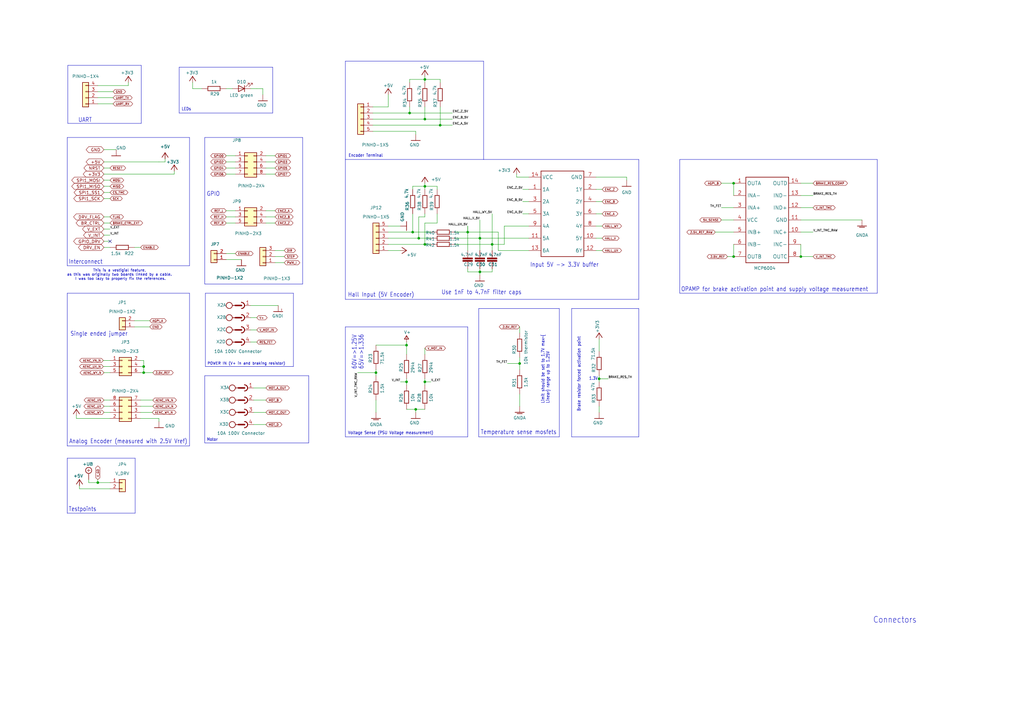
<source format=kicad_sch>
(kicad_sch
	(version 20250114)
	(generator "eeschema")
	(generator_version "9.0")
	(uuid "9f29107d-4516-47c8-9fac-b2d995f9ff36")
	(paper "User" 425.45 298.602)
	
	(text "1.3V"
		(exclude_from_sim no)
		(at 248.412 158.242 0)
		(effects
			(font
				(size 1.27 1.0795)
			)
			(justify right bottom)
		)
		(uuid "03dc2fbb-38fa-44f7-8023-cc6293594a30")
	)
	(text "Testpoints"
		(exclude_from_sim no)
		(at 28.448 212.852 0)
		(effects
			(font
				(size 1.778 1.5113)
			)
			(justify left bottom)
		)
		(uuid "1cedd4e0-2bd5-44be-a33e-c2a65060e55e")
	)
	(text "Connectors"
		(exclude_from_sim no)
		(at 362.712 259.334 0)
		(effects
			(font
				(size 2.54 2.159)
			)
			(justify left bottom)
		)
		(uuid "1d154813-54c3-4d6c-a161-0c248de760e8")
	)
	(text "Motor"
		(exclude_from_sim no)
		(at 85.852 183.642 0)
		(effects
			(font
				(size 1.27 1.0795)
			)
			(justify left bottom)
		)
		(uuid "21649470-4e79-4d43-af8c-c6f1b352229f")
	)
	(text "Single ended jumper"
		(exclude_from_sim no)
		(at 29.21 139.954 0)
		(effects
			(font
				(size 1.778 1.5113)
			)
			(justify left bottom)
		)
		(uuid "247ea659-d6a9-471b-863b-37a245fad552")
	)
	(text "LEDs"
		(exclude_from_sim no)
		(at 75.438 46.228 0)
		(effects
			(font
				(size 1.27 1.0795)
			)
			(justify left bottom)
		)
		(uuid "27300acd-f703-4f38-9dc3-5891e886edf2")
	)
	(text "OPAMP for brake activation point and supply voltage measurement"
		(exclude_from_sim no)
		(at 282.956 121.412 0)
		(effects
			(font
				(size 1.778 1.5113)
			)
			(justify left bottom)
		)
		(uuid "27a3fd91-2673-468c-a8f1-5838ec740e7f")
	)
	(text "UART"
		(exclude_from_sim no)
		(at 32.512 51.054 0)
		(effects
			(font
				(size 1.778 1.5113)
			)
			(justify left bottom)
		)
		(uuid "368c8f3a-cdc3-42f1-81c4-3de168c10144")
	)
	(text "60V=>1.25V\n65V=>1.336"
		(exclude_from_sim no)
		(at 151.13 153.67 90)
		(effects
			(font
				(size 1.778 1.5113)
			)
			(justify left bottom)
		)
		(uuid "41a97764-c101-4beb-bd10-87dc7cfca45f")
	)
	(text "This is a vestigial feature, \nas this was originally two boards linked by a cable. \nI was too lazy to properly fix the references."
		(exclude_from_sim no)
		(at 50.038 114.3 0)
		(effects
			(font
				(size 1.0795 1.0795)
			)
		)
		(uuid "427d41c8-0ea9-44b0-aa9a-4f2ad9b7370c")
	)
	(text "Encoder Terminal"
		(exclude_from_sim no)
		(at 144.78 65.532 0)
		(effects
			(font
				(size 1.27 1.0795)
			)
			(justify left bottom)
		)
		(uuid "5f575cbd-6e34-4120-935b-820dd106d4c5")
	)
	(text "Interconnect"
		(exclude_from_sim no)
		(at 28.448 109.982 0)
		(effects
			(font
				(size 1.778 1.5113)
			)
			(justify left bottom)
		)
		(uuid "63ec6f2b-9ebb-4e2c-a2d9-46c5e779c353")
	)
	(text "Limit should be set to 1.7V max~{\nLinear} range up to 1.25V"
		(exclude_from_sim no)
		(at 228.346 167.894 90)
		(effects
			(font
				(size 1.27 1.0795)
			)
			(justify left bottom)
		)
		(uuid "868233e5-7f34-4923-9a16-7ca1eae7abf6")
	)
	(text "Temperature sense mosfets"
		(exclude_from_sim no)
		(at 199.644 180.848 0)
		(effects
			(font
				(size 1.778 1.5113)
			)
			(justify left bottom)
		)
		(uuid "909cd7e0-ab2d-4f58-a4df-8e34e52c0609")
	)
	(text "Brake resistor forced activation point"
		(exclude_from_sim no)
		(at 241.3 171.196 90)
		(effects
			(font
				(size 1.27 1.0795)
			)
			(justify left bottom)
		)
		(uuid "b94ceb55-ff18-4460-9c3a-f9bbef57d570")
	)
	(text "POWER IN (V+ in and braking resistor)"
		(exclude_from_sim no)
		(at 86.106 151.892 0)
		(effects
			(font
				(size 1.0795 1.0795)
			)
			(justify left bottom)
		)
		(uuid "d910ef09-8469-45b6-a1a5-db9ac3d175ac")
	)
	(text "Analog Encoder (measured with 2.5V Vref)"
		(exclude_from_sim no)
		(at 28.702 184.658 0)
		(effects
			(font
				(size 1.778 1.5113)
			)
			(justify left bottom)
		)
		(uuid "d9b71bc1-8792-4187-8d77-ccbd1ae248b4")
	)
	(text "Hall Input (5V Encoder)"
		(exclude_from_sim no)
		(at 144.526 123.698 0)
		(effects
			(font
				(size 1.778 1.5113)
			)
			(justify left bottom)
		)
		(uuid "efcc71a4-c709-4cd4-b7ac-9406378cb63a")
	)
	(text "Voltage Sense (PSU Voltage measurement)"
		(exclude_from_sim no)
		(at 144.526 180.848 0)
		(effects
			(font
				(size 1.27 1.0795)
			)
			(justify left bottom)
		)
		(uuid "f8a4633d-75a5-42dd-905c-1aab7d1df983")
	)
	(text "Use 1nF to 4.7nF filter caps"
		(exclude_from_sim no)
		(at 183.388 122.682 0)
		(effects
			(font
				(size 1.778 1.5113)
			)
			(justify left bottom)
		)
		(uuid "f8f1774f-28b3-42a8-b376-e6b2edfd3956")
	)
	(text "GPIO"
		(exclude_from_sim no)
		(at 85.852 81.788 0)
		(effects
			(font
				(size 1.778 1.5113)
			)
			(justify left bottom)
		)
		(uuid "f900f6c8-1bc6-493e-9b95-2b7d75162272")
	)
	(text "Input 5V -> 3.3V buffer"
		(exclude_from_sim no)
		(at 220.218 111.252 0)
		(effects
			(font
				(size 1.778 1.5113)
			)
			(justify left bottom)
		)
		(uuid "ffca337c-fb1f-4602-80d1-6be732f3f31e")
	)
	(junction
		(at 194.31 96.52)
		(diameter 0)
		(color 0 0 0 0)
		(uuid "08851a73-7179-433c-b8d8-5e424b0a0c7e")
	)
	(junction
		(at 332.74 106.68)
		(diameter 0)
		(color 0 0 0 0)
		(uuid "0b7100e7-53f4-4d9b-bd2e-3fb47bd3b11b")
	)
	(junction
		(at 171.45 96.52)
		(diameter 0)
		(color 0 0 0 0)
		(uuid "0fc7861d-dbf3-4183-993c-f51d5a6b7284")
	)
	(junction
		(at 59.69 154.94)
		(diameter 0)
		(color 0 0 0 0)
		(uuid "1010835a-af3d-4c47-ac7e-2c53b212bc3b")
	)
	(junction
		(at 215.9 151.13)
		(diameter 0)
		(color 0 0 0 0)
		(uuid "24240cee-bc18-43d7-953e-5e02e259a1db")
	)
	(junction
		(at 168.91 143.51)
		(diameter 0)
		(color 0 0 0 0)
		(uuid "2c8ff28c-9cc6-4af7-b542-205c92362586")
	)
	(junction
		(at 182.88 52.07)
		(diameter 0)
		(color 0 0 0 0)
		(uuid "3a9cbb5a-ec29-4e04-a185-ababdc3ba7df")
	)
	(junction
		(at 176.53 49.53)
		(diameter 0)
		(color 0 0 0 0)
		(uuid "4048abb4-2993-41d6-918b-cdcf41fa5d41")
	)
	(junction
		(at 199.39 113.03)
		(diameter 0)
		(color 0 0 0 0)
		(uuid "45563dc4-7362-47d7-99c9-a710857807aa")
	)
	(junction
		(at 204.47 101.6)
		(diameter 0)
		(color 0 0 0 0)
		(uuid "5110ed86-803b-4e78-82d1-c70bacb24ebd")
	)
	(junction
		(at 168.91 158.75)
		(diameter 0)
		(color 0 0 0 0)
		(uuid "584bf491-a9dc-4551-b4fa-e4d1dc2fdb6d")
	)
	(junction
		(at 176.53 77.47)
		(diameter 0)
		(color 0 0 0 0)
		(uuid "5d20493d-0432-41e9-b870-cdd8fd9b90c9")
	)
	(junction
		(at 199.39 99.06)
		(diameter 0)
		(color 0 0 0 0)
		(uuid "70ca45f6-a435-48ba-8d45-850758bf99cf")
	)
	(junction
		(at 172.72 170.18)
		(diameter 0)
		(color 0 0 0 0)
		(uuid "78577562-c155-4170-b6f0-ea3dd3f4b494")
	)
	(junction
		(at 173.99 99.06)
		(diameter 0)
		(color 0 0 0 0)
		(uuid "7ed98dfe-9fe0-4a5b-9063-dc688e5f78a9")
	)
	(junction
		(at 248.92 157.48)
		(diameter 0)
		(color 0 0 0 0)
		(uuid "8dfdac55-0a96-4984-b353-8117efe6fe04")
	)
	(junction
		(at 59.69 152.4)
		(diameter 0)
		(color 0 0 0 0)
		(uuid "a32051ba-2236-49a9-a846-1ed7bcb3e92e")
	)
	(junction
		(at 304.8 76.2)
		(diameter 0)
		(color 0 0 0 0)
		(uuid "ad148cd3-2c60-439e-9d7c-c0c55a9c6143")
	)
	(junction
		(at 304.8 106.68)
		(diameter 0)
		(color 0 0 0 0)
		(uuid "add34c43-6db2-4b47-b4fb-f44a10c258ec")
	)
	(junction
		(at 170.18 46.99)
		(diameter 0)
		(color 0 0 0 0)
		(uuid "b4af8f60-2d73-4005-9f94-2c0b84c07a64")
	)
	(junction
		(at 176.53 158.75)
		(diameter 0)
		(color 0 0 0 0)
		(uuid "bda70a65-0938-450f-bce7-aed591df91fc")
	)
	(junction
		(at 176.53 33.02)
		(diameter 0)
		(color 0 0 0 0)
		(uuid "d9f0b377-abc6-4835-887a-da79c8ed9c15")
	)
	(junction
		(at 156.21 154.94)
		(diameter 0)
		(color 0 0 0 0)
		(uuid "e436747d-ff17-4d2e-a736-2d291b706335")
	)
	(junction
		(at 176.53 101.6)
		(diameter 0)
		(color 0 0 0 0)
		(uuid "e8fa10a7-011b-4656-82fe-e09816231579")
	)
	(junction
		(at 40.64 200.66)
		(diameter 0)
		(color 0 0 0 0)
		(uuid "ed8e94a4-0e71-4ed0-8c3a-d1d1637b36e1")
	)
	(no_connect
		(at 45.72 100.33)
		(uuid "c0ca2295-08ab-46a4-ba84-bd7a903fc74f")
	)
	(wire
		(pts
			(xy 260.35 74.93) (xy 260.35 73.66)
		)
		(stroke
			(width 0.1524)
			(type solid)
		)
		(uuid "005757ba-d110-46bb-9617-b8ffd7349f95")
	)
	(wire
		(pts
			(xy 168.91 158.75) (xy 168.91 160.02)
		)
		(stroke
			(width 0.1524)
			(type solid)
		)
		(uuid "00c2a63f-0807-4e0c-9041-102dc62c88af")
	)
	(wire
		(pts
			(xy 332.74 96.52) (xy 337.82 96.52)
		)
		(stroke
			(width 0.1524)
			(type solid)
		)
		(uuid "01222891-9d86-4605-918c-5803e90485cd")
	)
	(wire
		(pts
			(xy 176.53 33.02) (xy 176.53 31.75)
		)
		(stroke
			(width 0.1524)
			(type solid)
		)
		(uuid "018b1e57-6d9b-493b-980e-9cec7ce26aa4")
	)
	(wire
		(pts
			(xy 176.53 147.32) (xy 176.53 144.78)
		)
		(stroke
			(width 0.1524)
			(type solid)
		)
		(uuid "01ea57ae-790d-4b89-a754-8045df60eec8")
	)
	(wire
		(pts
			(xy 194.31 96.52) (xy 189.23 96.52)
		)
		(stroke
			(width 0)
			(type default)
		)
		(uuid "021660b7-4979-43d8-9312-110a60a59110")
	)
	(polyline
		(pts
			(xy 232.41 128.27) (xy 198.882 128.27)
		)
		(stroke
			(width 0.1524)
			(type solid)
		)
		(uuid "0256dcae-2714-45d1-a65f-1f7b35fd2632")
	)
	(wire
		(pts
			(xy 55.88 135.89) (xy 62.23 135.89)
		)
		(stroke
			(width 0.1524)
			(type solid)
		)
		(uuid "0260a954-c151-4a2d-acab-a96d7ed28a05")
	)
	(polyline
		(pts
			(xy 143.51 66.294) (xy 200.914 66.294)
		)
		(stroke
			(width 0.1524)
			(type solid)
		)
		(uuid "0755e8dd-d09c-4275-8ed1-13753a07c14d")
	)
	(polyline
		(pts
			(xy 265.43 124.46) (xy 265.43 66.294)
		)
		(stroke
			(width 0.1524)
			(type solid)
		)
		(uuid "07b68e13-db20-435d-aea9-a63d05cf3f1b")
	)
	(wire
		(pts
			(xy 43.18 95.25) (xy 45.72 95.25)
		)
		(stroke
			(width 0.1524)
			(type solid)
		)
		(uuid "087d0e77-6732-4d37-b9fe-53449fcabda0")
	)
	(wire
		(pts
			(xy 80.01 34.29) (xy 80.01 36.83)
		)
		(stroke
			(width 0.1524)
			(type solid)
		)
		(uuid "08a429ea-3bff-4f55-9344-7c95af4b83ef")
	)
	(wire
		(pts
			(xy 176.53 76.2) (xy 176.53 77.47)
		)
		(stroke
			(width 0.1524)
			(type solid)
		)
		(uuid "09da0208-7d3c-4982-9d4f-22251f860737")
	)
	(polyline
		(pts
			(xy 282.448 121.92) (xy 282.448 66.294)
		)
		(stroke
			(width 0.1524)
			(type solid)
		)
		(uuid "0af723d8-75db-4934-9bfd-1a6fc885c1ab")
	)
	(wire
		(pts
			(xy 104.14 137.16) (xy 106.68 137.16)
		)
		(stroke
			(width 0.1524)
			(type solid)
		)
		(uuid "0b8d035c-ddf9-4b83-862d-94ac9fbe00e6")
	)
	(polyline
		(pts
			(xy 128.27 184.15) (xy 128.27 156.21)
		)
		(stroke
			(width 0.1524)
			(type solid)
		)
		(uuid "0ba89a55-940e-46b7-ae18-cfcc8c76ae70")
	)
	(wire
		(pts
			(xy 68.58 67.31) (xy 68.58 66.04)
		)
		(stroke
			(width 0)
			(type default)
		)
		(uuid "0c54ec8c-875a-4d6f-b915-2316635a808d")
	)
	(wire
		(pts
			(xy 58.42 152.4) (xy 59.69 152.4)
		)
		(stroke
			(width 0)
			(type default)
		)
		(uuid "0cb74b0c-96a1-4867-bd52-ff595fade5bb")
	)
	(polyline
		(pts
			(xy 232.41 181.61) (xy 232.41 128.27)
		)
		(stroke
			(width 0.1524)
			(type solid)
		)
		(uuid "0cedc3ad-4033-4ed3-8fe2-bfdfca772632")
	)
	(wire
		(pts
			(xy 36.83 199.39) (xy 36.83 200.66)
		)
		(stroke
			(width 0.1524)
			(type solid)
		)
		(uuid "0d6ac582-d8fa-4a44-89b4-67e9500c6ee3")
	)
	(wire
		(pts
			(xy 170.18 46.99) (xy 187.96 46.99)
		)
		(stroke
			(width 0.1524)
			(type solid)
		)
		(uuid "0e33ce38-be49-4dff-81e5-8265902e243e")
	)
	(polyline
		(pts
			(xy 85.09 156.21) (xy 85.09 184.15)
		)
		(stroke
			(width 0.1524)
			(type solid)
		)
		(uuid "0ff6250c-1630-4600-9e42-be068c29e369")
	)
	(wire
		(pts
			(xy 118.11 109.22) (xy 114.3 109.22)
		)
		(stroke
			(width 0.1524)
			(type solid)
		)
		(uuid "102e7490-b9d2-4da6-8ad7-5ef1e064c8b5")
	)
	(wire
		(pts
			(xy 72.39 72.39) (xy 72.39 71.12)
		)
		(stroke
			(width 0.1524)
			(type solid)
		)
		(uuid "10bc1faa-414c-4444-abe1-d07553142b46")
	)
	(polyline
		(pts
			(xy 27.94 190.5) (xy 27.94 213.36)
		)
		(stroke
			(width 0.1524)
			(type solid)
		)
		(uuid "1254453e-619a-45e7-891c-57556c7b8f83")
	)
	(wire
		(pts
			(xy 176.53 92.71) (xy 176.53 101.6)
		)
		(stroke
			(width 0.1524)
			(type solid)
		)
		(uuid "1289c0f7-7cab-4fa7-a146-e6d8179070b9")
	)
	(wire
		(pts
			(xy 248.92 157.48) (xy 252.73 157.48)
		)
		(stroke
			(width 0.1524)
			(type solid)
		)
		(uuid "13ba2462-9ab3-4f32-95c8-7cd1d888cf93")
	)
	(wire
		(pts
			(xy 31.75 172.72) (xy 31.75 173.99)
		)
		(stroke
			(width 0.1524)
			(type solid)
		)
		(uuid "14e1a3dd-82d6-4f40-af87-835890316ae2")
	)
	(wire
		(pts
			(xy 97.79 87.63) (xy 93.98 87.63)
		)
		(stroke
			(width 0.1524)
			(type solid)
		)
		(uuid "159eec57-a4c2-4645-a79c-4f41c8f542db")
	)
	(polyline
		(pts
			(xy 364.49 121.92) (xy 282.448 121.92)
		)
		(stroke
			(width 0.1524)
			(type solid)
		)
		(uuid "15efec68-270a-45b1-87d3-309cf1994cbf")
	)
	(wire
		(pts
			(xy 45.72 171.45) (xy 43.18 171.45)
		)
		(stroke
			(width 0.1524)
			(type solid)
		)
		(uuid "176ac44c-3cc4-444a-a795-0d3926188414")
	)
	(wire
		(pts
			(xy 250.19 83.82) (xy 247.65 83.82)
		)
		(stroke
			(width 0.1524)
			(type solid)
		)
		(uuid "17a0df75-1b1c-4b7e-88b1-a63e6e9181d2")
	)
	(wire
		(pts
			(xy 219.71 83.82) (xy 217.17 83.82)
		)
		(stroke
			(width 0.1524)
			(type solid)
		)
		(uuid "193bdbc4-1993-4236-b18e-85a82271c5de")
	)
	(wire
		(pts
			(xy 215.9 148.59) (xy 215.9 151.13)
		)
		(stroke
			(width 0.1524)
			(type solid)
		)
		(uuid "1b0cbc60-829f-4d44-b8b5-4a13cdcab379")
	)
	(wire
		(pts
			(xy 172.72 55.88) (xy 172.72 54.61)
		)
		(stroke
			(width 0.1524)
			(type solid)
		)
		(uuid "1d5b3e1b-3692-4f89-99e3-401736d5cc29")
	)
	(wire
		(pts
			(xy 179.07 96.52) (xy 171.45 96.52)
		)
		(stroke
			(width 0.1524)
			(type solid)
		)
		(uuid "1ef2281d-0a92-4b31-af44-a4c409c9a152")
	)
	(wire
		(pts
			(xy 260.35 73.66) (xy 247.65 73.66)
		)
		(stroke
			(width 0.1524)
			(type solid)
		)
		(uuid "1efa33c2-f6c7-4279-875e-aeea8bc69504")
	)
	(wire
		(pts
			(xy 105.41 171.45) (xy 110.49 171.45)
		)
		(stroke
			(width 0.1524)
			(type solid)
		)
		(uuid "2012c66c-7368-420f-8998-1a6e8f67f681")
	)
	(wire
		(pts
			(xy 173.99 90.17) (xy 173.99 99.06)
		)
		(stroke
			(width 0.1524)
			(type solid)
		)
		(uuid "206d6292-95eb-44f4-8197-ddc7302fd2f8")
	)
	(wire
		(pts
			(xy 161.29 44.45) (xy 154.94 44.45)
		)
		(stroke
			(width 0.1524)
			(type solid)
		)
		(uuid "20bef0eb-acfa-4db1-bcb8-574002584b27")
	)
	(wire
		(pts
			(xy 93.98 107.95) (xy 100.33 107.95)
		)
		(stroke
			(width 0.1524)
			(type solid)
		)
		(uuid "2237db94-51e9-4f55-a44f-0f1452b068fa")
	)
	(wire
		(pts
			(xy 304.8 76.2) (xy 299.72 76.2)
		)
		(stroke
			(width 0.1524)
			(type solid)
		)
		(uuid "224b9d19-bf3f-4c5d-926b-1e0e71eadc4b")
	)
	(polyline
		(pts
			(xy 194.31 181.61) (xy 143.51 181.61)
		)
		(stroke
			(width 0.1524)
			(type solid)
		)
		(uuid "2380978b-8331-42e8-a854-e33494814fe9")
	)
	(wire
		(pts
			(xy 93.98 92.71) (xy 97.79 92.71)
		)
		(stroke
			(width 0.1524)
			(type solid)
		)
		(uuid "240e2650-fd5c-4b32-aa75-81dac087b251")
	)
	(wire
		(pts
			(xy 215.9 163.83) (xy 215.9 168.91)
		)
		(stroke
			(width 0.1524)
			(type solid)
		)
		(uuid "24f6745d-0a81-4f6e-988d-a21f0f49daf1")
	)
	(wire
		(pts
			(xy 248.92 168.91) (xy 248.92 171.45)
		)
		(stroke
			(width 0.1524)
			(type solid)
		)
		(uuid "2551e752-aa94-4e49-90df-d539fb60a48f")
	)
	(wire
		(pts
			(xy 204.47 101.6) (xy 209.55 101.6)
		)
		(stroke
			(width 0.1524)
			(type solid)
		)
		(uuid "2615f9d6-d2a8-4e43-bf71-f617bff5a408")
	)
	(wire
		(pts
			(xy 43.18 72.39) (xy 72.39 72.39)
		)
		(stroke
			(width 0.1524)
			(type solid)
		)
		(uuid "2851908a-dc62-424c-b499-a6201b5c83a5")
	)
	(polyline
		(pts
			(xy 121.92 152.4) (xy 85.344 152.4)
		)
		(stroke
			(width 0.1524)
			(type solid)
		)
		(uuid "287a0f1b-e61d-4d20-bb95-4127beb6bf15")
	)
	(wire
		(pts
			(xy 110.49 90.17) (xy 114.3 90.17)
		)
		(stroke
			(width 0.1524)
			(type solid)
		)
		(uuid "28859624-0403-42bd-9c7e-a51ee6468d9c")
	)
	(wire
		(pts
			(xy 194.31 93.98) (xy 194.31 96.52)
		)
		(stroke
			(width 0)
			(type default)
		)
		(uuid "29e49e6b-e1c7-4bc7-bc89-e9665d7987b9")
	)
	(polyline
		(pts
			(xy 78.74 57.15) (xy 27.94 57.15)
		)
		(stroke
			(width 0.1524)
			(type solid)
		)
		(uuid "2b13f882-2b84-420c-8070-23023576e474")
	)
	(wire
		(pts
			(xy 170.18 33.02) (xy 170.18 34.29)
		)
		(stroke
			(width 0.1524)
			(type solid)
		)
		(uuid "2bfc82f0-1a09-46ca-94cd-4416e3d7bc62")
	)
	(wire
		(pts
			(xy 43.18 82.55) (xy 45.72 82.55)
		)
		(stroke
			(width 0.1524)
			(type solid)
		)
		(uuid "2d4b2391-f03b-427a-b28f-8edaec6b86b0")
	)
	(wire
		(pts
			(xy 104.14 132.08) (xy 106.68 132.08)
		)
		(stroke
			(width 0.1524)
			(type solid)
		)
		(uuid "2e14cf7a-2d94-47cd-9d24-9532f3a03172")
	)
	(wire
		(pts
			(xy 219.71 78.74) (xy 217.17 78.74)
		)
		(stroke
			(width 0.1524)
			(type solid)
		)
		(uuid "2eb37eaf-9bfe-4516-9f67-2cd9d9cfba3c")
	)
	(wire
		(pts
			(xy 55.88 102.87) (xy 58.42 102.87)
		)
		(stroke
			(width 0.1524)
			(type solid)
		)
		(uuid "2ff76eab-1473-4492-8c95-7f5856cc26e4")
	)
	(wire
		(pts
			(xy 214.63 73.66) (xy 214.63 72.39)
		)
		(stroke
			(width 0.1524)
			(type solid)
		)
		(uuid "30326860-56eb-4a24-8842-28621becdfa3")
	)
	(wire
		(pts
			(xy 63.5 168.91) (xy 58.42 168.91)
		)
		(stroke
			(width 0.1524)
			(type solid)
		)
		(uuid "313343a3-a254-4352-b38b-7e6b585855c6")
	)
	(wire
		(pts
			(xy 97.79 72.39) (xy 93.98 72.39)
		)
		(stroke
			(width 0.1524)
			(type solid)
		)
		(uuid "322395ba-03c7-49a0-9587-79fb6cb819a7")
	)
	(wire
		(pts
			(xy 109.22 39.37) (xy 109.22 36.83)
		)
		(stroke
			(width 0)
			(type default)
		)
		(uuid "323b59a3-7572-4f6c-ac16-e11d2557d029")
	)
	(wire
		(pts
			(xy 43.18 100.33) (xy 45.72 100.33)
		)
		(stroke
			(width 0.1524)
			(type solid)
		)
		(uuid "3363834f-5ecd-4277-80eb-f97c1dd841d8")
	)
	(wire
		(pts
			(xy 45.72 154.94) (xy 43.18 154.94)
		)
		(stroke
			(width 0.1524)
			(type solid)
		)
		(uuid "36b681c6-770d-4f7b-b3a7-5dfa83d22021")
	)
	(wire
		(pts
			(xy 43.18 97.79) (xy 45.72 97.79)
		)
		(stroke
			(width 0.1524)
			(type solid)
		)
		(uuid "386ed7f8-988f-44af-9313-89b9fdca2903")
	)
	(wire
		(pts
			(xy 194.31 93.98) (xy 194.31 96.52)
		)
		(stroke
			(width 0.1524)
			(type solid)
		)
		(uuid "3c48b933-14ee-4f2a-ac66-d8d923d6dd97")
	)
	(wire
		(pts
			(xy 45.72 168.91) (xy 43.18 168.91)
		)
		(stroke
			(width 0.1524)
			(type solid)
		)
		(uuid "3d4cd49d-3280-4777-8fc7-fae2899797ea")
	)
	(wire
		(pts
			(xy 93.98 105.41) (xy 97.79 105.41)
		)
		(stroke
			(width 0.1524)
			(type solid)
		)
		(uuid "420029df-e90b-4fad-a773-c9d146bec44d")
	)
	(wire
		(pts
			(xy 154.94 52.07) (xy 182.88 52.07)
		)
		(stroke
			(width 0.1524)
			(type solid)
		)
		(uuid "424bae28-4337-478e-a6b0-b05917bf84fd")
	)
	(wire
		(pts
			(xy 114.3 69.85) (xy 110.49 69.85)
		)
		(stroke
			(width 0.1524)
			(type solid)
		)
		(uuid "426c4532-92c8-484f-b4a3-a5dbfdd7eee4")
	)
	(polyline
		(pts
			(xy 58.674 27.178) (xy 28.194 27.178)
		)
		(stroke
			(width 0.1524)
			(type solid)
		)
		(uuid "42aa1767-d0e6-4268-b14d-2035764a7d9a")
	)
	(wire
		(pts
			(xy 332.74 81.28) (xy 337.82 81.28)
		)
		(stroke
			(width 0.1524)
			(type solid)
		)
		(uuid "42c5f191-0097-4aac-baf7-864271ae862c")
	)
	(wire
		(pts
			(xy 332.74 91.44) (xy 358.14 91.44)
		)
		(stroke
			(width 0.1524)
			(type solid)
		)
		(uuid "43ca909b-4708-4a9d-b291-d16ad24acc69")
	)
	(wire
		(pts
			(xy 43.18 69.85) (xy 45.72 69.85)
		)
		(stroke
			(width 0.1524)
			(type solid)
		)
		(uuid "443ed1b4-6c54-4530-8574-0d3c6ef44628")
	)
	(polyline
		(pts
			(xy 143.51 135.89) (xy 194.31 135.89)
		)
		(stroke
			(width 0.1524)
			(type solid)
		)
		(uuid "459632f0-eed1-44f0-97df-880e8f8916f5")
	)
	(wire
		(pts
			(xy 304.8 106.68) (xy 302.26 106.68)
		)
		(stroke
			(width 0.1524)
			(type solid)
		)
		(uuid "461a16bd-cfb7-41d6-a05d-3d1fc559b90c")
	)
	(polyline
		(pts
			(xy 85.344 152.4) (xy 85.344 121.92)
		)
		(stroke
			(width 0.1524)
			(type solid)
		)
		(uuid "46cd7edb-c2e7-4a4f-9b4d-9d1d016484fc")
	)
	(wire
		(pts
			(xy 55.88 133.35) (xy 62.23 133.35)
		)
		(stroke
			(width 0.1524)
			(type solid)
		)
		(uuid "4825abe4-a67e-423e-8764-0f1ce1533cb6")
	)
	(wire
		(pts
			(xy 154.94 46.99) (xy 170.18 46.99)
		)
		(stroke
			(width 0.1524)
			(type solid)
		)
		(uuid "483abe50-c62c-47ad-b3c7-3cfaf12f3f52")
	)
	(polyline
		(pts
			(xy 85.09 57.15) (xy 85.09 118.11)
		)
		(stroke
			(width 0.1524)
			(type solid)
		)
		(uuid "486fde44-3e83-446e-acb6-d9460d427b0b")
	)
	(wire
		(pts
			(xy 214.63 73.66) (xy 219.71 73.66)
		)
		(stroke
			(width 0.1524)
			(type solid)
		)
		(uuid "49269849-e58e-4648-a356-b15dbd5013f3")
	)
	(wire
		(pts
			(xy 176.53 101.6) (xy 179.07 101.6)
		)
		(stroke
			(width 0.1524)
			(type solid)
		)
		(uuid "4c5f6884-ac1d-498f-bf17-0cb4c0dbd53d")
	)
	(wire
		(pts
			(xy 168.91 157.48) (xy 168.91 158.75)
		)
		(stroke
			(width 0.1524)
			(type solid)
		)
		(uuid "4eaa6a51-efb8-40de-aad8-25241037d8e6")
	)
	(polyline
		(pts
			(xy 113.284 46.99) (xy 113.284 27.94)
		)
		(stroke
			(width 0.1524)
			(type solid)
		)
		(uuid "4fe59361-2417-46a0-b16d-d8f47ff9bc91")
	)
	(polyline
		(pts
			(xy 125.73 57.15) (xy 85.09 57.15)
		)
		(stroke
			(width 0.1524)
			(type solid)
		)
		(uuid "506841c9-c47f-4fdc-bef8-dfc01a1755b5")
	)
	(wire
		(pts
			(xy 43.18 77.47) (xy 45.72 77.47)
		)
		(stroke
			(width 0.1524)
			(type solid)
		)
		(uuid "52847623-c909-4715-b484-86821d070dc3")
	)
	(wire
		(pts
			(xy 105.41 166.37) (xy 110.49 166.37)
		)
		(stroke
			(width 0.1524)
			(type solid)
		)
		(uuid "538b8efb-17e7-4ee7-96b3-0651124108c7")
	)
	(wire
		(pts
			(xy 172.72 170.18) (xy 172.72 171.45)
		)
		(stroke
			(width 0)
			(type default)
		)
		(uuid "5455d321-d7c7-469b-ace7-7936250c4362")
	)
	(wire
		(pts
			(xy 204.47 101.6) (xy 189.23 101.6)
		)
		(stroke
			(width 0)
			(type default)
		)
		(uuid "548eba5d-40f1-446c-8141-e6190fc6c4fe")
	)
	(wire
		(pts
			(xy 204.47 104.14) (xy 204.47 101.6)
		)
		(stroke
			(width 0.1524)
			(type solid)
		)
		(uuid "549c38c2-f1b8-4124-b373-fe8f5fd2771b")
	)
	(wire
		(pts
			(xy 304.8 76.2) (xy 304.8 81.28)
		)
		(stroke
			(width 0.1524)
			(type solid)
		)
		(uuid "54f4af3a-c3d7-4cd8-844a-9d237ff217b7")
	)
	(polyline
		(pts
			(xy 237.49 181.61) (xy 265.43 181.61)
		)
		(stroke
			(width 0.1524)
			(type solid)
		)
		(uuid "54f75f1b-f64a-4378-9beb-543c910fc86c")
	)
	(wire
		(pts
			(xy 332.74 76.2) (xy 337.82 76.2)
		)
		(stroke
			(width 0.1524)
			(type solid)
		)
		(uuid "551329a6-704b-408d-a0f9-15123133a9df")
	)
	(wire
		(pts
			(xy 43.18 80.01) (xy 45.72 80.01)
		)
		(stroke
			(width 0.1524)
			(type solid)
		)
		(uuid "55c39ab9-0409-40a6-882c-7fea061573d3")
	)
	(wire
		(pts
			(xy 58.42 149.86) (xy 59.69 149.86)
		)
		(stroke
			(width 0)
			(type default)
		)
		(uuid "57717a14-ab6a-4348-87f7-e1c2043a7a8c")
	)
	(wire
		(pts
			(xy 97.79 67.31) (xy 93.98 67.31)
		)
		(stroke
			(width 0.1524)
			(type solid)
		)
		(uuid "58394be8-43a7-4377-9072-fbc8a47dd87c")
	)
	(wire
		(pts
			(xy 43.18 62.23) (xy 48.26 62.23)
		)
		(stroke
			(width 0.1524)
			(type solid)
		)
		(uuid "58fc640b-7172-43b2-a7c3-b36e5a5bcde9")
	)
	(wire
		(pts
			(xy 171.45 88.9) (xy 171.45 96.52)
		)
		(stroke
			(width 0.1524)
			(type solid)
		)
		(uuid "59373bfd-7aba-4771-997b-5be3081767c5")
	)
	(polyline
		(pts
			(xy 143.51 124.46) (xy 265.43 124.46)
		)
		(stroke
			(width 0.1524)
			(type solid)
		)
		(uuid "5ab59bc7-3d62-4bc0-8694-e6bcd784b9d7")
	)
	(wire
		(pts
			(xy 248.92 156.21) (xy 248.92 157.48)
		)
		(stroke
			(width 0.1524)
			(type solid)
		)
		(uuid "5c57f56e-4a0a-4d75-92a1-3b472b12c0da")
	)
	(wire
		(pts
			(xy 248.92 157.48) (xy 248.92 158.75)
		)
		(stroke
			(width 0.1524)
			(type solid)
		)
		(uuid "5dba7272-129a-4d59-8a8c-87b1d0016d37")
	)
	(wire
		(pts
			(xy 114.3 104.14) (xy 118.11 104.14)
		)
		(stroke
			(width 0.1524)
			(type solid)
		)
		(uuid "5dd656c8-f365-45e4-a85f-d8520e78585d")
	)
	(wire
		(pts
			(xy 105.41 176.53) (xy 110.49 176.53)
		)
		(stroke
			(width 0.1524)
			(type solid)
		)
		(uuid "5f5c24da-f16a-42ae-85cf-5de5dce9dbf6")
	)
	(wire
		(pts
			(xy 40.64 199.39) (xy 40.64 200.66)
		)
		(stroke
			(width 0.1524)
			(type solid)
		)
		(uuid "62b0feb8-722a-4777-b3c6-104cb418bed4")
	)
	(wire
		(pts
			(xy 161.29 93.98) (xy 166.37 93.98)
		)
		(stroke
			(width 0.1524)
			(type solid)
		)
		(uuid "642caed2-8a79-4e4f-aa39-1a9b08fed699")
	)
	(wire
		(pts
			(xy 176.53 158.75) (xy 176.53 157.48)
		)
		(stroke
			(width 0.1524)
			(type solid)
		)
		(uuid "6474b6df-28c4-4e37-8f87-4c566de3f43f")
	)
	(wire
		(pts
			(xy 156.21 166.37) (xy 156.21 171.45)
		)
		(stroke
			(width 0.1524)
			(type solid)
		)
		(uuid "65e7e656-d722-4c6a-9756-cce9c8ae22bf")
	)
	(polyline
		(pts
			(xy 143.51 66.294) (xy 143.51 124.46)
		)
		(stroke
			(width 0.1524)
			(type solid)
		)
		(uuid "67632395-f84d-48f8-8124-b6d3cbe8c32e")
	)
	(wire
		(pts
			(xy 109.22 36.83) (xy 106.68 36.83)
		)
		(stroke
			(width 0)
			(type default)
		)
		(uuid "677c3a66-4ded-4f75-ae06-75b0535fd1b0")
	)
	(polyline
		(pts
			(xy 78.74 110.49) (xy 78.74 57.15)
		)
		(stroke
			(width 0.1524)
			(type solid)
		)
		(uuid "67a53f7f-3488-4011-9499-0ff2a03ffdd0")
	)
	(wire
		(pts
			(xy 110.49 87.63) (xy 114.3 87.63)
		)
		(stroke
			(width 0.1524)
			(type solid)
		)
		(uuid "68994034-eb06-42c3-bfee-b9fc54749130")
	)
	(wire
		(pts
			(xy 204.47 88.9) (xy 204.47 101.6)
		)
		(stroke
			(width 0)
			(type default)
		)
		(uuid "68bc2c8c-d2e3-49c6-b256-c89c5f33ec8f")
	)
	(wire
		(pts
			(xy 168.91 170.18) (xy 172.72 170.18)
		)
		(stroke
			(width 0.1524)
			(type solid)
		)
		(uuid "6a3e2c49-1608-4a73-a712-d14e21da22b6")
	)
	(wire
		(pts
			(xy 66.04 175.26) (xy 66.04 173.99)
		)
		(stroke
			(width 0.1524)
			(type solid)
		)
		(uuid "6b1511d3-586c-406f-ba7e-e5d436f4c092")
	)
	(polyline
		(pts
			(xy 113.284 27.94) (xy 74.422 27.94)
		)
		(stroke
			(width 0.1524)
			(type solid)
		)
		(uuid "6ba6f6fa-a12c-46d8-8560-01e9235bc2de")
	)
	(wire
		(pts
			(xy 332.74 86.36) (xy 337.82 86.36)
		)
		(stroke
			(width 0.1524)
			(type solid)
		)
		(uuid "6f7fb16b-2de2-43da-bef1-40a0aa63a0d2")
	)
	(wire
		(pts
			(xy 209.55 93.98) (xy 219.71 93.98)
		)
		(stroke
			(width 0.1524)
			(type solid)
		)
		(uuid "6fc29a15-8789-4685-9bb1-177c6dc68406")
	)
	(wire
		(pts
			(xy 176.53 90.17) (xy 176.53 88.9)
		)
		(stroke
			(width 0.1524)
			(type solid)
		)
		(uuid "74b30b09-3023-42ad-a392-30a93505b5de")
	)
	(polyline
		(pts
			(xy 282.448 66.294) (xy 364.49 66.294)
		)
		(stroke
			(width 0.1524)
			(type solid)
		)
		(uuid "74d74d46-b604-40c4-94f3-4f57dc82fe72")
	)
	(wire
		(pts
			(xy 33.02 203.2) (xy 45.72 203.2)
		)
		(stroke
			(width 0.1524)
			(type solid)
		)
		(uuid "762a1585-4e21-4fdd-b2e7-5c929aabc3db")
	)
	(wire
		(pts
			(xy 58.42 171.45) (xy 63.246 171.45)
		)
		(stroke
			(width 0.1524)
			(type solid)
		)
		(uuid "76f4b8c2-8700-4b08-b680-dde3a8678573")
	)
	(polyline
		(pts
			(xy 85.09 184.15) (xy 128.27 184.15)
		)
		(stroke
			(width 0.1524)
			(type solid)
		)
		(uuid "794307e1-9f4a-41f3-936e-9169fbdded9f")
	)
	(wire
		(pts
			(xy 209.55 101.6) (xy 209.55 93.98)
		)
		(stroke
			(width 0.1524)
			(type solid)
		)
		(uuid "799a66b4-baf1-484e-a8ad-560305e51074")
	)
	(wire
		(pts
			(xy 110.49 67.31) (xy 114.3 67.31)
		)
		(stroke
			(width 0.1524)
			(type solid)
		)
		(uuid "7b8a5da5-7176-4bb8-9bf9-56415c7f1457")
	)
	(polyline
		(pts
			(xy 56.134 190.5) (xy 27.94 190.5)
		)
		(stroke
			(width 0.1524)
			(type solid)
		)
		(uuid "7cfe8b3b-7d00-450d-9ba5-38ea0753f04b")
	)
	(wire
		(pts
			(xy 161.29 101.6) (xy 176.53 101.6)
		)
		(stroke
			(width 0.1524)
			(type solid)
		)
		(uuid "7d08e0a9-bd84-4fb9-af11-06b888b2fee1")
	)
	(wire
		(pts
			(xy 250.19 88.9) (xy 247.65 88.9)
		)
		(stroke
			(width 0.1524)
			(type solid)
		)
		(uuid "7df8794b-a8ec-43c2-909a-b2be3f796dff")
	)
	(polyline
		(pts
			(xy 27.94 185.42) (xy 78.74 185.42)
		)
		(stroke
			(width 0.1524)
			(type solid)
		)
		(uuid "81239c6a-c769-4b6f-a16b-ee42a68b16f2")
	)
	(polyline
		(pts
			(xy 125.73 118.11) (xy 125.73 57.15)
		)
		(stroke
			(width 0.1524)
			(type solid)
		)
		(uuid "817b7bd9-32f0-424a-84d9-b5fc6ce2adf7")
	)
	(wire
		(pts
			(xy 80.01 36.83) (xy 83.82 36.83)
		)
		(stroke
			(width 0.1524)
			(type solid)
		)
		(uuid "82a250f5-f34b-4077-8827-ecb1825ab249")
	)
	(wire
		(pts
			(xy 199.39 113.03) (xy 204.47 113.03)
		)
		(stroke
			(width 0.1524)
			(type solid)
		)
		(uuid "85142311-4f79-4b7f-9b97-9528acd28d84")
	)
	(wire
		(pts
			(xy 247.65 104.14) (xy 250.19 104.14)
		)
		(stroke
			(width 0.1524)
			(type solid)
		)
		(uuid "85a9d08e-3a02-4247-b2e4-39102603bbef")
	)
	(polyline
		(pts
			(xy 128.27 156.21) (xy 85.09 156.21)
		)
		(stroke
			(width 0.1524)
			(type solid)
		)
		(uuid "85d31aeb-ab66-47a7-a1cb-f819f908056a")
	)
	(wire
		(pts
			(xy 168.91 142.24) (xy 168.91 143.51)
		)
		(stroke
			(width 0)
			(type default)
		)
		(uuid "879426de-f2ed-47a5-8897-9883c899d8c2")
	)
	(wire
		(pts
			(xy 114.3 106.68) (xy 118.11 106.68)
		)
		(stroke
			(width 0.1524)
			(type solid)
		)
		(uuid "88f01601-0ac9-4e79-abe7-cab17bf61eac")
	)
	(polyline
		(pts
			(xy 58.674 51.308) (xy 58.674 27.178)
		)
		(stroke
			(width 0.1524)
			(type solid)
		)
		(uuid "896c96c4-81b0-4313-9272-33b958856878")
	)
	(wire
		(pts
			(xy 66.04 67.31) (xy 68.58 67.31)
		)
		(stroke
			(width 0)
			(type default)
		)
		(uuid "8b04e0b6-3e4d-450b-b865-17caae8f26b5")
	)
	(wire
		(pts
			(xy 173.99 99.06) (xy 179.07 99.06)
		)
		(stroke
			(width 0.1524)
			(type solid)
		)
		(uuid "8b4489e5-940d-41ce-813f-24d652769017")
	)
	(polyline
		(pts
			(xy 74.422 46.99) (xy 113.284 46.99)
		)
		(stroke
			(width 0.1524)
			(type solid)
		)
		(uuid "8b5a3094-6d75-4ecd-8a16-27106bff8ad7")
	)
	(wire
		(pts
			(xy 181.61 92.71) (xy 176.53 92.71)
		)
		(stroke
			(width 0.1524)
			(type solid)
		)
		(uuid "8bba7756-d2ef-4c59-a505-9211774045a1")
	)
	(polyline
		(pts
			(xy 265.43 181.61) (xy 265.43 128.27)
		)
		(stroke
			(width 0.1524)
			(type solid)
		)
		(uuid "8c3c14ab-5db2-4ccb-b681-0cabeb6870bc")
	)
	(wire
		(pts
			(xy 194.31 113.03) (xy 194.31 111.76)
		)
		(stroke
			(width 0.1524)
			(type solid)
		)
		(uuid "8c68ea9f-4aba-4b4b-b9de-6cfb5cc006e4")
	)
	(wire
		(pts
			(xy 247.65 78.74) (xy 250.19 78.74)
		)
		(stroke
			(width 0.1524)
			(type solid)
		)
		(uuid "8cd7a05b-2ce0-4dcd-80bc-e4af5dd5d865")
	)
	(wire
		(pts
			(xy 194.31 113.03) (xy 199.39 113.03)
		)
		(stroke
			(width 0.1524)
			(type solid)
		)
		(uuid "8d2393f9-56e9-461a-9ad5-1c09e8a22f4c")
	)
	(polyline
		(pts
			(xy 56.134 213.36) (xy 56.134 190.5)
		)
		(stroke
			(width 0.1524)
			(type solid)
		)
		(uuid "8d2b59c6-0485-4f6d-a4db-dae1f18ff4e0")
	)
	(polyline
		(pts
			(xy 265.43 128.27) (xy 237.49 128.27)
		)
		(stroke
			(width 0.1524)
			(type solid)
		)
		(uuid "8e74380a-a662-44b5-b43b-f16d409c8d8a")
	)
	(wire
		(pts
			(xy 199.39 113.03) (xy 199.39 111.76)
		)
		(stroke
			(width 0.1524)
			(type solid)
		)
		(uuid "8eab9ed6-b6b8-4cc7-aa19-40e733a9038b")
	)
	(wire
		(pts
			(xy 171.45 77.47) (xy 171.45 78.74)
		)
		(stroke
			(width 0.1524)
			(type solid)
		)
		(uuid "8f66e3cc-da08-4279-aee4-f42539bbf900")
	)
	(wire
		(pts
			(xy 176.53 44.45) (xy 176.53 49.53)
		)
		(stroke
			(width 0.1524)
			(type solid)
		)
		(uuid "90046d27-ac53-442d-b7a2-53d54d803681")
	)
	(wire
		(pts
			(xy 332.74 106.68) (xy 337.82 106.68)
		)
		(stroke
			(width 0.1524)
			(type solid)
		)
		(uuid "928292e4-f994-4e61-bc6c-dbfbfc8eff8e")
	)
	(wire
		(pts
			(xy 148.59 154.94) (xy 156.21 154.94)
		)
		(stroke
			(width 0.1524)
			(type solid)
		)
		(uuid "92b199ce-7670-482f-b021-f1345ae71de1")
	)
	(wire
		(pts
			(xy 304.8 91.44) (xy 299.72 91.44)
		)
		(stroke
			(width 0.1524)
			(type solid)
		)
		(uuid "94a4745f-e5e8-4c45-893b-8ac587ef6322")
	)
	(wire
		(pts
			(xy 115.57 127) (xy 104.14 127)
		)
		(stroke
			(width 0.1524)
			(type solid)
		)
		(uuid "96814768-e7db-4c81-9c37-06cd8f2c243c")
	)
	(wire
		(pts
			(xy 104.14 36.83) (xy 106.68 36.83)
		)
		(stroke
			(width 0.1524)
			(type solid)
		)
		(uuid "969ed114-e2a5-4c6a-bef4-0198bd8209e9")
	)
	(wire
		(pts
			(xy 45.72 166.37) (xy 43.18 166.37)
		)
		(stroke
			(width 0.1524)
			(type solid)
		)
		(uuid "96b2995a-5254-4f64-b372-5bc7645593cb")
	)
	(polyline
		(pts
			(xy 28.194 51.308) (xy 58.674 51.308)
		)
		(stroke
			(width 0.1524)
			(type solid)
		)
		(uuid "96b947d3-8b42-4628-947f-a3ef7cd0df31")
	)
	(polyline
		(pts
			(xy 27.94 121.92) (xy 27.94 185.42)
		)
		(stroke
			(width 0.1524)
			(type solid)
		)
		(uuid "96f40122-14ed-4531-bed3-22313d55838a")
	)
	(polyline
		(pts
			(xy 74.422 27.94) (xy 74.422 46.99)
		)
		(stroke
			(width 0.1524)
			(type solid)
		)
		(uuid "97489997-192e-4cdb-8869-f28ec10bd69d")
	)
	(wire
		(pts
			(xy 304.8 101.6) (xy 304.8 106.68)
		)
		(stroke
			(width 0.1524)
			(type solid)
		)
		(uuid "9778c40d-6c01-4007-b181-c04dfd97e4f8")
	)
	(polyline
		(pts
			(xy 364.49 66.294) (xy 364.49 121.92)
		)
		(stroke
			(width 0.1524)
			(type solid)
		)
		(uuid "97aa5021-33d3-4108-82b0-ec7d2f53948c")
	)
	(wire
		(pts
			(xy 332.74 101.6) (xy 332.74 106.68)
		)
		(stroke
			(width 0.1524)
			(type solid)
		)
		(uuid "99318e2d-b0f4-4d8e-bab5-1ff23a21de17")
	)
	(polyline
		(pts
			(xy 200.914 25.4) (xy 143.51 25.4)
		)
		(stroke
			(width 0.1524)
			(type solid)
		)
		(uuid "9941e32e-1f02-40c4-914a-ded02691bb96")
	)
	(wire
		(pts
			(xy 58.42 166.37) (xy 63.5 166.37)
		)
		(stroke
			(width 0.1524)
			(type solid)
		)
		(uuid "9a8b6fa4-6140-49c7-b323-fa73ef95b701")
	)
	(wire
		(pts
			(xy 168.91 143.51) (xy 168.91 147.32)
		)
		(stroke
			(width 0.1524)
			(type solid)
		)
		(uuid "9b98e9a1-e32e-496b-b3c3-8cc8fdfe1a70")
	)
	(polyline
		(pts
			(xy 237.49 128.27) (xy 237.49 181.61)
		)
		(stroke
			(width 0.1524)
			(type solid)
		)
		(uuid "9bb735ad-0b78-47e4-a543-25673827eabf")
	)
	(wire
		(pts
			(xy 156.21 143.51) (xy 168.91 143.51)
		)
		(stroke
			(width 0.1524)
			(type solid)
		)
		(uuid "9c093b88-b102-47f7-8f4c-731bb9729b0b")
	)
	(wire
		(pts
			(xy 53.34 35.56) (xy 40.64 35.56)
		)
		(stroke
			(width 0.1524)
			(type solid)
		)
		(uuid "9cbde24c-0756-4446-821d-8063cec13457")
	)
	(wire
		(pts
			(xy 43.18 74.93) (xy 45.72 74.93)
		)
		(stroke
			(width 0.1524)
			(type solid)
		)
		(uuid "a014923a-32cf-450a-a413-6b047eebb051")
	)
	(polyline
		(pts
			(xy 85.09 118.11) (xy 125.73 118.11)
		)
		(stroke
			(width 0.1524)
			(type solid)
		)
		(uuid "a057abad-c99a-4819-b68d-527dca963aa6")
	)
	(wire
		(pts
			(xy 181.61 88.9) (xy 181.61 92.71)
		)
		(stroke
			(width 0.1524)
			(type solid)
		)
		(uuid "a1b1cea0-b3ff-4d9c-8780-83d9ff72d2f6")
	)
	(polyline
		(pts
			(xy 265.43 66.294) (xy 200.914 66.294)
		)
		(stroke
			(width 0.1524)
			(type solid)
		)
		(uuid "a2198983-5743-45b4-87ef-b4262de85dc1")
	)
	(wire
		(pts
			(xy 93.98 90.17) (xy 97.79 90.17)
		)
		(stroke
			(width 0.1524)
			(type solid)
		)
		(uuid "a26d456f-7623-4856-a8ac-c0987554639b")
	)
	(wire
		(pts
			(xy 156.21 154.94) (xy 156.21 156.21)
		)
		(stroke
			(width 0.1524)
			(type solid)
		)
		(uuid "a3adc423-0fd5-48aa-b407-19c12d9f3c21")
	)
	(wire
		(pts
			(xy 43.18 92.71) (xy 45.72 92.71)
		)
		(stroke
			(width 0.1524)
			(type solid)
		)
		(uuid "a3ccb718-002a-4bb9-9f51-c974f438e7e9")
	)
	(wire
		(pts
			(xy 304.8 96.52) (xy 297.18 96.52)
		)
		(stroke
			(width 0.1524)
			(type solid)
		)
		(uuid "a6c21d2f-831d-49d9-ac7f-c196573cbc8f")
	)
	(wire
		(pts
			(xy 219.71 104.14) (xy 207.01 104.14)
		)
		(stroke
			(width 0.1524)
			(type solid)
		)
		(uuid "a70ab361-67a8-4287-95a1-d0b33c50a72f")
	)
	(wire
		(pts
			(xy 248.92 146.05) (xy 248.92 140.97)
		)
		(stroke
			(width 0.1524)
			(type solid)
		)
		(uuid "a79702c3-b2f4-469a-a488-b4fb5ebcf5ef")
	)
	(wire
		(pts
			(xy 33.02 203.2) (xy 33.02 201.93)
		)
		(stroke
			(width 0.1524)
			(type solid)
		)
		(uuid "a895964d-3cfd-47a6-b6fc-e534c431cbc6")
	)
	(wire
		(pts
			(xy 66.04 173.99) (xy 58.42 173.99)
		)
		(stroke
			(width 0.1524)
			(type solid)
		)
		(uuid "a998cc7c-184c-4beb-a761-04ec868ed2a9")
	)
	(wire
		(pts
			(xy 154.94 54.61) (xy 172.72 54.61)
		)
		(stroke
			(width 0.1524)
			(type solid)
		)
		(uuid "ace0c287-caa9-49f2-a0d4-4c9b982e2565")
	)
	(wire
		(pts
			(xy 43.18 90.17) (xy 45.72 90.17)
		)
		(stroke
			(width 0.1524)
			(type solid)
		)
		(uuid "ad710047-2d44-4a5d-a70b-7e8905af25ce")
	)
	(wire
		(pts
			(xy 176.53 90.17) (xy 173.99 90.17)
		)
		(stroke
			(width 0.1524)
			(type solid)
		)
		(uuid "b191da28-5a45-4252-ae65-66ebe52bfce3")
	)
	(wire
		(pts
			(xy 199.39 91.44) (xy 199.39 99.06)
		)
		(stroke
			(width 0)
			(type default)
		)
		(uuid "b369f972-c16d-47cb-a16c-68e1bd78eef1")
	)
	(wire
		(pts
			(xy 176.53 77.47) (xy 181.61 77.47)
		)
		(stroke
			(width 0.1524)
			(type solid)
		)
		(uuid "b45278fc-1307-47bb-aba0-ca51399ad450")
	)
	(wire
		(pts
			(xy 40.64 38.1) (xy 46.99 38.1)
		)
		(stroke
			(width 0.1524)
			(type solid)
		)
		(uuid "b5290fbb-0c5d-49ee-b7de-125a56a99a62")
	)
	(wire
		(pts
			(xy 176.53 77.47) (xy 176.53 78.74)
		)
		(stroke
			(width 0.1524)
			(type solid)
		)
		(uuid "b56a0847-7036-4c46-9b3c-1d2c16a5dc3c")
	)
	(wire
		(pts
			(xy 40.64 200.66) (xy 36.83 200.66)
		)
		(stroke
			(width 0.1524)
			(type solid)
		)
		(uuid "b6bf45d3-32bb-4ffe-a1d7-dd7f304c7088")
	)
	(wire
		(pts
			(xy 154.94 49.53) (xy 176.53 49.53)
		)
		(stroke
			(width 0.1524)
			(type solid)
		)
		(uuid "b84b01f3-82ce-4a8d-8a39-7d8376ad0eb8")
	)
	(wire
		(pts
			(xy 170.18 44.45) (xy 170.18 46.99)
		)
		(stroke
			(width 0.1524)
			(type solid)
		)
		(uuid "ba5b8c2f-c108-47a2-92a7-05e9aff3c642")
	)
	(wire
		(pts
			(xy 207.01 104.14) (xy 207.01 96.52)
		)
		(stroke
			(width 0.1524)
			(type solid)
		)
		(uuid "bb29b101-f4b2-439d-9e8d-9c942a3cd422")
	)
	(wire
		(pts
			(xy 168.91 158.75) (xy 166.37 158.75)
		)
		(stroke
			(width 0.1524)
			(type solid)
		)
		(uuid "bbb81ddb-0415-49fd-bc0e-8ae0c8ee0d7d")
	)
	(wire
		(pts
			(xy 204.47 113.03) (xy 204.47 111.76)
		)
		(stroke
			(width 0.1524)
			(type solid)
		)
		(uuid "bcdc4eb8-397f-45f2-855d-485857364ac6")
	)
	(polyline
		(pts
			(xy 28.194 27.178) (xy 28.194 51.308)
		)
		(stroke
			(width 0.1524)
			(type solid)
		)
		(uuid "bdd3af91-5364-43d4-a567-e4dde09fec26")
	)
	(wire
		(pts
			(xy 247.65 93.98) (xy 250.19 93.98)
		)
		(stroke
			(width 0.1524)
			(type solid)
		)
		(uuid "bded1d98-08e0-4815-a41e-659bfaee5c74")
	)
	(wire
		(pts
			(xy 59.69 154.94) (xy 63.5 154.94)
		)
		(stroke
			(width 0.1524)
			(type solid)
		)
		(uuid "be85a02f-2565-4cde-a09e-bc770ae1d0e4")
	)
	(wire
		(pts
			(xy 199.39 113.03) (xy 199.39 114.3)
		)
		(stroke
			(width 0.1524)
			(type solid)
		)
		(uuid "bf38d303-af0e-4675-927b-acc6865891e3")
	)
	(wire
		(pts
			(xy 304.8 86.36) (xy 299.72 86.36)
		)
		(stroke
			(width 0.1524)
			(type solid)
		)
		(uuid "bfe966a2-5082-42cf-bb0d-3eb148dfc3ce")
	)
	(wire
		(pts
			(xy 110.49 64.77) (xy 114.3 64.77)
		)
		(stroke
			(width 0.1524)
			(type solid)
		)
		(uuid "c330eae3-607f-4477-bea8-d6860da64ede")
	)
	(wire
		(pts
			(xy 105.41 161.29) (xy 110.49 161.29)
		)
		(stroke
			(width 0.1524)
			(type solid)
		)
		(uuid "c4048658-c5ca-4d7d-81bb-23b6a2f7efa6")
	)
	(wire
		(pts
			(xy 161.29 39.37) (xy 161.29 44.45)
		)
		(stroke
			(width 0.1524)
			(type solid)
		)
		(uuid "c4e8b22c-2127-47dd-8f5f-3363119f249d")
	)
	(wire
		(pts
			(xy 176.53 33.02) (xy 182.88 33.02)
		)
		(stroke
			(width 0.1524)
			(type solid)
		)
		(uuid "c79caf3c-b626-4587-9c28-3bf32066d805")
	)
	(wire
		(pts
			(xy 176.53 158.75) (xy 179.07 158.75)
		)
		(stroke
			(width 0.1524)
			(type solid)
		)
		(uuid "c7c5c7a2-4d4d-4e4e-9f35-0b5020d2c576")
	)
	(polyline
		(pts
			(xy 27.94 213.36) (xy 56.134 213.36)
		)
		(stroke
			(width 0.1524)
			(type solid)
		)
		(uuid "c801f35d-33e7-4206-9c78-b1d01e2141e6")
	)
	(wire
		(pts
			(xy 199.39 104.14) (xy 199.39 99.06)
		)
		(stroke
			(width 0.1524)
			(type solid)
		)
		(uuid "c9be93e4-5621-4944-981c-9524258bb838")
	)
	(wire
		(pts
			(xy 97.79 64.77) (xy 93.98 64.77)
		)
		(stroke
			(width 0.1524)
			(type solid)
		)
		(uuid "ca29fb4d-7e15-4368-9d58-e39d9fefef25")
	)
	(polyline
		(pts
			(xy 27.94 110.49) (xy 78.74 110.49)
		)
		(stroke
			(width 0.1524)
			(type solid)
		)
		(uuid "cb545689-1d5f-47ca-9874-5b568e1568f4")
	)
	(wire
		(pts
			(xy 43.18 67.31) (xy 66.04 67.31)
		)
		(stroke
			(width 0.1524)
			(type solid)
		)
		(uuid "cb6c8976-8103-4562-9d2c-55df313d3f70")
	)
	(wire
		(pts
			(xy 59.69 152.4) (xy 59.69 154.94)
		)
		(stroke
			(width 0)
			(type default)
		)
		(uuid "ccfa3d81-424b-40ad-b80a-7135aeb8f7ef")
	)
	(wire
		(pts
			(xy 199.39 99.06) (xy 189.23 99.06)
		)
		(stroke
			(width 0)
			(type default)
		)
		(uuid "cdea1042-e516-45b1-a478-75bc367a1c7d")
	)
	(wire
		(pts
			(xy 110.49 72.39) (xy 114.3 72.39)
		)
		(stroke
			(width 0.1524)
			(type solid)
		)
		(uuid "cf6a0072-1c43-4fbc-b378-6fafdda9ae03")
	)
	(wire
		(pts
			(xy 207.01 96.52) (xy 194.31 96.52)
		)
		(stroke
			(width 0.1524)
			(type solid)
		)
		(uuid "cf711a90-fea8-4c8b-a3f7-61a4e791a0fe")
	)
	(wire
		(pts
			(xy 199.39 99.06) (xy 219.71 99.06)
		)
		(stroke
			(width 0.1524)
			(type solid)
		)
		(uuid "d03be10f-7245-4b73-bc63-e3439da01b82")
	)
	(wire
		(pts
			(xy 166.37 104.14) (xy 161.29 104.14)
		)
		(stroke
			(width 0.1524)
			(type solid)
		)
		(uuid "d0b10d4e-9b8c-4b2e-b6d6-deffed1f292e")
	)
	(polyline
		(pts
			(xy 198.882 128.27) (xy 198.882 181.61)
		)
		(stroke
			(width 0.1524)
			(type solid)
		)
		(uuid "d107d9aa-befb-4564-84c8-20f881a5b2f2")
	)
	(wire
		(pts
			(xy 53.34 34.29) (xy 53.34 35.56)
		)
		(stroke
			(width 0.1524)
			(type solid)
		)
		(uuid "d116af7b-2725-4a37-b9de-e148dbd547b1")
	)
	(wire
		(pts
			(xy 176.53 33.02) (xy 170.18 33.02)
		)
		(stroke
			(width 0.1524)
			(type solid)
		)
		(uuid "d2f7b940-3f94-4765-b10a-494e4edcf17f")
	)
	(wire
		(pts
			(xy 194.31 104.14) (xy 194.31 96.52)
		)
		(stroke
			(width 0.1524)
			(type solid)
		)
		(uuid "d434d1e9-8f7f-4ef1-a95b-34fd29530642")
	)
	(wire
		(pts
			(xy 172.72 170.18) (xy 176.53 170.18)
		)
		(stroke
			(width 0.1524)
			(type solid)
		)
		(uuid "d52c54ca-7e87-4036-b66a-1b949bb2287b")
	)
	(wire
		(pts
			(xy 219.71 88.9) (xy 217.17 88.9)
		)
		(stroke
			(width 0.1524)
			(type solid)
		)
		(uuid "d87327a7-53cc-4f13-a80f-1eaf5d609c39")
	)
	(wire
		(pts
			(xy 45.72 102.87) (xy 43.18 102.87)
		)
		(stroke
			(width 0.1524)
			(type solid)
		)
		(uuid "da98b750-3467-4148-85cd-ed448e02fbf5")
	)
	(polyline
		(pts
			(xy 121.92 121.92) (xy 121.92 152.4)
		)
		(stroke
			(width 0.1524)
			(type solid)
		)
		(uuid "dbf62784-2b47-420c-825c-347bd30d7a6f")
	)
	(wire
		(pts
			(xy 42.926 152.4) (xy 45.72 152.4)
		)
		(stroke
			(width 0.1524)
			(type solid)
		)
		(uuid "dce331b0-02ae-460d-a861-7c8eb464baaa")
	)
	(polyline
		(pts
			(xy 78.74 185.42) (xy 78.74 121.92)
		)
		(stroke
			(width 0.1524)
			(type solid)
		)
		(uuid "dfee65b6-3707-4fb0-bc5b-773835e0ee05")
	)
	(wire
		(pts
			(xy 45.72 149.86) (xy 42.926 149.86)
		)
		(stroke
			(width 0.1524)
			(type solid)
		)
		(uuid "e01b197d-7471-4b80-8543-77603e09236f")
	)
	(polyline
		(pts
			(xy 143.51 25.4) (xy 143.51 66.294)
		)
		(stroke
			(width 0.1524)
			(type solid)
		)
		(uuid "e094319d-d4b1-498d-8176-8b7ec784ba2b")
	)
	(wire
		(pts
			(xy 182.88 33.02) (xy 182.88 34.29)
		)
		(stroke
			(width 0.1524)
			(type solid)
		)
		(uuid "e0b40ddf-09ca-4bf4-98ff-98dadfde670a")
	)
	(polyline
		(pts
			(xy 27.94 57.15) (xy 27.94 110.49)
		)
		(stroke
			(width 0.1524)
			(type solid)
		)
		(uuid "e0e4a35b-ab0b-4381-bbe3-db37aba5fb01")
	)
	(wire
		(pts
			(xy 215.9 151.13) (xy 210.82 151.13)
		)
		(stroke
			(width 0.1524)
			(type solid)
		)
		(uuid "e13dd11a-e52a-4189-9fd1-40fc55ae4033")
	)
	(wire
		(pts
			(xy 161.29 99.06) (xy 173.99 99.06)
		)
		(stroke
			(width 0.1524)
			(type solid)
		)
		(uuid "e2c25e83-8008-4b89-b814-86342e599849")
	)
	(wire
		(pts
			(xy 181.61 77.47) (xy 181.61 78.74)
		)
		(stroke
			(width 0.1524)
			(type solid)
		)
		(uuid "e2ccfadf-167a-435a-8277-5fd1c0c06a18")
	)
	(polyline
		(pts
			(xy 198.882 181.61) (xy 232.41 181.61)
		)
		(stroke
			(width 0.1524)
			(type solid)
		)
		(uuid "e3bb0394-c952-41d6-8013-8b938d70c3b1")
	)
	(wire
		(pts
			(xy 40.64 40.64) (xy 46.99 40.64)
		)
		(stroke
			(width 0.1524)
			(type solid)
		)
		(uuid "e410623a-7852-4f8e-ac5a-5258baa213ae")
	)
	(wire
		(pts
			(xy 187.96 49.53) (xy 176.53 49.53)
		)
		(stroke
			(width 0.1524)
			(type solid)
		)
		(uuid "e548a588-f54d-4084-b22e-b3b1b3803f49")
	)
	(wire
		(pts
			(xy 176.53 160.02) (xy 176.53 158.75)
		)
		(stroke
			(width 0.1524)
			(type solid)
		)
		(uuid "e85da0aa-e098-420c-af6b-e2c4b8d3ab78")
	)
	(wire
		(pts
			(xy 45.72 200.66) (xy 40.64 200.66)
		)
		(stroke
			(width 0.1524)
			(type solid)
		)
		(uuid "e98239b5-8f73-42e5-8ee9-de2429d0d7f0")
	)
	(wire
		(pts
			(xy 97.79 69.85) (xy 93.98 69.85)
		)
		(stroke
			(width 0.1524)
			(type solid)
		)
		(uuid "ea3fa915-7347-439c-b919-e08b04430fd7")
	)
	(wire
		(pts
			(xy 215.9 138.43) (xy 215.9 135.89)
		)
		(stroke
			(width 0.1524)
			(type solid)
		)
		(uuid "ea9ae5d4-9153-4232-98f7-30a2ccc15c13")
	)
	(wire
		(pts
			(xy 176.53 34.29) (xy 176.53 33.02)
		)
		(stroke
			(width 0.1524)
			(type solid)
		)
		(uuid "eba22f78-9f6d-4e7e-8bf6-8c3dc01dee26")
	)
	(wire
		(pts
			(xy 171.45 77.47) (xy 176.53 77.47)
		)
		(stroke
			(width 0.1524)
			(type solid)
		)
		(uuid "ebba343e-1dde-44a4-9935-80309e622c11")
	)
	(wire
		(pts
			(xy 93.98 36.83) (xy 96.52 36.83)
		)
		(stroke
			(width 0.1524)
			(type solid)
		)
		(uuid "ec4746c3-8b40-4636-b9e5-b832344526a1")
	)
	(wire
		(pts
			(xy 59.69 149.86) (xy 59.69 152.4)
		)
		(stroke
			(width 0)
			(type default)
		)
		(uuid "ec58bb26-7a04-4389-ba2b-9cefa00de9fe")
	)
	(wire
		(pts
			(xy 40.64 43.18) (xy 46.99 43.18)
		)
		(stroke
			(width 0.1524)
			(type solid)
		)
		(uuid "ed1d7382-b5c2-41e6-a059-a34a3346f11b")
	)
	(polyline
		(pts
			(xy 27.94 121.92) (xy 78.74 121.92)
		)
		(stroke
			(width 0.1524)
			(type solid)
		)
		(uuid "f0ee965f-faa4-4721-a787-d4783dfabe98")
	)
	(polyline
		(pts
			(xy 143.51 181.61) (xy 143.51 135.89)
		)
		(stroke
			(width 0.1524)
			(type solid)
		)
		(uuid "f1625d2e-0d04-420a-aa4a-bdefc3f3c026")
	)
	(wire
		(pts
			(xy 182.88 44.45) (xy 182.88 52.07)
		)
		(stroke
			(width 0.1524)
			(type solid)
		)
		(uuid "f17e0cc0-2432-4fb5-b7b2-389fdb824b13")
	)
	(wire
		(pts
			(xy 31.75 173.99) (xy 45.72 173.99)
		)
		(stroke
			(width 0.1524)
			(type solid)
		)
		(uuid "f1dba3fe-a38a-404d-a31a-b2b87b65b42c")
	)
	(polyline
		(pts
			(xy 194.31 135.89) (xy 194.31 181.61)
		)
		(stroke
			(width 0.1524)
			(type solid)
		)
		(uuid "f286be18-4986-432a-b087-8479936083b1")
	)
	(wire
		(pts
			(xy 182.88 52.07) (xy 187.96 52.07)
		)
		(stroke
			(width 0.1524)
			(type solid)
		)
		(uuid "f3095b56-8045-48cb-a061-482315cd9540")
	)
	(wire
		(pts
			(xy 215.9 151.13) (xy 215.9 153.67)
		)
		(stroke
			(width 0.1524)
			(type solid)
		)
		(uuid "f38995f0-e03b-42f6-b04d-bd4b6374fba8")
	)
	(wire
		(pts
			(xy 156.21 154.94) (xy 156.21 153.67)
		)
		(stroke
			(width 0.1524)
			(type solid)
		)
		(uuid "f7ac027c-6e57-4b83-b90c-62e6abf5d56b")
	)
	(wire
		(pts
			(xy 171.45 96.52) (xy 161.29 96.52)
		)
		(stroke
			(width 0.1524)
			(type solid)
		)
		(uuid "f803a792-f34c-48b8-b3c0-8dc72ffe9210")
	)
	(wire
		(pts
			(xy 104.14 142.24) (xy 106.68 142.24)
		)
		(stroke
			(width 0.1524)
			(type solid)
		)
		(uuid "f8f09ef2-2152-42bc-8749-85e39e76f1f2")
	)
	(wire
		(pts
			(xy 110.49 92.71) (xy 114.3 92.71)
		)
		(stroke
			(width 0.1524)
			(type solid)
		)
		(uuid "fa47afaa-3be7-4ae5-8b84-3d6060d91a95")
	)
	(wire
		(pts
			(xy 247.65 99.06) (xy 250.19 99.06)
		)
		(stroke
			(width 0.1524)
			(type solid)
		)
		(uuid "fb3795cf-60a0-4293-9731-63d95f9a9a7f")
	)
	(polyline
		(pts
			(xy 200.914 66.294) (xy 200.914 25.4)
		)
		(stroke
			(width 0.1524)
			(type solid)
		)
		(uuid "fc95eb7b-986d-49e4-bb35-3160ad276e2d")
	)
	(polyline
		(pts
			(xy 85.344 121.92) (xy 121.92 121.92)
		)
		(stroke
			(width 0.1524)
			(type solid)
		)
		(uuid "fd7fb3f1-2ed2-4eaa-b3a7-1f8e30a77891")
	)
	(wire
		(pts
			(xy 58.42 154.94) (xy 59.69 154.94)
		)
		(stroke
			(width 0.1524)
			(type solid)
		)
		(uuid "fd8d06fb-231a-4ca2-8af2-c8ed07cb0437")
	)
	(label "V_EXT"
		(at 179.07 158.75 0)
		(effects
			(font
				(size 0.889 0.889)
			)
			(justify left bottom)
		)
		(uuid "1f131ac4-e235-46ff-aa38-aa3854e6f4c5")
	)
	(label "HALL_UX_5V"
		(at 194.31 93.98 180)
		(effects
			(font
				(size 0.889 0.889)
			)
			(justify right bottom)
		)
		(uuid "2352bd37-a172-4615-8785-2bef6b4e30f5")
	)
	(label "TH_FET"
		(at 210.82 151.13 180)
		(effects
			(font
				(size 0.889 0.889)
			)
			(justify right bottom)
		)
		(uuid "34bd9be6-88ae-4eb6-b346-e30c832a9081")
	)
	(label "ENC_B_5V"
		(at 217.17 83.82 180)
		(effects
			(font
				(size 0.889 0.889)
			)
			(justify right bottom)
		)
		(uuid "36d77189-a5ba-425d-90e0-90c9d4927e08")
	)
	(label "V_EXT"
		(at 45.72 95.25 0)
		(effects
			(font
				(size 0.889 0.889)
			)
			(justify left bottom)
		)
		(uuid "39f9bc11-e1b7-41a1-b600-6cb366e7cc3e")
	)
	(label "HALL_V_5V"
		(at 199.39 91.44 180)
		(effects
			(font
				(size 0.889 0.889)
			)
			(justify right bottom)
		)
		(uuid "4ad56c14-bd44-40bb-84e4-0601eefdcb67")
	)
	(label "ENC_B_5V"
		(at 187.96 49.53 0)
		(effects
			(font
				(size 0.889 0.889)
			)
			(justify left bottom)
		)
		(uuid "50319aba-f9bb-4229-b614-e1470f7d8e46")
	)
	(label "ENC_Z_5V"
		(at 217.17 78.74 180)
		(effects
			(font
				(size 0.889 0.889)
			)
			(justify right bottom)
		)
		(uuid "58952bda-eda6-499a-8fe7-7a36341daed5")
	)
	(label "ENC_A_5V"
		(at 217.17 88.9 180)
		(effects
			(font
				(size 0.889 0.889)
			)
			(justify right bottom)
		)
		(uuid "63e44f41-eb6b-49ac-9fa8-03c2fa02e1b6")
	)
	(label "BRAKE_RES_TH"
		(at 337.82 81.28 0)
		(effects
			(font
				(size 0.889 0.889)
			)
			(justify left bottom)
		)
		(uuid "8a5d545b-05da-4850-9748-45cb72254123")
	)
	(label "V_INT"
		(at 166.37 158.75 180)
		(effects
			(font
				(size 0.889 0.889)
			)
			(justify right bottom)
		)
		(uuid "985aff5e-393b-4e0a-9a7a-ae7387503719")
	)
	(label "ENC_Z_5V"
		(at 187.96 46.99 0)
		(effects
			(font
				(size 0.889 0.889)
			)
			(justify left bottom)
		)
		(uuid "a4363fdd-78bc-4da9-b66f-b0bceb5f458d")
	)
	(label "HALL_WY_5V"
		(at 204.47 88.9 180)
		(effects
			(font
				(size 0.889 0.889)
			)
			(justify right bottom)
		)
		(uuid "acde1956-2bec-400a-b74c-c0659a2fd650")
	)
	(label "ENC_A_5V"
		(at 187.96 52.07 0)
		(effects
			(font
				(size 0.889 0.889)
			)
			(justify left bottom)
		)
		(uuid "bbc0356c-43e0-4efe-97f0-a685e6d5e968")
	)
	(label "BRAKE_RES_TH"
		(at 252.73 157.48 0)
		(effects
			(font
				(size 0.889 0.889)
			)
			(justify left bottom)
		)
		(uuid "cc0a01a4-955d-4a0f-82d8-3f07d9f1ccae")
	)
	(label "V_INT"
		(at 45.72 97.79 0)
		(effects
			(font
				(size 0.889 0.889)
			)
			(justify left bottom)
		)
		(uuid "d62f4cd6-e970-4812-98c3-fb8cf6bab611")
	)
	(label "V_INT_TMC_RAW"
		(at 337.82 96.52 0)
		(effects
			(font
				(size 0.889 0.889)
			)
			(justify left bottom)
		)
		(uuid "d8c54190-69c4-43a9-a6d9-5cecf4135417")
	)
	(label "V_INT_TMC_RAW"
		(at 148.59 154.94 270)
		(effects
			(font
				(size 0.889 0.889)
			)
			(justify right bottom)
		)
		(uuid "e08284b2-91c8-4f59-9aa4-c9bcb298ad3d")
	)
	(label "TH_FET"
		(at 299.72 86.36 180)
		(effects
			(font
				(size 0.889 0.889)
			)
			(justify right bottom)
		)
		(uuid "f16ef7f1-fe23-48e8-88d1-0ae718cb62b5")
	)
	(global_label "AGPI_A"
		(shape bidirectional)
		(at 62.23 133.35 0)
		(fields_autoplaced yes)
		(effects
			(font
				(size 0.889 0.889)
			)
			(justify left)
		)
		(uuid "038ed709-e95e-4188-906b-94a30b6165fe")
		(property "Intersheetrefs" "${INTERSHEET_REFS}"
			(at 69.5 133.35 0)
			(effects
				(font
					(size 1.27 1.27)
				)
				(justify left)
				(hide yes)
			)
		)
	)
	(global_label "SCK"
		(shape bidirectional)
		(at 45.72 82.55 0)
		(fields_autoplaced yes)
		(effects
			(font
				(size 0.889 0.889)
			)
			(justify left)
		)
		(uuid "043089b1-24c9-48af-b264-f7d62acd57f0")
		(property "Intersheetrefs" "${INTERSHEET_REFS}"
			(at 51.2121 82.55 0)
			(effects
				(font
					(size 1.27 1.27)
				)
				(justify left)
				(hide yes)
			)
		)
	)
	(global_label "NRST"
		(shape bidirectional)
		(at 43.18 69.85 180)
		(fields_autoplaced yes)
		(effects
			(font
				(size 1.27 1.27)
			)
			(justify right)
		)
		(uuid "054a7e69-8b52-4e75-a8d2-2a2b18534946")
		(property "Intersheetrefs" "${INTERSHEET_REFS}"
			(at 34.3059 69.85 0)
			(effects
				(font
					(size 1.27 1.27)
				)
				(justify right)
				(hide yes)
			)
		)
	)
	(global_label "MOT_D"
		(shape bidirectional)
		(at 110.49 176.53 0)
		(fields_autoplaced yes)
		(effects
			(font
				(size 0.889 0.889)
			)
			(justify left)
		)
		(uuid "071fe981-3188-4ef0-8ebd-812dd567b614")
		(property "Intersheetrefs" "${INTERSHEET_REFS}"
			(at 117.5483 176.53 0)
			(effects
				(font
					(size 1.27 1.27)
				)
				(justify left)
				(hide yes)
			)
		)
	)
	(global_label "GPIO4"
		(shape bidirectional)
		(at 93.98 69.85 180)
		(fields_autoplaced yes)
		(effects
			(font
				(size 0.889 0.889)
			)
			(justify right)
		)
		(uuid "0bd980f6-00ae-4adf-8ecc-ca1539cc6aa2")
		(property "Intersheetrefs" "${INTERSHEET_REFS}"
			(at 87.1333 69.85 0)
			(effects
				(font
					(size 1.27 1.27)
				)
				(justify right)
				(hide yes)
			)
		)
	)
	(global_label "ENC2_B"
		(shape bidirectional)
		(at 114.3 90.17 0)
		(fields_autoplaced yes)
		(effects
			(font
				(size 0.889 0.889)
			)
			(justify left)
		)
		(uuid "1026fccb-e233-41b3-b11d-23f6643d419c")
		(property "Intersheetrefs" "${INTERSHEET_REFS}"
			(at 122.205 90.17 0)
			(effects
				(font
					(size 1.27 1.27)
				)
				(justify left)
				(hide yes)
			)
		)
	)
	(global_label "CS_TMC"
		(shape bidirectional)
		(at 45.72 80.01 0)
		(fields_autoplaced yes)
		(effects
			(font
				(size 0.889 0.889)
			)
			(justify left)
		)
		(uuid "10526da0-f8de-4272-8d08-e98d06cedfc8")
		(property "Intersheetrefs" "${INTERSHEET_REFS}"
			(at 53.5827 80.01 0)
			(effects
				(font
					(size 1.27 1.27)
				)
				(justify left)
				(hide yes)
			)
		)
	)
	(global_label "MOT_C_OUT"
		(shape bidirectional)
		(at 110.49 171.45 0)
		(fields_autoplaced yes)
		(effects
			(font
				(size 0.889 0.889)
			)
			(justify left)
		)
		(uuid "10747788-f8ce-42f3-a598-157a1b641fd3")
		(property "Intersheetrefs" "${INTERSHEET_REFS}"
			(at 120.7655 171.45 0)
			(effects
				(font
					(size 1.27 1.27)
				)
				(justify left)
				(hide yes)
			)
		)
	)
	(global_label "HALL_V"
		(shape bidirectional)
		(at 250.19 99.06 0)
		(fields_autoplaced yes)
		(effects
			(font
				(size 0.889 0.889)
			)
			(justify left)
		)
		(uuid "109a68b4-15ef-4a84-9031-d47d40d7bc8b")
		(property "Intersheetrefs" "${INTERSHEET_REFS}"
			(at 257.6294 99.06 0)
			(effects
				(font
					(size 1.27 1.27)
				)
				(justify left)
				(hide yes)
			)
		)
	)
	(global_label "ENC_Z"
		(shape bidirectional)
		(at 250.19 78.74 0)
		(fields_autoplaced yes)
		(effects
			(font
				(size 0.889 0.889)
			)
			(justify left)
		)
		(uuid "12340a1a-eb3e-4be5-95c5-519ab7d8be3a")
		(property "Intersheetrefs" "${INTERSHEET_REFS}"
			(at 257.206 78.74 0)
			(effects
				(font
					(size 1.27 1.27)
				)
				(justify left)
				(hide yes)
			)
		)
	)
	(global_label "HALL_UX"
		(shape bidirectional)
		(at 250.19 104.14 0)
		(fields_autoplaced yes)
		(effects
			(font
				(size 0.889 0.889)
			)
			(justify left)
		)
		(uuid "13de48d8-4a70-437f-a6fe-c57ee711674c")
		(property "Intersheetrefs" "${INTERSHEET_REFS}"
			(at 258.6454 104.14 0)
			(effects
				(font
					(size 1.27 1.27)
				)
				(justify left)
				(hide yes)
			)
		)
	)
	(global_label "ENO"
		(shape bidirectional)
		(at 62.23 135.89 0)
		(fields_autoplaced yes)
		(effects
			(font
				(size 0.889 0.889)
			)
			(justify left)
		)
		(uuid "1477834e-5c13-429b-a1e2-d9c22bb7905c")
		(property "Intersheetrefs" "${INTERSHEET_REFS}"
			(at 67.7643 135.89 0)
			(effects
				(font
					(size 1.27 1.27)
				)
				(justify left)
				(hide yes)
			)
		)
	)
	(global_label "MOSI"
		(shape bidirectional)
		(at 45.72 74.93 0)
		(fields_autoplaced yes)
		(effects
			(font
				(size 0.889 0.889)
			)
			(justify left)
		)
		(uuid "193731d0-b7fb-458f-8c42-ba9613a8c931")
		(property "Intersheetrefs" "${INTERSHEET_REFS}"
			(at 51.8047 74.93 0)
			(effects
				(font
					(size 1.27 1.27)
				)
				(justify left)
				(hide yes)
			)
		)
	)
	(global_label "MISO"
		(shape bidirectional)
		(at 45.72 77.47 0)
		(fields_autoplaced yes)
		(effects
			(font
				(size 0.889 0.889)
			)
			(justify left)
		)
		(uuid "19e64bd7-c9e4-4477-8b1a-aa96b4f00069")
		(property "Intersheetrefs" "${INTERSHEET_REFS}"
			(at 51.8047 77.47 0)
			(effects
				(font
					(size 1.27 1.27)
				)
				(justify left)
				(hide yes)
			)
		)
	)
	(global_label "AGPI_B"
		(shape bidirectional)
		(at 299.72 76.2 180)
		(fields_autoplaced yes)
		(effects
			(font
				(size 0.889 0.889)
			)
			(justify right)
		)
		(uuid "1dcef679-4b02-47ce-ba59-c5cae8c96c42")
		(property "Intersheetrefs" "${INTERSHEET_REFS}"
			(at 292.323 76.2 0)
			(effects
				(font
					(size 1.27 1.27)
				)
				(justify right)
				(hide yes)
			)
		)
	)
	(global_label "5V_SENSE"
		(shape bidirectional)
		(at 299.72 91.44 180)
		(fields_autoplaced yes)
		(effects
			(font
				(size 0.889 0.889)
			)
			(justify right)
		)
		(uuid "1e4137a8-3dad-4b90-8cca-d84090c52083")
		(property "Intersheetrefs" "${INTERSHEET_REFS}"
			(at 290.3333 91.44 0)
			(effects
				(font
					(size 1.27 1.27)
				)
				(justify right)
				(hide yes)
			)
		)
	)
	(global_label "PWM_I"
		(shape bidirectional)
		(at 118.11 109.22 0)
		(fields_autoplaced yes)
		(effects
			(font
				(size 0.889 0.889)
			)
			(justify left)
		)
		(uuid "23aa6ff6-547e-4a35-81e7-83418b69339e")
		(property "Intersheetrefs" "${INTERSHEET_REFS}"
			(at 124.999 109.22 0)
			(effects
				(font
					(size 1.27 1.27)
				)
				(justify left)
				(hide yes)
			)
		)
	)
	(global_label "V_INT_TMC"
		(shape bidirectional)
		(at 337.82 86.36 0)
		(fields_autoplaced yes)
		(effects
			(font
				(size 0.889 0.889)
			)
			(justify left)
		)
		(uuid "2a1abbc4-2028-499d-9991-5aa96e93961c")
		(property "Intersheetrefs" "${INTERSHEET_REFS}"
			(at 347.4182 86.36 0)
			(effects
				(font
					(size 1.27 1.27)
				)
				(justify left)
				(hide yes)
			)
		)
	)
	(global_label "FLAG"
		(shape bidirectional)
		(at 45.72 90.17 0)
		(fields_autoplaced yes)
		(effects
			(font
				(size 0.889 0.889)
			)
			(justify left)
		)
		(uuid "2b5ab726-b633-4108-acdf-42bd55320bf4")
		(property "Intersheetrefs" "${INTERSHEET_REFS}"
			(at 51.7201 90.17 0)
			(effects
				(font
					(size 1.27 1.27)
				)
				(justify left)
				(hide yes)
			)
		)
	)
	(global_label "REF_H"
		(shape bidirectional)
		(at 93.98 90.17 180)
		(fields_autoplaced yes)
		(effects
			(font
				(size 0.889 0.889)
			)
			(justify right)
		)
		(uuid "2c7fe37c-49da-4823-9c16-f5f211756050")
		(property "Intersheetrefs" "${INTERSHEET_REFS}"
			(at 87.0487 90.17 0)
			(effects
				(font
					(size 1.27 1.27)
				)
				(justify right)
				(hide yes)
			)
		)
	)
	(global_label "MOT_B"
		(shape bidirectional)
		(at 110.49 166.37 0)
		(fields_autoplaced yes)
		(effects
			(font
				(size 0.889 0.889)
			)
			(justify left)
		)
		(uuid "2c8fc91e-833f-4832-9e59-bd69498557da")
		(property "Intersheetrefs" "${INTERSHEET_REFS}"
			(at 117.5483 166.37 0)
			(effects
				(font
					(size 1.27 1.27)
				)
				(justify left)
				(hide yes)
			)
		)
	)
	(global_label "DRV_EN"
		(shape bidirectional)
		(at 43.18 102.87 180)
		(fields_autoplaced yes)
		(effects
			(font
				(size 1.27 1.27)
			)
			(justify right)
		)
		(uuid "2e32b54d-588a-4898-a8c0-9c6613c52c5f")
		(property "Intersheetrefs" "${INTERSHEET_REFS}"
			(at 32.0078 102.87 0)
			(effects
				(font
					(size 1.27 1.27)
				)
				(justify right)
				(hide yes)
			)
		)
	)
	(global_label "V_MOT_IN"
		(shape bidirectional)
		(at 106.68 137.16 0)
		(fields_autoplaced yes)
		(effects
			(font
				(size 0.889 0.889)
			)
			(justify left)
		)
		(uuid "32235fc8-3fa6-427d-87f6-53d3f648db02")
		(property "Intersheetrefs" "${INTERSHEET_REFS}"
			(at 115.6432 137.16 0)
			(effects
				(font
					(size 1.27 1.27)
				)
				(justify left)
				(hide yes)
			)
		)
	)
	(global_label "GND"
		(shape bidirectional)
		(at 46.99 38.1 0)
		(fields_autoplaced yes)
		(effects
			(font
				(size 0.889 0.889)
			)
			(justify left)
		)
		(uuid "3491eaa8-0c16-437a-83f0-60871f383d9b")
		(property "Intersheetrefs" "${INTERSHEET_REFS}"
			(at 52.5667 38.1 0)
			(effects
				(font
					(size 1.27 1.27)
				)
				(justify left)
				(hide yes)
			)
		)
	)
	(global_label "SPI1_SS1"
		(shape bidirectional)
		(at 43.18 80.01 180)
		(fields_autoplaced yes)
		(effects
			(font
				(size 1.27 1.27)
			)
			(justify right)
		)
		(uuid "35cc71ff-9871-407d-9ef0-2d4cc56fb950")
		(property "Intersheetrefs" "${INTERSHEET_REFS}"
			(at 30.1936 80.01 0)
			(effects
				(font
					(size 1.27 1.27)
				)
				(justify right)
				(hide yes)
			)
		)
	)
	(global_label "GPIO2"
		(shape bidirectional)
		(at 93.98 67.31 180)
		(fields_autoplaced yes)
		(effects
			(font
				(size 0.889 0.889)
			)
			(justify right)
		)
		(uuid "3a82bebc-e7fb-4cc1-8807-eb57574ad98e")
		(property "Intersheetrefs" "${INTERSHEET_REFS}"
			(at 87.1333 67.31 0)
			(effects
				(font
					(size 1.27 1.27)
				)
				(justify right)
				(hide yes)
			)
		)
	)
	(global_label "AENC_UX"
		(shape bidirectional)
		(at 43.18 168.91 180)
		(fields_autoplaced yes)
		(effects
			(font
				(size 0.889 0.889)
			)
			(justify right)
		)
		(uuid "3fa2e52a-c1bf-4111-9e1a-d885bc3c8f7a")
		(property "Intersheetrefs" "${INTERSHEET_REFS}"
			(at 34.4707 168.91 0)
			(effects
				(font
					(size 1.27 1.27)
				)
				(justify right)
				(hide yes)
			)
		)
	)
	(global_label "GPIO_DRV"
		(shape bidirectional)
		(at 43.18 100.33 180)
		(fields_autoplaced yes)
		(effects
			(font
				(size 1.27 1.27)
			)
			(justify right)
		)
		(uuid "498167c9-c053-43c8-80b0-e032ae308dd7")
		(property "Intersheetrefs" "${INTERSHEET_REFS}"
			(at 30.012 100.33 0)
			(effects
				(font
					(size 1.27 1.27)
				)
				(justify right)
				(hide yes)
			)
		)
	)
	(global_label "V_INT_TMC"
		(shape bidirectional)
		(at 337.82 106.68 0)
		(fields_autoplaced yes)
		(effects
			(font
				(size 0.889 0.889)
			)
			(justify left)
		)
		(uuid "4a312eb5-01fe-4057-a7c4-413051b1131c")
		(property "Intersheetrefs" "${INTERSHEET_REFS}"
			(at 347.4182 106.68 0)
			(effects
				(font
					(size 1.27 1.27)
				)
				(justify left)
				(hide yes)
			)
		)
	)
	(global_label "MOT_A_OUT"
		(shape bidirectional)
		(at 110.49 161.29 0)
		(fields_autoplaced yes)
		(effects
			(font
				(size 0.889 0.889)
			)
			(justify left)
		)
		(uuid "4b24ede8-f6cc-4c94-803e-0f435fb60b90")
		(property "Intersheetrefs" "${INTERSHEET_REFS}"
			(at 120.6385 161.29 0)
			(effects
				(font
					(size 1.27 1.27)
				)
				(justify left)
				(hide yes)
			)
		)
	)
	(global_label "+3V3"
		(shape bidirectional)
		(at 43.18 72.39 180)
		(fields_autoplaced yes)
		(effects
			(font
				(size 1.27 1.27)
			)
			(justify right)
		)
		(uuid "4b2cbc0e-bc94-48e1-9571-457b71a9bcb4")
		(property "Intersheetrefs" "${INTERSHEET_REFS}"
			(at 34.0035 72.39 0)
			(effects
				(font
					(size 1.27 1.27)
				)
				(justify right)
				(hide yes)
			)
		)
	)
	(global_label "SPI1_MISO"
		(shape bidirectional)
		(at 43.18 77.47 180)
		(fields_autoplaced yes)
		(effects
			(font
				(size 1.27 1.27)
			)
			(justify right)
		)
		(uuid "54ca0804-7c49-4f04-a615-1f7007de4dee")
		(property "Intersheetrefs" "${INTERSHEET_REFS}"
			(at 29.2259 77.47 0)
			(effects
				(font
					(size 1.27 1.27)
				)
				(justify right)
				(hide yes)
			)
		)
	)
	(global_label "V_EXT"
		(shape bidirectional)
		(at 43.18 95.25 180)
		(fields_autoplaced yes)
		(effects
			(font
				(size 1.27 1.27)
			)
			(justify right)
		)
		(uuid "55daa544-30d6-416a-b0b9-1a18f0e9cd81")
		(property "Intersheetrefs" "${INTERSHEET_REFS}"
			(at 33.7012 95.25 0)
			(effects
				(font
					(size 1.27 1.27)
				)
				(justify right)
				(hide yes)
			)
		)
	)
	(global_label "ENABLE"
		(shape bidirectional)
		(at 97.79 105.41 0)
		(fields_autoplaced yes)
		(effects
			(font
				(size 0.889 0.889)
			)
			(justify left)
		)
		(uuid "5a0e466f-898e-4f15-9461-2689f2ed40dc")
		(property "Intersheetrefs" "${INTERSHEET_REFS}"
			(at 105.568 105.41 0)
			(effects
				(font
					(size 1.27 1.27)
				)
				(justify left)
				(hide yes)
			)
		)
	)
	(global_label "GPIO6"
		(shape bidirectional)
		(at 93.98 72.39 180)
		(fields_autoplaced yes)
		(effects
			(font
				(size 0.889 0.889)
			)
			(justify right)
		)
		(uuid "5fdc0a81-4a2b-446a-b7bf-e7598f056358")
		(property "Intersheetrefs" "${INTERSHEET_REFS}"
			(at 87.1333 72.39 0)
			(effects
				(font
					(size 1.27 1.27)
				)
				(justify right)
				(hide yes)
			)
		)
	)
	(global_label "GPIO3"
		(shape bidirectional)
		(at 114.3 67.31 0)
		(fields_autoplaced yes)
		(effects
			(font
				(size 0.889 0.889)
			)
			(justify left)
		)
		(uuid "65494d4c-e2d1-4c47-a0c3-e1a3df6dc743")
		(property "Intersheetrefs" "${INTERSHEET_REFS}"
			(at 121.1467 67.31 0)
			(effects
				(font
					(size 1.27 1.27)
				)
				(justify left)
				(hide yes)
			)
		)
	)
	(global_label "ENC_A"
		(shape bidirectional)
		(at 250.19 88.9 0)
		(fields_autoplaced yes)
		(effects
			(font
				(size 0.889 0.889)
			)
			(justify left)
		)
		(uuid "744cd0f5-94cc-441b-83b8-6d3467b33e26")
		(property "Intersheetrefs" "${INTERSHEET_REFS}"
			(at 257.1213 88.9 0)
			(effects
				(font
					(size 1.27 1.27)
				)
				(justify left)
				(hide yes)
			)
		)
	)
	(global_label "SPI1_SCK"
		(shape bidirectional)
		(at 43.18 82.55 180)
		(fields_autoplaced yes)
		(effects
			(font
				(size 1.27 1.27)
			)
			(justify right)
		)
		(uuid "7458d62b-c83f-4c80-9498-e0bed64c3fbd")
		(property "Intersheetrefs" "${INTERSHEET_REFS}"
			(at 30.0726 82.55 0)
			(effects
				(font
					(size 1.27 1.27)
				)
				(justify right)
				(hide yes)
			)
		)
	)
	(global_label "+5V"
		(shape bidirectional)
		(at 43.18 67.31 180)
		(fields_autoplaced yes)
		(effects
			(font
				(size 1.27 1.27)
			)
			(justify right)
		)
		(uuid "74c5c815-a784-46c3-9a33-5e0df81c91c1")
		(property "Intersheetrefs" "${INTERSHEET_REFS}"
			(at 35.213 67.31 0)
			(effects
				(font
					(size 1.27 1.27)
				)
				(justify right)
				(hide yes)
			)
		)
	)
	(global_label "GPIO5"
		(shape bidirectional)
		(at 114.3 69.85 0)
		(fields_autoplaced yes)
		(effects
			(font
				(size 0.889 0.889)
			)
			(justify left)
		)
		(uuid "7674a9c3-c365-414c-bb89-79d7a8277db7")
		(property "Intersheetrefs" "${INTERSHEET_REFS}"
			(at 121.1467 69.85 0)
			(effects
				(font
					(size 1.27 1.27)
				)
				(justify left)
				(hide yes)
			)
		)
	)
	(global_label "2.5V_REF_RAW"
		(shape bidirectional)
		(at 297.18 96.52 180)
		(fields_autoplaced yes)
		(effects
			(font
				(size 0.889 0.889)
			)
			(justify right)
		)
		(uuid "7b5c4996-9104-4eaa-8950-bde54cf0c7f8")
		(property "Intersheetrefs" "${INTERSHEET_REFS}"
			(at 284.957 96.52 0)
			(effects
				(font
					(size 1.27 1.27)
				)
				(justify right)
				(hide yes)
			)
		)
	)
	(global_label "V_INT"
		(shape bidirectional)
		(at 43.18 97.79 180)
		(fields_autoplaced yes)
		(effects
			(font
				(size 1.27 1.27)
			)
			(justify right)
		)
		(uuid "7bfdb820-3ff9-4cc2-bc91-17e9af361f28")
		(property "Intersheetrefs" "${INTERSHEET_REFS}"
			(at 34.1244 97.79 0)
			(effects
				(font
					(size 1.27 1.27)
				)
				(justify right)
				(hide yes)
			)
		)
	)
	(global_label "SPI1_MOSI"
		(shape bidirectional)
		(at 43.18 74.93 180)
		(fields_autoplaced yes)
		(effects
			(font
				(size 1.27 1.27)
			)
			(justify right)
		)
		(uuid "7c1e65d3-e6a8-47f0-b04d-ebfdfbb0717b")
		(property "Intersheetrefs" "${INTERSHEET_REFS}"
			(at 29.2259 74.93 0)
			(effects
				(font
					(size 1.27 1.27)
				)
				(justify right)
				(hide yes)
			)
		)
	)
	(global_label "2.5V_REF"
		(shape bidirectional)
		(at 215.9 135.89 180)
		(fields_autoplaced yes)
		(effects
			(font
				(size 0.889 0.889)
			)
			(justify right)
		)
		(uuid "8194d50a-462e-4f05-815d-743768585048")
		(property "Intersheetrefs" "${INTERSHEET_REFS}"
			(at 207.0213 135.89 0)
			(effects
				(font
					(size 1.27 1.27)
				)
				(justify right)
				(hide yes)
			)
		)
	)
	(global_label "GPIO1"
		(shape bidirectional)
		(at 114.3 64.77 0)
		(fields_autoplaced yes)
		(effects
			(font
				(size 0.889 0.889)
			)
			(justify left)
		)
		(uuid "8a3fc830-c283-4d2e-9dd2-3a615a0d6da7")
		(property "Intersheetrefs" "${INTERSHEET_REFS}"
			(at 121.1467 64.77 0)
			(effects
				(font
					(size 1.27 1.27)
				)
				(justify left)
				(hide yes)
			)
		)
	)
	(global_label "DIR"
		(shape bidirectional)
		(at 118.11 104.14 0)
		(fields_autoplaced yes)
		(effects
			(font
				(size 0.889 0.889)
			)
			(justify left)
		)
		(uuid "8acbb189-b3d1-4eca-ae12-4fd84c27e572")
		(property "Intersheetrefs" "${INTERSHEET_REFS}"
			(at 123.1787 104.14 0)
			(effects
				(font
					(size 1.27 1.27)
				)
				(justify left)
				(hide yes)
			)
		)
	)
	(global_label "ENC_B"
		(shape bidirectional)
		(at 250.19 83.82 0)
		(fields_autoplaced yes)
		(effects
			(font
				(size 0.889 0.889)
			)
			(justify left)
		)
		(uuid "a4642761-76ae-4da5-a173-0b94cc9ee169")
		(property "Intersheetrefs" "${INTERSHEET_REFS}"
			(at 257.2483 83.82 0)
			(effects
				(font
					(size 1.27 1.27)
				)
				(justify left)
				(hide yes)
			)
		)
	)
	(global_label "BRAKE_RES_COMP"
		(shape bidirectional)
		(at 337.82 76.2 0)
		(fields_autoplaced yes)
		(effects
			(font
				(size 0.889 0.889)
			)
			(justify left)
		)
		(uuid "a4885e1e-f9ae-44f6-88d2-2b662aab64e6")
		(property "Intersheetrefs" "${INTERSHEET_REFS}"
			(at 352.5406 76.2 0)
			(effects
				(font
					(size 1.27 1.27)
				)
				(justify left)
				(hide yes)
			)
		)
	)
	(global_label "AENC_WY_N"
		(shape bidirectional)
		(at 43.18 154.94 180)
		(fields_autoplaced yes)
		(effects
			(font
				(size 0.889 0.889)
			)
			(justify right)
		)
		(uuid "a760e437-4ec5-4f23-bb50-0e06709d242f")
		(property "Intersheetrefs" "${INTERSHEET_REFS}"
			(at 32.8621 154.94 0)
			(effects
				(font
					(size 1.27 1.27)
				)
				(justify right)
				(hide yes)
			)
		)
	)
	(global_label "V_MOT_IN"
		(shape bidirectional)
		(at 176.53 144.78 0)
		(fields_autoplaced yes)
		(effects
			(font
				(size 0.889 0.889)
			)
			(justify left)
		)
		(uuid "ace86c13-4b93-4d22-b0c8-5568a613c9b1")
		(property "Intersheetrefs" "${INTERSHEET_REFS}"
			(at 185.4932 144.78 0)
			(effects
				(font
					(size 1.27 1.27)
				)
				(justify left)
				(hide yes)
			)
		)
	)
	(global_label "GPIO7"
		(shape bidirectional)
		(at 114.3 72.39 0)
		(fields_autoplaced yes)
		(effects
			(font
				(size 0.889 0.889)
			)
			(justify left)
		)
		(uuid "aec98ae5-b1f4-420e-a2f0-d080b4c802ad")
		(property "Intersheetrefs" "${INTERSHEET_REFS}"
			(at 121.1467 72.39 0)
			(effects
				(font
					(size 1.27 1.27)
				)
				(justify left)
				(hide yes)
			)
		)
	)
	(global_label "DRV_FLAG"
		(shape bidirectional)
		(at 43.18 90.17 180)
		(fields_autoplaced yes)
		(effects
			(font
				(size 1.27 1.27)
			)
			(justify right)
		)
		(uuid "b0c19829-b406-4311-8ae0-a311971b75a0")
		(property "Intersheetrefs" "${INTERSHEET_REFS}"
			(at 30.012 90.17 0)
			(effects
				(font
					(size 1.27 1.27)
				)
				(justify right)
				(hide yes)
			)
		)
	)
	(global_label "AENC_WY"
		(shape bidirectional)
		(at 43.18 171.45 180)
		(fields_autoplaced yes)
		(effects
			(font
				(size 0.889 0.889)
			)
			(justify right)
		)
		(uuid "b935f1df-b754-42bf-a846-1283c964b942")
		(property "Intersheetrefs" "${INTERSHEET_REFS}"
			(at 34.4707 171.45 0)
			(effects
				(font
					(size 1.27 1.27)
				)
				(justify right)
				(hide yes)
			)
		)
	)
	(global_label "STEP"
		(shape bidirectional)
		(at 118.11 106.68 0)
		(fields_autoplaced yes)
		(effects
			(font
				(size 0.889 0.889)
			)
			(justify left)
		)
		(uuid "bb1e1e37-9d8c-483d-9f35-0ea514777069")
		(property "Intersheetrefs" "${INTERSHEET_REFS}"
			(at 124.1947 106.68 0)
			(effects
				(font
					(size 1.27 1.27)
				)
				(justify left)
				(hide yes)
			)
		)
	)
	(global_label "GND"
		(shape bidirectional)
		(at 43.18 62.23 180)
		(fields_autoplaced yes)
		(effects
			(font
				(size 1.27 1.27)
			)
			(justify right)
		)
		(uuid "bc129a45-286b-42da-aa61-7164064311b2")
		(property "Intersheetrefs" "${INTERSHEET_REFS}"
			(at 35.213 62.23 0)
			(effects
				(font
					(size 1.27 1.27)
				)
				(justify right)
				(hide yes)
			)
		)
	)
	(global_label "2.5V_REF"
		(shape bidirectional)
		(at 302.26 106.68 180)
		(fields_autoplaced yes)
		(effects
			(font
				(size 0.889 0.889)
			)
			(justify right)
		)
		(uuid "bed96b69-dc6b-4f98-98c0-a7eecf2226e8")
		(property "Intersheetrefs" "${INTERSHEET_REFS}"
			(at 293.3813 106.68 0)
			(effects
				(font
					(size 1.27 1.27)
				)
				(justify right)
				(hide yes)
			)
		)
	)
	(global_label "2.5V_REF"
		(shape bidirectional)
		(at 63.5 154.94 0)
		(fields_autoplaced yes)
		(effects
			(font
				(size 0.889 0.889)
			)
			(justify left)
		)
		(uuid "c5aa699a-3834-4901-b7fc-32a0d8207195")
		(property "Intersheetrefs" "${INTERSHEET_REFS}"
			(at 72.3787 154.94 0)
			(effects
				(font
					(size 1.27 1.27)
				)
				(justify left)
				(hide yes)
			)
		)
	)
	(global_label "BR_CTRL"
		(shape bidirectional)
		(at 43.18 92.71 180)
		(fields_autoplaced yes)
		(effects
			(font
				(size 1.27 1.27)
			)
			(justify right)
		)
		(uuid "cf22e175-34a2-4797-af91-b30a2e7e6975")
		(property "Intersheetrefs" "${INTERSHEET_REFS}"
			(at 31.0402 92.71 0)
			(effects
				(font
					(size 1.27 1.27)
				)
				(justify right)
				(hide yes)
			)
		)
	)
	(global_label "REF_R"
		(shape bidirectional)
		(at 93.98 92.71 180)
		(fields_autoplaced yes)
		(effects
			(font
				(size 0.889 0.889)
			)
			(justify right)
		)
		(uuid "d1131d39-8040-4c5a-800b-9a25f1270ac3")
		(property "Intersheetrefs" "${INTERSHEET_REFS}"
			(at 87.091 92.71 0)
			(effects
				(font
					(size 1.27 1.27)
				)
				(justify right)
				(hide yes)
			)
		)
	)
	(global_label "RESET"
		(shape bidirectional)
		(at 45.72 69.85 0)
		(fields_autoplaced yes)
		(effects
			(font
				(size 0.889 0.889)
			)
			(justify left)
		)
		(uuid "d182843b-ea97-451e-9ae7-a9df11e6b5a8")
		(property "Intersheetrefs" "${INTERSHEET_REFS}"
			(at 52.609 69.85 0)
			(effects
				(font
					(size 1.27 1.27)
				)
				(justify left)
				(hide yes)
			)
		)
	)
	(global_label "AENC_UX_N"
		(shape bidirectional)
		(at 42.926 152.4 180)
		(fields_autoplaced yes)
		(effects
			(font
				(size 0.889 0.889)
			)
			(justify right)
		)
		(uuid "d1961503-e090-4bea-8314-d6ec5b6dad5f")
		(property "Intersheetrefs" "${INTERSHEET_REFS}"
			(at 32.6081 152.4 0)
			(effects
				(font
					(size 1.27 1.27)
				)
				(justify right)
				(hide yes)
			)
		)
	)
	(global_label "GPIO0"
		(shape bidirectional)
		(at 93.98 64.77 180)
		(fields_autoplaced yes)
		(effects
			(font
				(size 0.889 0.889)
			)
			(justify right)
		)
		(uuid "d4064a87-b26e-4ba4-a4ba-2eb5c3a613ce")
		(property "Intersheetrefs" "${INTERSHEET_REFS}"
			(at 87.1333 64.77 0)
			(effects
				(font
					(size 1.27 1.27)
				)
				(justify right)
				(hide yes)
			)
		)
	)
	(global_label "ENABLE"
		(shape bidirectional)
		(at 58.42 102.87 0)
		(fields_autoplaced yes)
		(effects
			(font
				(size 0.889 0.889)
			)
			(justify left)
		)
		(uuid "d7ee6e38-2d2f-47a7-a8ba-5438488a06ae")
		(property "Intersheetrefs" "${INTERSHEET_REFS}"
			(at 66.198 102.87 0)
			(effects
				(font
					(size 1.27 1.27)
				)
				(justify left)
				(hide yes)
			)
		)
	)
	(global_label "BRAKE_CTRL_EXT"
		(shape bidirectional)
		(at 45.72 92.71 0)
		(fields_autoplaced yes)
		(effects
			(font
				(size 0.889 0.889)
			)
			(justify left)
		)
		(uuid "d8a9c72b-5e03-4ec8-bd76-0daa1b8dd982")
		(property "Intersheetrefs" "${INTERSHEET_REFS}"
			(at 59.6786 92.71 0)
			(effects
				(font
					(size 1.27 1.27)
				)
				(justify left)
				(hide yes)
			)
		)
	)
	(global_label "RES_FET"
		(shape bidirectional)
		(at 106.68 142.24 0)
		(fields_autoplaced yes)
		(effects
			(font
				(size 0.889 0.889)
			)
			(justify left)
		)
		(uuid "d95018e7-895a-4155-85e8-2144b2e67ec9")
		(property "Intersheetrefs" "${INTERSHEET_REFS}"
			(at 115.0083 142.24 0)
			(effects
				(font
					(size 1.27 1.27)
				)
				(justify left)
				(hide yes)
			)
		)
	)
	(global_label "V_GD"
		(shape bidirectional)
		(at 40.64 199.39 90)
		(fields_autoplaced yes)
		(effects
			(font
				(size 0.889 0.889)
			)
			(justify left)
		)
		(uuid "d9b416ea-d6e6-4889-94c3-1184a9bf05b5")
		(property "Intersheetrefs" "${INTERSHEET_REFS}"
			(at 40.64 193.3053 90)
			(effects
				(font
					(size 1.27 1.27)
				)
				(justify left)
				(hide yes)
			)
		)
	)
	(global_label "ENC2_Z"
		(shape bidirectional)
		(at 114.3 92.71 0)
		(fields_autoplaced yes)
		(effects
			(font
				(size 0.889 0.889)
			)
			(justify left)
		)
		(uuid "da4a7732-66ff-468a-8e7d-9f55b5fe4cf2")
		(property "Intersheetrefs" "${INTERSHEET_REFS}"
			(at 122.1627 92.71 0)
			(effects
				(font
					(size 1.27 1.27)
				)
				(justify left)
				(hide yes)
			)
		)
	)
	(global_label "REF_L"
		(shape bidirectional)
		(at 93.98 87.63 180)
		(fields_autoplaced yes)
		(effects
			(font
				(size 0.889 0.889)
			)
			(justify right)
		)
		(uuid "df7403df-d152-4c4c-b681-d3af9e48fd0b")
		(property "Intersheetrefs" "${INTERSHEET_REFS}"
			(at 87.2603 87.63 0)
			(effects
				(font
					(size 1.27 1.27)
				)
				(justify right)
				(hide yes)
			)
		)
	)
	(global_label "UART_RX"
		(shape bidirectional)
		(at 46.99 43.18 0)
		(fields_autoplaced yes)
		(effects
			(font
				(size 0.889 0.889)
			)
			(justify left)
		)
		(uuid "e1e3a2f1-54f4-4da3-a9d8-e66d8edc34eb")
		(property "Intersheetrefs" "${INTERSHEET_REFS}"
			(at 55.53 43.18 0)
			(effects
				(font
					(size 1.27 1.27)
				)
				(justify left)
				(hide yes)
			)
		)
	)
	(global_label "AENC_VN"
		(shape bidirectional)
		(at 43.18 166.37 180)
		(fields_autoplaced yes)
		(effects
			(font
				(size 0.889 0.889)
			)
			(justify right)
		)
		(uuid "e45267a1-d396-4d48-b57a-d3fa04d1c66b")
		(property "Intersheetrefs" "${INTERSHEET_REFS}"
			(at 34.5554 166.37 0)
			(effects
				(font
					(size 1.27 1.27)
				)
				(justify right)
				(hide yes)
			)
		)
	)
	(global_label "AENC_VN_N"
		(shape bidirectional)
		(at 63.5 166.37 0)
		(fields_autoplaced yes)
		(effects
			(font
				(size 0.889 0.889)
			)
			(justify left)
		)
		(uuid "e4befbcd-9a20-49cd-9fa7-fed883b27195")
		(property "Intersheetrefs" "${INTERSHEET_REFS}"
			(at 73.7332 166.37 0)
			(effects
				(font
					(size 1.27 1.27)
				)
				(justify left)
				(hide yes)
			)
		)
	)
	(global_label "HALL_WY"
		(shape bidirectional)
		(at 250.19 93.98 0)
		(fields_autoplaced yes)
		(effects
			(font
				(size 0.889 0.889)
			)
			(justify left)
		)
		(uuid "ea13eab2-9d12-4316-9b7a-6a15c2ca94c9")
		(property "Intersheetrefs" "${INTERSHEET_REFS}"
			(at 258.6454 93.98 0)
			(effects
				(font
					(size 1.27 1.27)
				)
				(justify left)
				(hide yes)
			)
		)
	)
	(global_label "UART_TX"
		(shape bidirectional)
		(at 46.99 40.64 0)
		(fields_autoplaced yes)
		(effects
			(font
				(size 0.889 0.889)
			)
			(justify left)
		)
		(uuid "eb93f249-1ca6-453b-8b99-a29fd4bc3128")
		(property "Intersheetrefs" "${INTERSHEET_REFS}"
			(at 55.3183 40.64 0)
			(effects
				(font
					(size 1.27 1.27)
				)
				(justify left)
				(hide yes)
			)
		)
	)
	(global_label "V+"
		(shape bidirectional)
		(at 106.68 132.08 0)
		(fields_autoplaced yes)
		(effects
			(font
				(size 0.889 0.889)
			)
			(justify left)
		)
		(uuid "ecbc3fe6-a1c0-4717-ba54-99ce2a7a4634")
		(property "Intersheetrefs" "${INTERSHEET_REFS}"
			(at 111.4101 132.08 0)
			(effects
				(font
					(size 1.27 1.27)
				)
				(justify left)
				(hide yes)
			)
		)
	)
	(global_label "ENC2_A"
		(shape bidirectional)
		(at 114.3 87.63 0)
		(fields_autoplaced yes)
		(effects
			(font
				(size 0.889 0.889)
			)
			(justify left)
		)
		(uuid "ee3123e2-6fd0-4930-8feb-bc63a5d0e06b")
		(property "Intersheetrefs" "${INTERSHEET_REFS}"
			(at 122.078 87.63 0)
			(effects
				(font
					(size 1.27 1.27)
				)
				(justify left)
				(hide yes)
			)
		)
	)
	(global_label "AENC_VN_N"
		(shape bidirectional)
		(at 42.926 149.86 180)
		(fields_autoplaced yes)
		(effects
			(font
				(size 0.889 0.889)
			)
			(justify right)
		)
		(uuid "f011210d-a356-4b03-9053-f400517f066a")
		(property "Intersheetrefs" "${INTERSHEET_REFS}"
			(at 32.6928 149.86 0)
			(effects
				(font
					(size 1.27 1.27)
				)
				(justify right)
				(hide yes)
			)
		)
	)
	(global_label "AENC_UX_N"
		(shape bidirectional)
		(at 63.5 168.91 0)
		(fields_autoplaced yes)
		(effects
			(font
				(size 0.889 0.889)
			)
			(justify left)
		)
		(uuid "f642c6fb-9350-443f-9f3d-183fe8cbc0af")
		(property "Intersheetrefs" "${INTERSHEET_REFS}"
			(at 73.8179 168.91 0)
			(effects
				(font
					(size 1.27 1.27)
				)
				(justify left)
				(hide yes)
			)
		)
	)
	(global_label "AENC_WY_N"
		(shape bidirectional)
		(at 63.246 171.45 0)
		(fields_autoplaced yes)
		(effects
			(font
				(size 0.889 0.889)
			)
			(justify left)
		)
		(uuid "f6ba88f1-fe16-4f99-abe4-50ddb878b01a")
		(property "Intersheetrefs" "${INTERSHEET_REFS}"
			(at 73.5639 171.45 0)
			(effects
				(font
					(size 1.27 1.27)
				)
				(justify left)
				(hide yes)
			)
		)
	)
	(symbol
		(lib_id "fsim_ff-eagle-import:supply1_371_+3V3")
		(at 248.92 138.43 0)
		(unit 1)
		(exclude_from_sim no)
		(in_bom yes)
		(on_board yes)
		(dnp no)
		(uuid "046f901c-aa69-49f1-9d7b-720f5e1de905")
		(property "Reference" "#+3V3"
			(at 248.92 138.43 0)
			(effects
				(font
					(size 1.27 1.27)
				)
				(hide yes)
			)
		)
		(property "Value" "+3V3"
			(at 248.92 138.43 90)
			(effects
				(font
					(size 1.27 1.27)
				)
				(justify left bottom)
			)
		)
		(property "Footprint" ""
			(at 248.92 138.43 0)
			(effects
				(font
					(size 1.27 1.27)
				)
				(hide yes)
			)
		)
		(property "Datasheet" ""
			(at 248.92 138.43 0)
			(effects
				(font
					(size 1.27 1.27)
				)
				(hide yes)
			)
		)
		(property "Description" ""
			(at 248.92 138.43 0)
			(effects
				(font
					(size 1.27 1.27)
				)
				(hide yes)
			)
		)
		(pin "1"
			(uuid "7cb94fd7-eb20-42fc-9d91-55dbf6e5f5b5")
		)
		(instances
			(project ""
				(path "/aa847544-f7c3-4c85-ab14-e7190378ac87/3c500fc5-dee2-4a19-93e2-92a59f2edb2b"
					(reference "#+3V3")
					(unit 1)
				)
			)
		)
	)
	(symbol
		(lib_id "fsim_ff-eagle-import:supply1_371_+3V3")
		(at 214.63 69.85 0)
		(unit 1)
		(exclude_from_sim no)
		(in_bom yes)
		(on_board yes)
		(dnp no)
		(fields_autoplaced yes)
		(uuid "049db6e1-8433-4329-b7f6-71a59056e793")
		(property "Reference" "#+3V39"
			(at 214.63 69.85 0)
			(effects
				(font
					(size 1.27 1.27)
				)
				(hide yes)
			)
		)
		(property "Value" "+3V3"
			(at 212.09 70.8025 0)
			(effects
				(font
					(size 1.27 1.27)
				)
				(justify right)
			)
		)
		(property "Footprint" ""
			(at 214.63 69.85 0)
			(effects
				(font
					(size 1.27 1.27)
				)
				(hide yes)
			)
		)
		(property "Datasheet" ""
			(at 214.63 69.85 0)
			(effects
				(font
					(size 1.27 1.27)
				)
				(hide yes)
			)
		)
		(property "Description" ""
			(at 214.63 69.85 0)
			(effects
				(font
					(size 1.27 1.27)
				)
				(hide yes)
			)
		)
		(pin "1"
			(uuid "d9debfc3-702e-435d-abee-0c0eead7fe1e")
		)
		(instances
			(project ""
				(path "/aa847544-f7c3-4c85-ab14-e7190378ac87/3c500fc5-dee2-4a19-93e2-92a59f2edb2b"
					(reference "#+3V39")
					(unit 1)
				)
			)
		)
	)
	(symbol
		(lib_id "fsim_ff-eagle-import:con-phoenix-762_177_GMSTBA4")
		(at 100.33 176.53 0)
		(unit 4)
		(exclude_from_sim no)
		(in_bom yes)
		(on_board yes)
		(dnp no)
		(uuid "08fa2624-38f1-4976-99d1-3e2f3400b233")
		(property "Reference" "X3"
			(at 94.996 175.641 0)
			(effects
				(font
					(size 1.27 1.27)
				)
				(justify right top)
			)
		)
		(property "Value" "10A 100V Connector"
			(at 90.17 180.848 0)
			(effects
				(font
					(size 1.27 1.27)
				)
				(justify left bottom)
			)
		)
		(property "Footprint" "fsim_ff:CONN4_282834-4_TEC"
			(at 100.33 176.53 0)
			(effects
				(font
					(size 1.27 1.27)
				)
				(hide yes)
			)
		)
		(property "Datasheet" ""
			(at 100.33 176.53 0)
			(effects
				(font
					(size 1.27 1.27)
				)
				(hide yes)
			)
		)
		(property "Description" ""
			(at 100.33 176.53 0)
			(effects
				(font
					(size 1.27 1.27)
				)
				(hide yes)
			)
		)
		(pin "2"
			(uuid "fb843892-7fd0-42c9-b0ce-ca0ecc3ba3c6")
		)
		(pin "1"
			(uuid "d26db336-fa97-4343-8e89-9e67a2db3cb1")
		)
		(pin "3"
			(uuid "217bc1ad-ac9c-421e-b160-d1161530bc03")
		)
		(pin "4"
			(uuid "c61ecb4d-4cdc-40be-877f-2cc8ea5addb5")
		)
		(instances
			(project ""
				(path "/aa847544-f7c3-4c85-ab14-e7190378ac87/3c500fc5-dee2-4a19-93e2-92a59f2edb2b"
					(reference "X3")
					(unit 4)
				)
			)
		)
	)
	(symbol
		(lib_id "fsim_ff-eagle-import:resistor_348_R-EU_R0603")
		(at 176.53 165.1 90)
		(unit 1)
		(exclude_from_sim no)
		(in_bom yes)
		(on_board yes)
		(dnp no)
		(uuid "0faacafc-a607-4f5a-af1b-210c2254227b")
		(property "Reference" "R28"
			(at 175.006 167.386 0)
			(effects
				(font
					(size 1.27 1.27)
				)
				(justify left bottom)
			)
		)
		(property "Value" "10k"
			(at 179.832 167.132 0)
			(effects
				(font
					(size 1.27 1.27)
				)
				(justify left bottom)
			)
		)
		(property "Footprint" "Resistor_SMD:R_0603_1608Metric"
			(at 176.53 165.1 0)
			(effects
				(font
					(size 1.27 1.27)
				)
				(hide yes)
			)
		)
		(property "Datasheet" ""
			(at 176.53 165.1 0)
			(effects
				(font
					(size 1.27 1.27)
				)
				(hide yes)
			)
		)
		(property "Description" ""
			(at 176.53 165.1 0)
			(effects
				(font
					(size 1.27 1.27)
				)
				(hide yes)
			)
		)
		(pin "2"
			(uuid "684f5a42-db93-47ac-8c84-162e6f74a672")
		)
		(pin "1"
			(uuid "4e65d612-905f-432e-ae9f-a39b237bdf7b")
		)
		(instances
			(project ""
				(path "/aa847544-f7c3-4c85-ab14-e7190378ac87/3c500fc5-dee2-4a19-93e2-92a59f2edb2b"
					(reference "R28")
					(unit 1)
				)
			)
		)
	)
	(symbol
		(lib_id "fsim_ff-eagle-import:supply1_371_GND")
		(at 66.04 177.8 0)
		(unit 1)
		(exclude_from_sim no)
		(in_bom yes)
		(on_board yes)
		(dnp no)
		(uuid "128725ae-3651-4927-ba7c-4d5479a6bee1")
		(property "Reference" "#GND13"
			(at 66.04 177.8 0)
			(effects
				(font
					(size 1.27 1.27)
				)
				(hide yes)
			)
		)
		(property "Value" "GND"
			(at 68.58 177.8 0)
			(effects
				(font
					(size 1.27 1.27)
				)
				(justify left bottom)
			)
		)
		(property "Footprint" ""
			(at 66.04 177.8 0)
			(effects
				(font
					(size 1.27 1.27)
				)
				(hide yes)
			)
		)
		(property "Datasheet" ""
			(at 66.04 177.8 0)
			(effects
				(font
					(size 1.27 1.27)
				)
				(hide yes)
			)
		)
		(property "Description" ""
			(at 66.04 177.8 0)
			(effects
				(font
					(size 1.27 1.27)
				)
				(hide yes)
			)
		)
		(pin "1"
			(uuid "a534a38f-0b77-49b6-a9a8-dc1d25b6d59b")
		)
		(instances
			(project ""
				(path "/aa847544-f7c3-4c85-ab14-e7190378ac87/3c500fc5-dee2-4a19-93e2-92a59f2edb2b"
					(reference "#GND13")
					(unit 1)
				)
			)
		)
	)
	(symbol
		(lib_id "Connector_Generic:Conn_01x05")
		(at 149.86 49.53 0)
		(mirror y)
		(unit 1)
		(exclude_from_sim no)
		(in_bom yes)
		(on_board yes)
		(dnp no)
		(uuid "18f08250-252b-4348-89c0-1f7c41a4a47d")
		(property "Reference" "JP11"
			(at 156.21 41.275 0)
			(effects
				(font
					(size 1.27 1.27)
				)
				(justify left bottom)
				(hide yes)
			)
		)
		(property "Value" "PINHD-1X5"
			(at 161.544 60.96 0)
			(effects
				(font
					(size 1.27 1.27)
				)
				(justify left bottom)
			)
		)
		(property "Footprint" "Connector_PinHeader_2.54mm:PinHeader_1x05_P2.54mm_Vertical"
			(at 149.86 49.53 0)
			(effects
				(font
					(size 1.27 1.27)
				)
				(hide yes)
			)
		)
		(property "Datasheet" "~"
			(at 149.86 49.53 0)
			(effects
				(font
					(size 1.27 1.27)
				)
				(hide yes)
			)
		)
		(property "Description" "Generic connector, single row, 01x05, script generated (kicad-library-utils/schlib/autogen/connector/)"
			(at 149.86 49.53 0)
			(effects
				(font
					(size 1.27 1.27)
				)
				(hide yes)
			)
		)
		(pin "2"
			(uuid "dbe056dd-601d-491d-a6e6-5139bd1cfc06")
		)
		(pin "5"
			(uuid "57f9d6ae-5ef8-4194-a83b-02c1a1b92b08")
		)
		(pin "1"
			(uuid "76d7168f-f485-48a2-b30e-8a5914a5eb22")
		)
		(pin "3"
			(uuid "f8ca2a37-b748-4dfa-af87-484563847ee0")
		)
		(pin "4"
			(uuid "06dc37b3-400d-4acd-972b-53c8b4cb51d7")
		)
		(instances
			(project ""
				(path "/aa847544-f7c3-4c85-ab14-e7190378ac87/3c500fc5-dee2-4a19-93e2-92a59f2edb2b"
					(reference "JP11")
					(unit 1)
				)
			)
		)
	)
	(symbol
		(lib_id "fsim_ff-eagle-import:supply1_371_+5V")
		(at 33.02 199.39 0)
		(unit 1)
		(exclude_from_sim no)
		(in_bom yes)
		(on_board yes)
		(dnp no)
		(uuid "229f89e4-2584-446d-9a55-04dc78bd61fa")
		(property "Reference" "#VCC4"
			(at 33.02 199.39 0)
			(effects
				(font
					(size 1.27 1.27)
				)
				(hide yes)
			)
		)
		(property "Value" "+5V"
			(at 30.48 197.866 0)
			(effects
				(font
					(size 1.27 1.27)
				)
				(justify left)
			)
		)
		(property "Footprint" ""
			(at 33.02 199.39 0)
			(effects
				(font
					(size 1.27 1.27)
				)
				(hide yes)
			)
		)
		(property "Datasheet" ""
			(at 33.02 199.39 0)
			(effects
				(font
					(size 1.27 1.27)
				)
				(hide yes)
			)
		)
		(property "Description" ""
			(at 33.02 199.39 0)
			(effects
				(font
					(size 1.27 1.27)
				)
				(hide yes)
			)
		)
		(pin "1"
			(uuid "e399c466-b15e-4148-bb15-07b8cbe8753d")
		)
		(instances
			(project ""
				(path "/aa847544-f7c3-4c85-ab14-e7190378ac87/3c500fc5-dee2-4a19-93e2-92a59f2edb2b"
					(reference "#VCC4")
					(unit 1)
				)
			)
		)
	)
	(symbol
		(lib_id "fsim_ff-eagle-import:resistor_348_R-EU_R0603")
		(at 215.9 158.75 90)
		(unit 1)
		(exclude_from_sim no)
		(in_bom yes)
		(on_board yes)
		(dnp no)
		(uuid "23e21692-5591-43f5-892d-74ef1eb3eaf9")
		(property "Reference" "R31"
			(at 214.376 161.036 0)
			(effects
				(font
					(size 1.27 1.27)
				)
				(justify left bottom)
			)
		)
		(property "Value" "1.5k"
			(at 219.202 161.036 0)
			(effects
				(font
					(size 1.27 1.27)
				)
				(justify left bottom)
			)
		)
		(property "Footprint" "Resistor_SMD:R_0603_1608Metric"
			(at 215.9 158.75 0)
			(effects
				(font
					(size 1.27 1.27)
				)
				(hide yes)
			)
		)
		(property "Datasheet" ""
			(at 215.9 158.75 0)
			(effects
				(font
					(size 1.27 1.27)
				)
				(hide yes)
			)
		)
		(property "Description" ""
			(at 215.9 158.75 0)
			(effects
				(font
					(size 1.27 1.27)
				)
				(hide yes)
			)
		)
		(pin "1"
			(uuid "920f6651-805a-4018-b343-c2adbe0cfbe9")
		)
		(pin "2"
			(uuid "8b449925-bd20-4d1d-99ba-770295724a82")
		)
		(instances
			(project ""
				(path "/aa847544-f7c3-4c85-ab14-e7190378ac87/3c500fc5-dee2-4a19-93e2-92a59f2edb2b"
					(reference "R31")
					(unit 1)
				)
			)
		)
	)
	(symbol
		(lib_id "fsim_ff-eagle-import:supply1_371_GND")
		(at 248.92 173.99 0)
		(unit 1)
		(exclude_from_sim no)
		(in_bom yes)
		(on_board yes)
		(dnp no)
		(uuid "26c285ad-726a-4071-8eda-b257ed133842")
		(property "Reference" "#GND32"
			(at 248.92 173.99 0)
			(effects
				(font
					(size 1.27 1.27)
				)
				(hide yes)
			)
		)
		(property "Value" "GND"
			(at 246.38 176.53 0)
			(effects
				(font
					(size 1.27 1.27)
				)
				(justify left bottom)
			)
		)
		(property "Footprint" ""
			(at 248.92 173.99 0)
			(effects
				(font
					(size 1.27 1.27)
				)
				(hide yes)
			)
		)
		(property "Datasheet" ""
			(at 248.92 173.99 0)
			(effects
				(font
					(size 1.27 1.27)
				)
				(hide yes)
			)
		)
		(property "Description" ""
			(at 248.92 173.99 0)
			(effects
				(font
					(size 1.27 1.27)
				)
				(hide yes)
			)
		)
		(pin "1"
			(uuid "91dbca24-0f75-427a-8c3f-5842e4893be5")
		)
		(instances
			(project ""
				(path "/aa847544-f7c3-4c85-ab14-e7190378ac87/3c500fc5-dee2-4a19-93e2-92a59f2edb2b"
					(reference "#GND32")
					(unit 1)
				)
			)
		)
	)
	(symbol
		(lib_id "fsim_ff-eagle-import:supply1_371_GNDA")
		(at 156.21 173.99 0)
		(unit 1)
		(exclude_from_sim no)
		(in_bom yes)
		(on_board yes)
		(dnp no)
		(uuid "27bb117b-8d8b-407f-892a-f82415fad0dc")
		(property "Reference" "#GND17"
			(at 156.21 173.99 0)
			(effects
				(font
					(size 1.27 1.27)
				)
				(hide yes)
			)
		)
		(property "Value" "GNDA"
			(at 156.21 176.53 0)
			(effects
				(font
					(size 1.27 1.27)
				)
			)
		)
		(property "Footprint" ""
			(at 156.21 173.99 0)
			(effects
				(font
					(size 1.27 1.27)
				)
				(hide yes)
			)
		)
		(property "Datasheet" ""
			(at 156.21 173.99 0)
			(effects
				(font
					(size 1.27 1.27)
				)
				(hide yes)
			)
		)
		(property "Description" ""
			(at 156.21 173.99 0)
			(effects
				(font
					(size 1.27 1.27)
				)
				(hide yes)
			)
		)
		(pin "1"
			(uuid "259cefcf-6341-4067-b83e-5d4489d0ce9c")
		)
		(instances
			(project ""
				(path "/aa847544-f7c3-4c85-ab14-e7190378ac87/3c500fc5-dee2-4a19-93e2-92a59f2edb2b"
					(reference "#GND17")
					(unit 1)
				)
			)
		)
	)
	(symbol
		(lib_id "fsim_ff-eagle-import:supply1_371_GND")
		(at 109.22 41.91 0)
		(unit 1)
		(exclude_from_sim no)
		(in_bom yes)
		(on_board yes)
		(dnp no)
		(uuid "29c7fb78-a66f-4d61-98d9-4f3d6cfbdf1e")
		(property "Reference" "#GND34"
			(at 109.22 41.91 0)
			(effects
				(font
					(size 1.27 1.27)
				)
				(hide yes)
			)
		)
		(property "Value" "GND"
			(at 106.68 44.45 0)
			(effects
				(font
					(size 1.27 1.27)
				)
				(justify left bottom)
			)
		)
		(property "Footprint" ""
			(at 109.22 41.91 0)
			(effects
				(font
					(size 1.27 1.27)
				)
				(hide yes)
			)
		)
		(property "Datasheet" ""
			(at 109.22 41.91 0)
			(effects
				(font
					(size 1.27 1.27)
				)
				(hide yes)
			)
		)
		(property "Description" ""
			(at 109.22 41.91 0)
			(effects
				(font
					(size 1.27 1.27)
				)
				(hide yes)
			)
		)
		(pin "1"
			(uuid "52d09485-e260-49d8-be2c-4ddd7a703b91")
		)
		(instances
			(project ""
				(path "/aa847544-f7c3-4c85-ab14-e7190378ac87/3c500fc5-dee2-4a19-93e2-92a59f2edb2b"
					(reference "#GND34")
					(unit 1)
				)
			)
		)
	)
	(symbol
		(lib_id "fsim_ff-eagle-import:supply1_371_GND")
		(at 199.39 116.84 0)
		(unit 1)
		(exclude_from_sim no)
		(in_bom yes)
		(on_board yes)
		(dnp no)
		(uuid "29e5a10e-986c-4329-9bf6-9b0e4963d7a8")
		(property "Reference" "#GND38"
			(at 199.39 116.84 0)
			(effects
				(font
					(size 1.27 1.27)
				)
				(hide yes)
			)
		)
		(property "Value" "GND"
			(at 196.85 119.38 0)
			(effects
				(font
					(size 1.27 1.27)
				)
				(justify left bottom)
			)
		)
		(property "Footprint" ""
			(at 199.39 116.84 0)
			(effects
				(font
					(size 1.27 1.27)
				)
				(hide yes)
			)
		)
		(property "Datasheet" ""
			(at 199.39 116.84 0)
			(effects
				(font
					(size 1.27 1.27)
				)
				(hide yes)
			)
		)
		(property "Description" ""
			(at 199.39 116.84 0)
			(effects
				(font
					(size 1.27 1.27)
				)
				(hide yes)
			)
		)
		(pin "1"
			(uuid "bc27c120-864c-4fff-b95c-5d2b079dc496")
		)
		(instances
			(project ""
				(path "/aa847544-f7c3-4c85-ab14-e7190378ac87/3c500fc5-dee2-4a19-93e2-92a59f2edb2b"
					(reference "#GND38")
					(unit 1)
				)
			)
		)
	)
	(symbol
		(lib_id "Connector_Generic:Conn_02x03_Odd_Even")
		(at 102.87 90.17 0)
		(unit 1)
		(exclude_from_sim no)
		(in_bom yes)
		(on_board yes)
		(dnp no)
		(uuid "2afe3303-8610-42cc-b604-9b4d53080cca")
		(property "Reference" "JP9"
			(at 96.52 84.455 0)
			(effects
				(font
					(size 1.27 1.27)
				)
				(justify left bottom)
			)
		)
		(property "Value" "PINHD-2X3"
			(at 97.536 97.79 0)
			(effects
				(font
					(size 1.27 1.27)
				)
				(justify left bottom)
			)
		)
		(property "Footprint" "Connector_PinHeader_2.54mm:PinHeader_2x03_P2.54mm_Vertical"
			(at 102.87 90.17 0)
			(effects
				(font
					(size 1.27 1.27)
				)
				(hide yes)
			)
		)
		(property "Datasheet" "~"
			(at 102.87 90.17 0)
			(effects
				(font
					(size 1.27 1.27)
				)
				(hide yes)
			)
		)
		(property "Description" "Generic connector, double row, 02x03, odd/even pin numbering scheme (row 1 odd numbers, row 2 even numbers), script generated (kicad-library-utils/schlib/autogen/connector/)"
			(at 102.87 90.17 0)
			(effects
				(font
					(size 1.27 1.27)
				)
				(hide yes)
			)
		)
		(pin "1"
			(uuid "d1abdfee-1dd6-4884-8760-29a40baab231")
		)
		(pin "3"
			(uuid "17612d92-6fa4-48b5-8c3e-dd5a9399063d")
		)
		(pin "5"
			(uuid "2a002f28-990a-4081-b062-0e1fb0e106ce")
		)
		(pin "2"
			(uuid "60ba491e-bb3e-45a7-91a4-8c1aead491c4")
		)
		(pin "6"
			(uuid "3f18575e-0098-4eb4-a1ab-c748deb701c5")
		)
		(pin "4"
			(uuid "8dd481fc-968d-4c8d-9296-0168e101c687")
		)
		(instances
			(project ""
				(path "/aa847544-f7c3-4c85-ab14-e7190378ac87/3c500fc5-dee2-4a19-93e2-92a59f2edb2b"
					(reference "JP9")
					(unit 1)
				)
			)
		)
	)
	(symbol
		(lib_id "Connector_Generic:Conn_01x02")
		(at 88.9 107.95 180)
		(unit 1)
		(exclude_from_sim no)
		(in_bom yes)
		(on_board yes)
		(dnp no)
		(uuid "2eba3c2c-162f-45e9-894a-f317e4841237")
		(property "Reference" "JP7"
			(at 91.186 100.838 0)
			(effects
				(font
					(size 1.27 1.27)
				)
				(justify left bottom)
			)
		)
		(property "Value" "PINHD-1X2"
			(at 101.092 114.808 0)
			(effects
				(font
					(size 1.27 1.27)
				)
				(justify left bottom)
			)
		)
		(property "Footprint" "Connector_PinHeader_2.54mm:PinHeader_1x02_P2.54mm_Vertical"
			(at 88.9 107.95 0)
			(effects
				(font
					(size 1.27 1.27)
				)
				(hide yes)
			)
		)
		(property "Datasheet" "~"
			(at 88.9 107.95 0)
			(effects
				(font
					(size 1.27 1.27)
				)
				(hide yes)
			)
		)
		(property "Description" "Generic connector, single row, 01x02, script generated (kicad-library-utils/schlib/autogen/connector/)"
			(at 88.9 107.95 0)
			(effects
				(font
					(size 1.27 1.27)
				)
				(hide yes)
			)
		)
		(pin "1"
			(uuid "710e90c2-b148-4c8b-b04d-0299d3dff89e")
		)
		(pin "2"
			(uuid "b1284604-6e82-4855-9f8a-7a3314a1a5bc")
		)
		(instances
			(project ""
				(path "/aa847544-f7c3-4c85-ab14-e7190378ac87/3c500fc5-dee2-4a19-93e2-92a59f2edb2b"
					(reference "JP7")
					(unit 1)
				)
			)
		)
	)
	(symbol
		(lib_id "fsim_ff-eagle-import:supply1_371_+5V")
		(at 161.29 36.83 0)
		(unit 1)
		(exclude_from_sim no)
		(in_bom yes)
		(on_board yes)
		(dnp no)
		(uuid "37ccb480-026c-4d7b-96b8-e2e805116911")
		(property "Reference" "#P+14"
			(at 161.29 36.83 0)
			(effects
				(font
					(size 1.27 1.27)
				)
				(hide yes)
			)
		)
		(property "Value" "+5V"
			(at 161.29 35.56 0)
			(effects
				(font
					(size 1.27 1.27)
				)
			)
		)
		(property "Footprint" ""
			(at 161.29 36.83 0)
			(effects
				(font
					(size 1.27 1.27)
				)
				(hide yes)
			)
		)
		(property "Datasheet" ""
			(at 161.29 36.83 0)
			(effects
				(font
					(size 1.27 1.27)
				)
				(hide yes)
			)
		)
		(property "Description" ""
			(at 161.29 36.83 0)
			(effects
				(font
					(size 1.27 1.27)
				)
				(hide yes)
			)
		)
		(pin "1"
			(uuid "694a2779-95fe-406b-adf2-fb1d9656aa7e")
		)
		(instances
			(project ""
				(path "/aa847544-f7c3-4c85-ab14-e7190378ac87/3c500fc5-dee2-4a19-93e2-92a59f2edb2b"
					(reference "#P+14")
					(unit 1)
				)
			)
		)
	)
	(symbol
		(lib_id "fsim_ff-eagle-import:resistor_348_R-EU_R0603")
		(at 88.9 36.83 180)
		(unit 1)
		(exclude_from_sim no)
		(in_bom yes)
		(on_board yes)
		(dnp no)
		(uuid "388e1d72-920d-4483-a124-870fbfc1415d")
		(property "Reference" "R29"
			(at 91.186 38.354 0)
			(effects
				(font
					(size 1.27 1.27)
				)
				(justify left bottom)
			)
		)
		(property "Value" "1k"
			(at 90.17 33.274 0)
			(effects
				(font
					(size 1.27 1.27)
				)
				(justify left bottom)
			)
		)
		(property "Footprint" "Resistor_SMD:R_0603_1608Metric"
			(at 88.9 36.83 0)
			(effects
				(font
					(size 1.27 1.27)
				)
				(hide yes)
			)
		)
		(property "Datasheet" ""
			(at 88.9 36.83 0)
			(effects
				(font
					(size 1.27 1.27)
				)
				(hide yes)
			)
		)
		(property "Description" ""
			(at 88.9 36.83 0)
			(effects
				(font
					(size 1.27 1.27)
				)
				(hide yes)
			)
		)
		(pin "1"
			(uuid "76664a6c-f8ca-48b6-9420-1ba9f4ccb6a2")
		)
		(pin "2"
			(uuid "d952fb14-fb9f-477f-9f53-aa28e4d9cc01")
		)
		(instances
			(project ""
				(path "/aa847544-f7c3-4c85-ab14-e7190378ac87/3c500fc5-dee2-4a19-93e2-92a59f2edb2b"
					(reference "R29")
					(unit 1)
				)
			)
		)
	)
	(symbol
		(lib_id "Connector_Generic:Conn_01x04")
		(at 35.56 40.64 180)
		(unit 1)
		(exclude_from_sim no)
		(in_bom yes)
		(on_board yes)
		(dnp no)
		(fields_autoplaced yes)
		(uuid "44f03366-bfaf-4030-8c7b-bb32527fc392")
		(property "Reference" "JP6"
			(at 41.91 48.895 0)
			(effects
				(font
					(size 1.27 1.27)
				)
				(justify left bottom)
				(hide yes)
			)
		)
		(property "Value" "PINHD-1X4"
			(at 35.56 31.75 0)
			(effects
				(font
					(size 1.27 1.27)
				)
			)
		)
		(property "Footprint" "Connector_PinHeader_2.54mm:PinHeader_1x04_P2.54mm_Vertical"
			(at 35.56 40.64 0)
			(effects
				(font
					(size 1.27 1.27)
				)
				(hide yes)
			)
		)
		(property "Datasheet" "~"
			(at 35.56 40.64 0)
			(effects
				(font
					(size 1.27 1.27)
				)
				(hide yes)
			)
		)
		(property "Description" "Generic connector, single row, 01x04, script generated (kicad-library-utils/schlib/autogen/connector/)"
			(at 35.56 40.64 0)
			(effects
				(font
					(size 1.27 1.27)
				)
				(hide yes)
			)
		)
		(pin "1"
			(uuid "0b5de500-b223-46fb-94b9-f502b10a84dd")
		)
		(pin "2"
			(uuid "a1d4658f-639f-4030-a727-ee01aad7b5c5")
		)
		(pin "3"
			(uuid "9f40f10d-fe3e-4d5e-84b1-cd64d64526a2")
		)
		(pin "4"
			(uuid "c7bf883f-4e99-4751-9a12-55f08c74f886")
		)
		(instances
			(project ""
				(path "/aa847544-f7c3-4c85-ab14-e7190378ac87/3c500fc5-dee2-4a19-93e2-92a59f2edb2b"
					(reference "JP6")
					(unit 1)
				)
			)
		)
	)
	(symbol
		(lib_id "Connector_Generic:Conn_02x04_Odd_Even")
		(at 53.34 171.45 180)
		(unit 1)
		(exclude_from_sim no)
		(in_bom yes)
		(on_board yes)
		(dnp no)
		(fields_autoplaced yes)
		(uuid "4664064a-c45f-48b0-bc6c-08444e8fbdcf")
		(property "Reference" "JP2"
			(at 59.69 179.705 0)
			(effects
				(font
					(size 1.27 1.27)
				)
				(justify left bottom)
				(hide yes)
			)
		)
		(property "Value" "PINHD-2X4"
			(at 52.07 162.56 0)
			(effects
				(font
					(size 1.27 1.27)
				)
			)
		)
		(property "Footprint" "Connector_PinHeader_2.54mm:PinHeader_2x04_P2.54mm_Vertical"
			(at 53.34 171.45 0)
			(effects
				(font
					(size 1.27 1.27)
				)
				(hide yes)
			)
		)
		(property "Datasheet" "~"
			(at 53.34 171.45 0)
			(effects
				(font
					(size 1.27 1.27)
				)
				(hide yes)
			)
		)
		(property "Description" "Generic connector, double row, 02x04, odd/even pin numbering scheme (row 1 odd numbers, row 2 even numbers), script generated (kicad-library-utils/schlib/autogen/connector/)"
			(at 53.34 171.45 0)
			(effects
				(font
					(size 1.27 1.27)
				)
				(hide yes)
			)
		)
		(pin "5"
			(uuid "4c1be441-2a92-4390-a894-f3b6e55782f4")
		)
		(pin "4"
			(uuid "fa61f999-3d83-49e2-8505-4acc4abd77e6")
		)
		(pin "8"
			(uuid "f9c73f8f-1de4-460d-b09f-ac99b6aeaab3")
		)
		(pin "3"
			(uuid "fc9ede44-8a75-4b03-b8a1-8e40845b6dab")
		)
		(pin "7"
			(uuid "84a065ad-6821-4935-bcc1-7e8d1527c372")
		)
		(pin "2"
			(uuid "97ab5425-505b-4630-bb25-28d0a39e772b")
		)
		(pin "6"
			(uuid "2a75a019-2542-4baf-9bf9-4111c4c4bb1e")
		)
		(pin "1"
			(uuid "21bd32c7-47e0-4d00-91a1-4e27e2475190")
		)
		(instances
			(project ""
				(path "/aa847544-f7c3-4c85-ab14-e7190378ac87/3c500fc5-dee2-4a19-93e2-92a59f2edb2b"
					(reference "JP2")
					(unit 1)
				)
			)
		)
	)
	(symbol
		(lib_id "fsim_ff-eagle-import:con-phoenix-762_177_GMSTBA4")
		(at 99.06 127 0)
		(unit 1)
		(exclude_from_sim no)
		(in_bom yes)
		(on_board yes)
		(dnp no)
		(uuid "4a44f46e-0f36-41fd-b519-e099f2dc5a0f")
		(property "Reference" "X2"
			(at 93.98 126.111 0)
			(effects
				(font
					(size 1.27 1.27)
				)
				(justify right top)
			)
		)
		(property "Value" "10A 100V Connector"
			(at 92.71 130.81 0)
			(effects
				(font
					(size 1.27 1.27)
				)
				(justify left bottom)
				(hide yes)
			)
		)
		(property "Footprint" "fsim_ff:CONN4_282834-4_TEC"
			(at 99.06 127 0)
			(effects
				(font
					(size 1.27 1.27)
				)
				(hide yes)
			)
		)
		(property "Datasheet" ""
			(at 99.06 127 0)
			(effects
				(font
					(size 1.27 1.27)
				)
				(hide yes)
			)
		)
		(property "Description" ""
			(at 99.06 127 0)
			(effects
				(font
					(size 1.27 1.27)
				)
				(hide yes)
			)
		)
		(pin "2"
			(uuid "203e0987-300f-4349-8a64-79d022818366")
		)
		(pin "3"
			(uuid "4ee5d852-fd0f-4b5e-8dd7-5c46c90edeec")
		)
		(pin "4"
			(uuid "59d3946e-b914-4ae4-a433-ff8a9338760e")
		)
		(pin "1"
			(uuid "523ab389-47f4-4bc1-b1a4-a07c6d82d584")
		)
		(instances
			(project ""
				(path "/aa847544-f7c3-4c85-ab14-e7190378ac87/3c500fc5-dee2-4a19-93e2-92a59f2edb2b"
					(reference "X2")
					(unit 1)
				)
			)
		)
	)
	(symbol
		(lib_id "fsim_ff-eagle-import:resistor_348_R-EU_R0603")
		(at 168.91 165.1 90)
		(unit 1)
		(exclude_from_sim no)
		(in_bom yes)
		(on_board yes)
		(dnp no)
		(uuid "4d727cb8-6205-4d14-9d16-42fc352b323b")
		(property "Reference" "R26"
			(at 167.386 167.386 0)
			(effects
				(font
					(size 1.27 1.27)
				)
				(justify left bottom)
			)
		)
		(property "Value" "10k"
			(at 172.212 167.132 0)
			(effects
				(font
					(size 1.27 1.27)
				)
				(justify left bottom)
			)
		)
		(property "Footprint" "Resistor_SMD:R_0603_1608Metric"
			(at 168.91 165.1 0)
			(effects
				(font
					(size 1.27 1.27)
				)
				(hide yes)
			)
		)
		(property "Datasheet" ""
			(at 168.91 165.1 0)
			(effects
				(font
					(size 1.27 1.27)
				)
				(hide yes)
			)
		)
		(property "Description" ""
			(at 168.91 165.1 0)
			(effects
				(font
					(size 1.27 1.27)
				)
				(hide yes)
			)
		)
		(pin "2"
			(uuid "214f5f24-7ae5-4b66-a1ce-98fd5e5140d6")
		)
		(pin "1"
			(uuid "cef8bd00-7098-41f6-bb4b-7008dcfa96ac")
		)
		(instances
			(project ""
				(path "/aa847544-f7c3-4c85-ab14-e7190378ac87/3c500fc5-dee2-4a19-93e2-92a59f2edb2b"
					(reference "R26")
					(unit 1)
				)
			)
		)
	)
	(symbol
		(lib_id "fsim_ff-eagle-import:supply1_371_+5V")
		(at 176.53 29.21 0)
		(unit 1)
		(exclude_from_sim no)
		(in_bom yes)
		(on_board yes)
		(dnp no)
		(uuid "59eb3aa4-a555-4d28-9f1a-2a043977a460")
		(property "Reference" "#P+15"
			(at 176.53 29.21 0)
			(effects
				(font
					(size 1.27 1.27)
				)
				(hide yes)
			)
		)
		(property "Value" "+5V"
			(at 176.276 27.94 0)
			(effects
				(font
					(size 1.27 1.27)
				)
			)
		)
		(property "Footprint" ""
			(at 176.53 29.21 0)
			(effects
				(font
					(size 1.27 1.27)
				)
				(hide yes)
			)
		)
		(property "Datasheet" ""
			(at 176.53 29.21 0)
			(effects
				(font
					(size 1.27 1.27)
				)
				(hide yes)
			)
		)
		(property "Description" ""
			(at 176.53 29.21 0)
			(effects
				(font
					(size 1.27 1.27)
				)
				(hide yes)
			)
		)
		(pin "1"
			(uuid "1e562671-ccc1-482a-b7f3-78b385ed218d")
		)
		(instances
			(project ""
				(path "/aa847544-f7c3-4c85-ab14-e7190378ac87/3c500fc5-dee2-4a19-93e2-92a59f2edb2b"
					(reference "#P+15")
					(unit 1)
				)
			)
		)
	)
	(symbol
		(lib_id "fsim_ff-eagle-import:con-phoenix-762_177_GMSTBA4")
		(at 99.06 132.08 0)
		(unit 2)
		(exclude_from_sim no)
		(in_bom yes)
		(on_board yes)
		(dnp no)
		(uuid "60b596c4-f8af-493c-abe2-0f96c1c53694")
		(property "Reference" "X2"
			(at 93.98 131.191 0)
			(effects
				(font
					(size 1.27 1.27)
				)
				(justify right top)
			)
		)
		(property "Value" "10A 100V Connector"
			(at 92.71 135.89 0)
			(effects
				(font
					(size 1.27 1.27)
				)
				(justify left bottom)
				(hide yes)
			)
		)
		(property "Footprint" "fsim_ff:CONN4_282834-4_TEC"
			(at 99.06 132.08 0)
			(effects
				(font
					(size 1.27 1.27)
				)
				(hide yes)
			)
		)
		(property "Datasheet" ""
			(at 99.06 132.08 0)
			(effects
				(font
					(size 1.27 1.27)
				)
				(hide yes)
			)
		)
		(property "Description" ""
			(at 99.06 132.08 0)
			(effects
				(font
					(size 1.27 1.27)
				)
				(hide yes)
			)
		)
		(pin "1"
			(uuid "1103c3f2-14e5-4d69-a255-19a3b0a0cda7")
		)
		(pin "2"
			(uuid "f01797d9-8f51-489e-9ca8-8b4e35283557")
		)
		(pin "3"
			(uuid "7d6ad73f-e80d-4516-a4e8-0e9b7f8dc9f6")
		)
		(pin "4"
			(uuid "474ab4f7-dc05-4fcc-bcf1-0a65e747af57")
		)
		(instances
			(project ""
				(path "/aa847544-f7c3-4c85-ab14-e7190378ac87/3c500fc5-dee2-4a19-93e2-92a59f2edb2b"
					(reference "X2")
					(unit 2)
				)
			)
		)
	)
	(symbol
		(lib_id "Connector_Generic:Conn_01x03")
		(at 109.22 106.68 180)
		(unit 1)
		(exclude_from_sim no)
		(in_bom yes)
		(on_board yes)
		(dnp no)
		(uuid "614ab593-37aa-4f75-9535-d6c5c59fb7aa")
		(property "Reference" "JP10"
			(at 115.57 112.395 0)
			(effects
				(font
					(size 1.27 1.27)
				)
				(justify left bottom)
				(hide yes)
			)
		)
		(property "Value" "PINHD-1X3"
			(at 120.65 115.062 0)
			(effects
				(font
					(size 1.27 1.27)
				)
				(justify left bottom)
			)
		)
		(property "Footprint" "Connector_PinHeader_2.54mm:PinHeader_1x03_P2.54mm_Vertical"
			(at 109.22 106.68 0)
			(effects
				(font
					(size 1.27 1.27)
				)
				(hide yes)
			)
		)
		(property "Datasheet" "~"
			(at 109.22 106.68 0)
			(effects
				(font
					(size 1.27 1.27)
				)
				(hide yes)
			)
		)
		(property "Description" "Generic connector, single row, 01x03, script generated (kicad-library-utils/schlib/autogen/connector/)"
			(at 109.22 106.68 0)
			(effects
				(font
					(size 1.27 1.27)
				)
				(hide yes)
			)
		)
		(pin "1"
			(uuid "df32738f-be3d-43c4-87b9-c249cb40e17c")
		)
		(pin "2"
			(uuid "111a6355-f4d2-4106-b983-69972637d5fd")
		)
		(pin "3"
			(uuid "b6367ebf-1075-4197-ac97-6bff6862ae49")
		)
		(instances
			(project ""
				(path "/aa847544-f7c3-4c85-ab14-e7190378ac87/3c500fc5-dee2-4a19-93e2-92a59f2edb2b"
					(reference "JP10")
					(unit 1)
				)
			)
		)
	)
	(symbol
		(lib_id "fsim_ff-eagle-import:supply1_371_+5V")
		(at 176.53 73.66 0)
		(unit 1)
		(exclude_from_sim no)
		(in_bom yes)
		(on_board yes)
		(dnp no)
		(fields_autoplaced yes)
		(uuid "623404af-9134-4454-ac05-7f8bda5c498a")
		(property "Reference" "#P+17"
			(at 176.53 73.66 0)
			(effects
				(font
					(size 1.27 1.27)
				)
				(hide yes)
			)
		)
		(property "Value" "+5V"
			(at 179.07 74.6125 0)
			(effects
				(font
					(size 1.27 1.27)
				)
				(justify left)
			)
		)
		(property "Footprint" ""
			(at 176.53 73.66 0)
			(effects
				(font
					(size 1.27 1.27)
				)
				(hide yes)
			)
		)
		(property "Datasheet" ""
			(at 176.53 73.66 0)
			(effects
				(font
					(size 1.27 1.27)
				)
				(hide yes)
			)
		)
		(property "Description" ""
			(at 176.53 73.66 0)
			(effects
				(font
					(size 1.27 1.27)
				)
				(hide yes)
			)
		)
		(pin "1"
			(uuid "aac6008a-94ac-4893-9859-f0a3b09c300f")
		)
		(instances
			(project ""
				(path "/aa847544-f7c3-4c85-ab14-e7190378ac87/3c500fc5-dee2-4a19-93e2-92a59f2edb2b"
					(reference "#P+17")
					(unit 1)
				)
			)
		)
	)
	(symbol
		(lib_id "Connector_Generic:Conn_02x04_Odd_Even")
		(at 102.87 67.31 0)
		(unit 1)
		(exclude_from_sim no)
		(in_bom yes)
		(on_board yes)
		(dnp no)
		(uuid "67654ffa-47a4-4ec4-8099-b506d2a69406")
		(property "Reference" "JP8"
			(at 96.52 59.055 0)
			(effects
				(font
					(size 1.27 1.27)
				)
				(justify left bottom)
			)
		)
		(property "Value" "PINHD-2X4"
			(at 98.806 77.978 0)
			(effects
				(font
					(size 1.27 1.27)
				)
				(justify left bottom)
			)
		)
		(property "Footprint" "Connector_PinHeader_2.54mm:PinHeader_2x04_P2.54mm_Vertical"
			(at 102.87 67.31 0)
			(effects
				(font
					(size 1.27 1.27)
				)
				(hide yes)
			)
		)
		(property "Datasheet" "~"
			(at 102.87 67.31 0)
			(effects
				(font
					(size 1.27 1.27)
				)
				(hide yes)
			)
		)
		(property "Description" "Generic connector, double row, 02x04, odd/even pin numbering scheme (row 1 odd numbers, row 2 even numbers), script generated (kicad-library-utils/schlib/autogen/connector/)"
			(at 102.87 67.31 0)
			(effects
				(font
					(size 1.27 1.27)
				)
				(hide yes)
			)
		)
		(pin "4"
			(uuid "fca323cf-7aaa-4ed1-8bfc-5419a34adb8c")
		)
		(pin "2"
			(uuid "1f0466c5-8dca-4bee-813d-212d4347603d")
		)
		(pin "1"
			(uuid "dff90b60-bc25-4ec2-8a73-8a6d0cd57d4c")
		)
		(pin "8"
			(uuid "dcb4de74-e31b-4450-a6d7-da2f1ff9af5c")
		)
		(pin "6"
			(uuid "c8a3299d-cb04-4b65-a245-75c04fea460c")
		)
		(pin "3"
			(uuid "8939fc3c-ee2a-4743-b67c-8b0a80db4e3a")
		)
		(pin "5"
			(uuid "12879284-d85b-4dce-9364-89658b947c00")
		)
		(pin "7"
			(uuid "4787e0be-f79f-4499-9553-72f13ee05f77")
		)
		(instances
			(project ""
				(path "/aa847544-f7c3-4c85-ab14-e7190378ac87/3c500fc5-dee2-4a19-93e2-92a59f2edb2b"
					(reference "JP8")
					(unit 1)
				)
			)
		)
	)
	(symbol
		(lib_id "fsim_ff-eagle-import:supply1_371_+5V")
		(at 68.58 63.5 0)
		(unit 1)
		(exclude_from_sim no)
		(in_bom yes)
		(on_board yes)
		(dnp no)
		(fields_autoplaced yes)
		(uuid "6ae7b630-54b9-41a5-8119-ef1241a7cdf2")
		(property "Reference" "#P+012"
			(at 68.58 63.5 0)
			(effects
				(font
					(size 1.27 1.27)
				)
				(hide yes)
			)
		)
		(property "Value" "+5V"
			(at 68.58 60.96 0)
			(effects
				(font
					(size 1.27 1.27)
				)
			)
		)
		(property "Footprint" ""
			(at 68.58 63.5 0)
			(effects
				(font
					(size 1.27 1.27)
				)
				(hide yes)
			)
		)
		(property "Datasheet" ""
			(at 68.58 63.5 0)
			(effects
				(font
					(size 1.27 1.27)
				)
				(hide yes)
			)
		)
		(property "Description" ""
			(at 68.58 63.5 0)
			(effects
				(font
					(size 1.27 1.27)
				)
				(hide yes)
			)
		)
		(pin "1"
			(uuid "2657ec5e-5a28-4d15-b540-d6c846927751")
		)
		(instances
			(project "fsim_ff"
				(path "/aa847544-f7c3-4c85-ab14-e7190378ac87/3c500fc5-dee2-4a19-93e2-92a59f2edb2b"
					(reference "#P+012")
					(unit 1)
				)
			)
		)
	)
	(symbol
		(lib_id "fsim_ff-eagle-import:supply1_371_V+")
		(at 168.91 139.7 0)
		(unit 1)
		(exclude_from_sim no)
		(in_bom yes)
		(on_board yes)
		(dnp no)
		(uuid "7765f581-847b-48ee-9230-ea110566cd37")
		(property "Reference" "#P+4"
			(at 168.91 139.7 0)
			(effects
				(font
					(size 1.27 1.27)
				)
				(hide yes)
			)
		)
		(property "Value" "V+"
			(at 170.688 137.414 0)
			(effects
				(font
					(size 1.27 1.27)
				)
				(justify right top)
			)
		)
		(property "Footprint" ""
			(at 168.91 139.7 0)
			(effects
				(font
					(size 1.27 1.27)
				)
				(hide yes)
			)
		)
		(property "Datasheet" ""
			(at 168.91 139.7 0)
			(effects
				(font
					(size 1.27 1.27)
				)
				(hide yes)
			)
		)
		(property "Description" ""
			(at 168.91 139.7 0)
			(effects
				(font
					(size 1.27 1.27)
				)
				(hide yes)
			)
		)
		(pin "1"
			(uuid "2f4577b7-45e2-4415-bcd5-9ca50a0971df")
		)
		(instances
			(project ""
				(path "/aa847544-f7c3-4c85-ab14-e7190378ac87/3c500fc5-dee2-4a19-93e2-92a59f2edb2b"
					(reference "#P+4")
					(unit 1)
				)
			)
		)
	)
	(symbol
		(lib_id "fsim_ff-eagle-import:resistor_348_R-EU_R0603")
		(at 215.9 143.51 90)
		(unit 1)
		(exclude_from_sim no)
		(in_bom yes)
		(on_board yes)
		(dnp no)
		(uuid "788ed22d-fb93-453d-a10d-6952956d1a76")
		(property "Reference" "R30"
			(at 214.4014 147.32 0)
			(effects
				(font
					(size 1.27 1.27)
				)
				(justify left bottom)
			)
		)
		(property "Value" "10k thermistor"
			(at 219.202 151.638 0)
			(effects
				(font
					(size 1.27 1.27)
				)
				(justify left bottom)
			)
		)
		(property "Footprint" "Resistor_SMD:R_0603_1608Metric"
			(at 215.9 143.51 0)
			(effects
				(font
					(size 1.27 1.27)
				)
				(hide yes)
			)
		)
		(property "Datasheet" ""
			(at 215.9 143.51 0)
			(effects
				(font
					(size 1.27 1.27)
				)
				(hide yes)
			)
		)
		(property "Description" ""
			(at 215.9 143.51 0)
			(effects
				(font
					(size 1.27 1.27)
				)
				(hide yes)
			)
		)
		(pin "1"
			(uuid "e8abbca1-b89e-43c6-ad94-7aacf66a6a93")
		)
		(pin "2"
			(uuid "7ab00d98-7a69-4906-a7cc-756b5fb84e81")
		)
		(instances
			(project ""
				(path "/aa847544-f7c3-4c85-ab14-e7190378ac87/3c500fc5-dee2-4a19-93e2-92a59f2edb2b"
					(reference "R30")
					(unit 1)
				)
			)
		)
	)
	(symbol
		(lib_id "fsim_ff-eagle-import:resistor_348_R-EU_R0603")
		(at 181.61 83.82 90)
		(unit 1)
		(exclude_from_sim no)
		(in_bom yes)
		(on_board yes)
		(dnp no)
		(uuid "79769f69-f6b7-4cba-9986-930dc1fd13b7")
		(property "Reference" "R39"
			(at 180.1114 87.63 0)
			(effects
				(font
					(size 1.27 1.27)
				)
				(justify left bottom)
			)
		)
		(property "Value" "4.7k"
			(at 179.832 82.55 0)
			(effects
				(font
					(size 1.27 1.27)
				)
				(justify left bottom)
			)
		)
		(property "Footprint" "Resistor_SMD:R_0603_1608Metric"
			(at 181.61 83.82 0)
			(effects
				(font
					(size 1.27 1.27)
				)
				(hide yes)
			)
		)
		(property "Datasheet" ""
			(at 181.61 83.82 0)
			(effects
				(font
					(size 1.27 1.27)
				)
				(hide yes)
			)
		)
		(property "Description" ""
			(at 181.61 83.82 0)
			(effects
				(font
					(size 1.27 1.27)
				)
				(hide yes)
			)
		)
		(pin "1"
			(uuid "4b489608-1d71-4ed7-9dfd-20a85e0eaa12")
		)
		(pin "2"
			(uuid "c12f1370-e067-42ff-aed3-fcfe9ea8e627")
		)
		(instances
			(project ""
				(path "/aa847544-f7c3-4c85-ab14-e7190378ac87/3c500fc5-dee2-4a19-93e2-92a59f2edb2b"
					(reference "R39")
					(unit 1)
				)
			)
		)
	)
	(symbol
		(lib_id "fsim_ff-eagle-import:supply1_371_GND")
		(at 172.72 58.42 0)
		(unit 1)
		(exclude_from_sim no)
		(in_bom yes)
		(on_board yes)
		(dnp no)
		(uuid "79ab703e-e6e7-45f3-b3db-3a1c100457dc")
		(property "Reference" "#GND35"
			(at 172.72 58.42 0)
			(effects
				(font
					(size 1.27 1.27)
				)
				(hide yes)
			)
		)
		(property "Value" "GND"
			(at 170.18 60.96 0)
			(effects
				(font
					(size 1.27 1.27)
				)
				(justify left bottom)
			)
		)
		(property "Footprint" ""
			(at 172.72 58.42 0)
			(effects
				(font
					(size 1.27 1.27)
				)
				(hide yes)
			)
		)
		(property "Datasheet" ""
			(at 172.72 58.42 0)
			(effects
				(font
					(size 1.27 1.27)
				)
				(hide yes)
			)
		)
		(property "Description" ""
			(at 172.72 58.42 0)
			(effects
				(font
					(size 1.27 1.27)
				)
				(hide yes)
			)
		)
		(pin "1"
			(uuid "07383e0c-f4e3-4c2e-b396-c73004816328")
		)
		(instances
			(project ""
				(path "/aa847544-f7c3-4c85-ab14-e7190378ac87/3c500fc5-dee2-4a19-93e2-92a59f2edb2b"
					(reference "#GND35")
					(unit 1)
				)
			)
		)
	)
	(symbol
		(lib_id "fsim_ff-eagle-import:resistor_348_C-EUC0603")
		(at 194.31 109.22 180)
		(unit 1)
		(exclude_from_sim no)
		(in_bom yes)
		(on_board yes)
		(dnp no)
		(uuid "84a835b2-0585-49c5-a16f-7381f5bca95d")
		(property "Reference" "C29"
			(at 196.596 109.22 0)
			(effects
				(font
					(size 1.27 1.27)
				)
				(justify left bottom)
			)
		)
		(property "Value" "4.7nF"
			(at 196.85 105.156 0)
			(effects
				(font
					(size 1.27 1.27)
				)
				(justify left bottom)
			)
		)
		(property "Footprint" "Capacitor_SMD:C_0603_1608Metric"
			(at 194.31 109.22 0)
			(effects
				(font
					(size 1.27 1.27)
				)
				(hide yes)
			)
		)
		(property "Datasheet" ""
			(at 194.31 109.22 0)
			(effects
				(font
					(size 1.27 1.27)
				)
				(hide yes)
			)
		)
		(property "Description" ""
			(at 194.31 109.22 0)
			(effects
				(font
					(size 1.27 1.27)
				)
				(hide yes)
			)
		)
		(pin "1"
			(uuid "f454361a-ff23-4103-ae33-dac294283505")
		)
		(pin "2"
			(uuid "927224a8-037c-4650-ace4-04763b7169fe")
		)
		(instances
			(project ""
				(path "/aa847544-f7c3-4c85-ab14-e7190378ac87/3c500fc5-dee2-4a19-93e2-92a59f2edb2b"
					(reference "C29")
					(unit 1)
				)
			)
		)
	)
	(symbol
		(lib_id "fsim_ff-eagle-import:supply1_371_+3V3")
		(at 53.34 31.75 0)
		(unit 1)
		(exclude_from_sim no)
		(in_bom yes)
		(on_board yes)
		(dnp no)
		(uuid "862bdfd3-d171-4033-a03b-2e48d768e395")
		(property "Reference" "#+3V37"
			(at 53.34 31.75 0)
			(effects
				(font
					(size 1.27 1.27)
				)
				(hide yes)
			)
		)
		(property "Value" "+3V3"
			(at 52.832 30.226 0)
			(effects
				(font
					(size 1.27 1.27)
				)
			)
		)
		(property "Footprint" ""
			(at 53.34 31.75 0)
			(effects
				(font
					(size 1.27 1.27)
				)
				(hide yes)
			)
		)
		(property "Datasheet" ""
			(at 53.34 31.75 0)
			(effects
				(font
					(size 1.27 1.27)
				)
				(hide yes)
			)
		)
		(property "Description" ""
			(at 53.34 31.75 0)
			(effects
				(font
					(size 1.27 1.27)
				)
				(hide yes)
			)
		)
		(pin "1"
			(uuid "8bb5b4d1-72d1-431d-83d4-9d6df2127319")
		)
		(instances
			(project ""
				(path "/aa847544-f7c3-4c85-ab14-e7190378ac87/3c500fc5-dee2-4a19-93e2-92a59f2edb2b"
					(reference "#+3V37")
					(unit 1)
				)
			)
		)
	)
	(symbol
		(lib_id "fsim_ff-eagle-import:supply1_371_+5V")
		(at 168.91 104.14 270)
		(unit 1)
		(exclude_from_sim no)
		(in_bom yes)
		(on_board yes)
		(dnp no)
		(uuid "86c29099-2fa6-4174-a3ae-969efb43d34f")
		(property "Reference" "#P+16"
			(at 168.91 104.14 0)
			(effects
				(font
					(size 1.27 1.27)
				)
				(hide yes)
			)
		)
		(property "Value" "+5V"
			(at 168.91 106.68 90)
			(effects
				(font
					(size 1.27 1.27)
				)
				(justify left bottom)
			)
		)
		(property "Footprint" ""
			(at 168.91 104.14 0)
			(effects
				(font
					(size 1.27 1.27)
				)
				(hide yes)
			)
		)
		(property "Datasheet" ""
			(at 168.91 104.14 0)
			(effects
				(font
					(size 1.27 1.27)
				)
				(hide yes)
			)
		)
		(property "Description" ""
			(at 168.91 104.14 0)
			(effects
				(font
					(size 1.27 1.27)
				)
				(hide yes)
			)
		)
		(pin "1"
			(uuid "4c7fe82f-343b-4d6e-be95-2f0815fec297")
		)
		(instances
			(project ""
				(path "/aa847544-f7c3-4c85-ab14-e7190378ac87/3c500fc5-dee2-4a19-93e2-92a59f2edb2b"
					(reference "#P+16")
					(unit 1)
				)
			)
		)
	)
	(symbol
		(lib_id "fsim_ff-eagle-import:resistor_348_R-EU_R0603")
		(at 171.45 83.82 90)
		(unit 1)
		(exclude_from_sim no)
		(in_bom yes)
		(on_board yes)
		(dnp no)
		(uuid "87bf37d1-e6a9-4123-b6e2-241568a30e36")
		(property "Reference" "R36"
			(at 169.9514 87.63 0)
			(effects
				(font
					(size 1.27 1.27)
				)
				(justify left bottom)
			)
		)
		(property "Value" "4.7k"
			(at 169.672 82.55 0)
			(effects
				(font
					(size 1.27 1.27)
				)
				(justify left bottom)
			)
		)
		(property "Footprint" "Resistor_SMD:R_0603_1608Metric"
			(at 171.45 83.82 0)
			(effects
				(font
					(size 1.27 1.27)
				)
				(hide yes)
			)
		)
		(property "Datasheet" ""
			(at 171.45 83.82 0)
			(effects
				(font
					(size 1.27 1.27)
				)
				(hide yes)
			)
		)
		(property "Description" ""
			(at 171.45 83.82 0)
			(effects
				(font
					(size 1.27 1.27)
				)
				(hide yes)
			)
		)
		(pin "2"
			(uuid "f9085e1a-9ac0-419b-9ba5-05eef444067f")
		)
		(pin "1"
			(uuid "e691863c-9de6-43b1-9716-fbd10dbc0e9c")
		)
		(instances
			(project ""
				(path "/aa847544-f7c3-4c85-ab14-e7190378ac87/3c500fc5-dee2-4a19-93e2-92a59f2edb2b"
					(reference "R36")
					(unit 1)
				)
			)
		)
	)
	(symbol
		(lib_id "fsim_ff-eagle-import:supply1_371_GNDA")
		(at 215.9 171.45 0)
		(unit 1)
		(exclude_from_sim no)
		(in_bom yes)
		(on_board yes)
		(dnp no)
		(uuid "88162e90-8ca9-45a1-812e-75e0a9fdb760")
		(property "Reference" "#GND27"
			(at 215.9 171.45 0)
			(effects
				(font
					(size 1.27 1.27)
				)
				(hide yes)
			)
		)
		(property "Value" "GNDA"
			(at 215.9 173.736 0)
			(effects
				(font
					(size 1.27 1.27)
				)
			)
		)
		(property "Footprint" ""
			(at 215.9 171.45 0)
			(effects
				(font
					(size 1.27 1.27)
				)
				(hide yes)
			)
		)
		(property "Datasheet" ""
			(at 215.9 171.45 0)
			(effects
				(font
					(size 1.27 1.27)
				)
				(hide yes)
			)
		)
		(property "Description" ""
			(at 215.9 171.45 0)
			(effects
				(font
					(size 1.27 1.27)
				)
				(hide yes)
			)
		)
		(pin "1"
			(uuid "bfa9b1df-3d7f-4c85-a65e-f1e20acc607f")
		)
		(instances
			(project ""
				(path "/aa847544-f7c3-4c85-ab14-e7190378ac87/3c500fc5-dee2-4a19-93e2-92a59f2edb2b"
					(reference "#GND27")
					(unit 1)
				)
			)
		)
	)
	(symbol
		(lib_id "fsim_ff-eagle-import:con-phoenix-762_177_GMSTBA4")
		(at 99.06 142.24 0)
		(unit 4)
		(exclude_from_sim no)
		(in_bom yes)
		(on_board yes)
		(dnp no)
		(uuid "8df6932e-b07f-4818-9e77-678779a89590")
		(property "Reference" "X2"
			(at 93.726 141.351 0)
			(effects
				(font
					(size 1.27 1.27)
				)
				(justify right top)
			)
		)
		(property "Value" "10A 100V Connector"
			(at 88.9 146.812 0)
			(effects
				(font
					(size 1.27 1.27)
				)
				(justify left bottom)
			)
		)
		(property "Footprint" "fsim_ff:CONN4_282834-4_TEC"
			(at 99.06 142.24 0)
			(effects
				(font
					(size 1.27 1.27)
				)
				(hide yes)
			)
		)
		(property "Datasheet" ""
			(at 99.06 142.24 0)
			(effects
				(font
					(size 1.27 1.27)
				)
				(hide yes)
			)
		)
		(property "Description" ""
			(at 99.06 142.24 0)
			(effects
				(font
					(size 1.27 1.27)
				)
				(hide yes)
			)
		)
		(pin "1"
			(uuid "84b4909a-e321-49d7-a93e-efcb3ad76d5d")
		)
		(pin "2"
			(uuid "c5460393-fca1-4593-bf4d-c21e6dbccdf3")
		)
		(pin "4"
			(uuid "099f35ca-8aa5-4555-b535-2085084273ea")
		)
		(pin "3"
			(uuid "77b4d980-2005-49a2-9169-5a6435521fe4")
		)
		(instances
			(project ""
				(path "/aa847544-f7c3-4c85-ab14-e7190378ac87/3c500fc5-dee2-4a19-93e2-92a59f2edb2b"
					(reference "X2")
					(unit 4)
				)
			)
		)
	)
	(symbol
		(lib_id "Connector_Generic:Conn_01x02")
		(at 50.8 135.89 180)
		(unit 1)
		(exclude_from_sim no)
		(in_bom yes)
		(on_board yes)
		(dnp no)
		(fields_autoplaced yes)
		(uuid "9610beea-60a6-43bf-b8ac-ac770c852c10")
		(property "Reference" "JP1"
			(at 50.8 125.73 0)
			(effects
				(font
					(size 1.27 1.27)
				)
			)
		)
		(property "Value" "PINHD-1X2"
			(at 50.8 129.54 0)
			(effects
				(font
					(size 1.27 1.27)
				)
			)
		)
		(property "Footprint" "Connector_PinHeader_2.54mm:PinHeader_1x02_P2.54mm_Vertical"
			(at 50.8 135.89 0)
			(effects
				(font
					(size 1.27 1.27)
				)
				(hide yes)
			)
		)
		(property "Datasheet" "~"
			(at 50.8 135.89 0)
			(effects
				(font
					(size 1.27 1.27)
				)
				(hide yes)
			)
		)
		(property "Description" "Generic connector, single row, 01x02, script generated (kicad-library-utils/schlib/autogen/connector/)"
			(at 50.8 135.89 0)
			(effects
				(font
					(size 1.27 1.27)
				)
				(hide yes)
			)
		)
		(pin "2"
			(uuid "561e5aa4-c6d1-4e36-896b-6e3249c98115")
		)
		(pin "1"
			(uuid "108870f4-eb33-4d72-9e56-3a6da9be89ac")
		)
		(instances
			(project ""
				(path "/aa847544-f7c3-4c85-ab14-e7190378ac87/3c500fc5-dee2-4a19-93e2-92a59f2edb2b"
					(reference "JP1")
					(unit 1)
				)
			)
		)
	)
	(symbol
		(lib_id "fsim_ff-eagle-import:resistor_348_R-EU_R0603")
		(at 184.15 101.6 180)
		(unit 1)
		(exclude_from_sim no)
		(in_bom yes)
		(on_board yes)
		(dnp no)
		(uuid "96cd9a5f-8463-427d-bdb3-5afe81b9f334")
		(property "Reference" "R42"
			(at 176.784 102.616 0)
			(effects
				(font
					(size 1.27 1.27)
				)
				(justify right top)
			)
		)
		(property "Value" "1.5k"
			(at 186.69 102.616 0)
			(effects
				(font
					(size 1.27 1.27)
				)
				(justify right top)
			)
		)
		(property "Footprint" "Resistor_SMD:R_0603_1608Metric"
			(at 184.15 101.6 0)
			(effects
				(font
					(size 1.27 1.27)
				)
				(hide yes)
			)
		)
		(property "Datasheet" ""
			(at 184.15 101.6 0)
			(effects
				(font
					(size 1.27 1.27)
				)
				(hide yes)
			)
		)
		(property "Description" ""
			(at 184.15 101.6 0)
			(effects
				(font
					(size 1.27 1.27)
				)
				(hide yes)
			)
		)
		(pin "1"
			(uuid "f38fef49-021c-4284-8279-fa379cc8eede")
		)
		(pin "2"
			(uuid "86fc03ff-42b2-45ea-8a52-b53beb4b942e")
		)
		(instances
			(project ""
				(path "/aa847544-f7c3-4c85-ab14-e7190378ac87/3c500fc5-dee2-4a19-93e2-92a59f2edb2b"
					(reference "R42")
					(unit 1)
				)
			)
		)
	)
	(symbol
		(lib_id "Device:LED")
		(at 100.33 36.83 180)
		(unit 1)
		(exclude_from_sim no)
		(in_bom yes)
		(on_board yes)
		(dnp no)
		(uuid "996f4bc3-5516-4e51-bf1c-c390f9f583ce")
		(property "Reference" "D10"
			(at 100.33 34.036 0)
			(effects
				(font
					(size 1.27 1.27)
				)
			)
		)
		(property "Value" "LED green"
			(at 100.33 39.624 0)
			(effects
				(font
					(size 1.27 1.27)
				)
			)
		)
		(property "Footprint" "LED_SMD:LED_0603_1608Metric"
			(at 100.33 36.83 0)
			(effects
				(font
					(size 1.27 1.27)
				)
				(hide yes)
			)
		)
		(property "Datasheet" "~"
			(at 100.33 36.83 0)
			(effects
				(font
					(size 1.27 1.27)
				)
				(hide yes)
			)
		)
		(property "Description" "Light emitting diode"
			(at 100.33 36.83 0)
			(effects
				(font
					(size 1.27 1.27)
				)
				(hide yes)
			)
		)
		(property "Sim.Pins" "1=K 2=A"
			(at 100.33 36.83 0)
			(effects
				(font
					(size 1.27 1.27)
				)
				(hide yes)
			)
		)
		(pin "1"
			(uuid "5c9cbe02-c24a-434c-b9f3-d508239642a9")
		)
		(pin "2"
			(uuid "7edbc51d-6650-4868-940b-816889b62d38")
		)
		(instances
			(project ""
				(path "/aa847544-f7c3-4c85-ab14-e7190378ac87/3c500fc5-dee2-4a19-93e2-92a59f2edb2b"
					(reference "D10")
					(unit 1)
				)
			)
		)
	)
	(symbol
		(lib_id "fsim_ff-eagle-import:supply1_371_+3V3")
		(at 72.39 68.58 0)
		(unit 1)
		(exclude_from_sim no)
		(in_bom yes)
		(on_board yes)
		(dnp no)
		(uuid "9cf72895-3213-468c-a33d-aea4a2b6ed50")
		(property "Reference" "#+3V036"
			(at 72.39 68.58 0)
			(effects
				(font
					(size 1.27 1.27)
				)
				(hide yes)
			)
		)
		(property "Value" "+3V3"
			(at 69.088 67.31 0)
			(effects
				(font
					(size 1.27 1.27)
				)
				(justify left)
			)
		)
		(property "Footprint" ""
			(at 72.39 68.58 0)
			(effects
				(font
					(size 1.27 1.27)
				)
				(hide yes)
			)
		)
		(property "Datasheet" ""
			(at 72.39 68.58 0)
			(effects
				(font
					(size 1.27 1.27)
				)
				(hide yes)
			)
		)
		(property "Description" ""
			(at 72.39 68.58 0)
			(effects
				(font
					(size 1.27 1.27)
				)
				(hide yes)
			)
		)
		(pin "1"
			(uuid "d2a3b44d-7f8c-40cd-ac27-8d43519e0798")
		)
		(instances
			(project "fsim_ff"
				(path "/aa847544-f7c3-4c85-ab14-e7190378ac87/3c500fc5-dee2-4a19-93e2-92a59f2edb2b"
					(reference "#+3V036")
					(unit 1)
				)
			)
		)
	)
	(symbol
		(lib_id "fsim_ff-eagle-import:resistor_348_R-EU_R0603")
		(at 182.88 39.37 90)
		(unit 1)
		(exclude_from_sim no)
		(in_bom yes)
		(on_board yes)
		(dnp no)
		(uuid "9ef8a418-0ddf-4575-9f69-6c484c2c2c3a")
		(property "Reference" "R37"
			(at 181.6354 44.704 0)
			(effects
				(font
					(size 1.27 1.27)
				)
				(justify left bottom)
			)
		)
		(property "Value" "4.7k"
			(at 181.356 39.624 0)
			(effects
				(font
					(size 1.27 1.27)
				)
				(justify left bottom)
			)
		)
		(property "Footprint" "Resistor_SMD:R_0603_1608Metric"
			(at 182.88 39.37 0)
			(effects
				(font
					(size 1.27 1.27)
				)
				(hide yes)
			)
		)
		(property "Datasheet" ""
			(at 182.88 39.37 0)
			(effects
				(font
					(size 1.27 1.27)
				)
				(hide yes)
			)
		)
		(property "Description" ""
			(at 182.88 39.37 0)
			(effects
				(font
					(size 1.27 1.27)
				)
				(hide yes)
			)
		)
		(pin "1"
			(uuid "950904a5-d957-47af-942c-bc1363206e5e")
		)
		(pin "2"
			(uuid "66bf642b-82a1-4184-a3ec-0468e0bb1fc0")
		)
		(instances
			(project ""
				(path "/aa847544-f7c3-4c85-ab14-e7190378ac87/3c500fc5-dee2-4a19-93e2-92a59f2edb2b"
					(reference "R37")
					(unit 1)
				)
			)
		)
	)
	(symbol
		(lib_id "fsim_ff-eagle-import:resistor_348_R-EU_R0603")
		(at 50.8 102.87 180)
		(unit 1)
		(exclude_from_sim no)
		(in_bom yes)
		(on_board yes)
		(dnp no)
		(uuid "9f253dce-4402-4be5-b70f-04756336e51a")
		(property "Reference" "R22"
			(at 55.626 104.648 0)
			(effects
				(font
					(size 1.27 1.27)
				)
				(justify left bottom)
			)
		)
		(property "Value" "1.5k"
			(at 50.292 104.648 0)
			(effects
				(font
					(size 1.27 1.27)
				)
				(justify left bottom)
			)
		)
		(property "Footprint" "Resistor_SMD:R_0603_1608Metric"
			(at 50.8 102.87 0)
			(effects
				(font
					(size 1.27 1.27)
				)
				(hide yes)
			)
		)
		(property "Datasheet" ""
			(at 50.8 102.87 0)
			(effects
				(font
					(size 1.27 1.27)
				)
				(hide yes)
			)
		)
		(property "Description" ""
			(at 50.8 102.87 0)
			(effects
				(font
					(size 1.27 1.27)
				)
				(hide yes)
			)
		)
		(pin "1"
			(uuid "107d8154-14df-4d41-99a2-d60e75bdfd33")
		)
		(pin "2"
			(uuid "07e53515-e349-4a0b-91d5-7e18bc887458")
		)
		(instances
			(project "fsim_ff"
				(path "/aa847544-f7c3-4c85-ab14-e7190378ac87/3c500fc5-dee2-4a19-93e2-92a59f2edb2b"
					(reference "R22")
					(unit 1)
				)
			)
		)
	)
	(symbol
		(lib_id "fsim_ff-eagle-import:supply1_371_GNDA")
		(at 358.14 93.98 0)
		(unit 1)
		(exclude_from_sim no)
		(in_bom yes)
		(on_board yes)
		(dnp no)
		(fields_autoplaced yes)
		(uuid "9faa4a4d-2eda-422b-a1ce-7edd52f7c673")
		(property "Reference" "#GND24"
			(at 358.14 93.98 0)
			(effects
				(font
					(size 1.27 1.27)
				)
				(hide yes)
			)
		)
		(property "Value" "GNDA"
			(at 358.14 97.79 0)
			(effects
				(font
					(size 1.27 1.27)
				)
			)
		)
		(property "Footprint" ""
			(at 358.14 93.98 0)
			(effects
				(font
					(size 1.27 1.27)
				)
				(hide yes)
			)
		)
		(property "Datasheet" ""
			(at 358.14 93.98 0)
			(effects
				(font
					(size 1.27 1.27)
				)
				(hide yes)
			)
		)
		(property "Description" ""
			(at 358.14 93.98 0)
			(effects
				(font
					(size 1.27 1.27)
				)
				(hide yes)
			)
		)
		(pin "1"
			(uuid "a6e65c78-38a2-46b8-8754-fc2c3768d7d1")
		)
		(instances
			(project ""
				(path "/aa847544-f7c3-4c85-ab14-e7190378ac87/3c500fc5-dee2-4a19-93e2-92a59f2edb2b"
					(reference "#GND24")
					(unit 1)
				)
			)
		)
	)
	(symbol
		(lib_id "fsim_ff-eagle-import:resistor_348_R-EU_R0603")
		(at 156.21 161.29 90)
		(unit 1)
		(exclude_from_sim no)
		(in_bom yes)
		(on_board yes)
		(dnp no)
		(uuid "a1feb7a4-aeda-4a99-abb2-441900403fe8")
		(property "Reference" "R24"
			(at 154.686 163.576 0)
			(effects
				(font
					(size 1.27 1.27)
				)
				(justify left bottom)
			)
		)
		(property "Value" "1.5k"
			(at 159.512 163.576 0)
			(effects
				(font
					(size 1.27 1.27)
				)
				(justify left bottom)
			)
		)
		(property "Footprint" "Resistor_SMD:R_0603_1608Metric"
			(at 156.21 161.29 0)
			(effects
				(font
					(size 1.27 1.27)
				)
				(hide yes)
			)
		)
		(property "Datasheet" ""
			(at 156.21 161.29 0)
			(effects
				(font
					(size 1.27 1.27)
				)
				(hide yes)
			)
		)
		(property "Description" ""
			(at 156.21 161.29 0)
			(effects
				(font
					(size 1.27 1.27)
				)
				(hide yes)
			)
		)
		(pin "1"
			(uuid "dbcff92b-11eb-4f63-b5ff-5bd17ef18ab9")
		)
		(pin "2"
			(uuid "4d331ad8-05cf-4c11-b2bd-920d7e211578")
		)
		(instances
			(project ""
				(path "/aa847544-f7c3-4c85-ab14-e7190378ac87/3c500fc5-dee2-4a19-93e2-92a59f2edb2b"
					(reference "R24")
					(unit 1)
				)
			)
		)
	)
	(symbol
		(lib_id "fsim_ff-eagle-import:supply1_371_GND")
		(at 48.26 64.77 0)
		(unit 1)
		(exclude_from_sim no)
		(in_bom yes)
		(on_board yes)
		(dnp no)
		(uuid "a4595828-94fc-4603-a1fc-7b1794174d41")
		(property "Reference" "#GND030"
			(at 48.26 64.77 0)
			(effects
				(font
					(size 1.27 1.27)
				)
				(hide yes)
			)
		)
		(property "Value" "GND"
			(at 48.26 62.23 0)
			(effects
				(font
					(size 1.27 1.27)
				)
				(justify left bottom)
			)
		)
		(property "Footprint" ""
			(at 48.26 64.77 0)
			(effects
				(font
					(size 1.27 1.27)
				)
				(hide yes)
			)
		)
		(property "Datasheet" ""
			(at 48.26 64.77 0)
			(effects
				(font
					(size 1.27 1.27)
				)
				(hide yes)
			)
		)
		(property "Description" ""
			(at 48.26 64.77 0)
			(effects
				(font
					(size 1.27 1.27)
				)
				(hide yes)
			)
		)
		(pin "1"
			(uuid "4539c097-08fb-4c8a-9fe3-af86a443ab27")
		)
		(instances
			(project "fsim_ff"
				(path "/aa847544-f7c3-4c85-ab14-e7190378ac87/3c500fc5-dee2-4a19-93e2-92a59f2edb2b"
					(reference "#GND030")
					(unit 1)
				)
			)
		)
	)
	(symbol
		(lib_id "fsim_ff-eagle-import:resistor_348_R-EU_R0603")
		(at 176.53 39.37 90)
		(unit 1)
		(exclude_from_sim no)
		(in_bom yes)
		(on_board yes)
		(dnp no)
		(uuid "a6ab2468-a0db-4455-84bb-cfee0456f00b")
		(property "Reference" "R35"
			(at 175.2854 44.704 0)
			(effects
				(font
					(size 1.27 1.27)
				)
				(justify left bottom)
			)
		)
		(property "Value" "4.7k"
			(at 175.006 39.624 0)
			(effects
				(font
					(size 1.27 1.27)
				)
				(justify left bottom)
			)
		)
		(property "Footprint" "Resistor_SMD:R_0603_1608Metric"
			(at 176.53 39.37 0)
			(effects
				(font
					(size 1.27 1.27)
				)
				(hide yes)
			)
		)
		(property "Datasheet" ""
			(at 176.53 39.37 0)
			(effects
				(font
					(size 1.27 1.27)
				)
				(hide yes)
			)
		)
		(property "Description" ""
			(at 176.53 39.37 0)
			(effects
				(font
					(size 1.27 1.27)
				)
				(hide yes)
			)
		)
		(pin "1"
			(uuid "1604a83a-59d7-4fc4-80bf-ecfe344fb5b3")
		)
		(pin "2"
			(uuid "e24c18bd-c8d2-4898-8a34-dbb21a1cd981")
		)
		(instances
			(project ""
				(path "/aa847544-f7c3-4c85-ab14-e7190378ac87/3c500fc5-dee2-4a19-93e2-92a59f2edb2b"
					(reference "R35")
					(unit 1)
				)
			)
		)
	)
	(symbol
		(lib_id "fsim_ff-eagle-import:resistor_348_R-EU_R0805")
		(at 248.92 151.13 90)
		(unit 1)
		(exclude_from_sim no)
		(in_bom yes)
		(on_board yes)
		(dnp no)
		(uuid "a9432d03-c631-4156-9aac-ab96545d41a1")
		(property "Reference" "R32"
			(at 247.4214 154.94 0)
			(effects
				(font
					(size 1.27 1.27)
				)
				(justify left bottom)
			)
		)
		(property "Value" "71.5k"
			(at 247.142 149.86 0)
			(effects
				(font
					(size 1.27 1.27)
				)
				(justify left bottom)
			)
		)
		(property "Footprint" "Resistor_SMD:R_0805_2012Metric"
			(at 248.92 151.13 0)
			(effects
				(font
					(size 1.27 1.27)
				)
				(hide yes)
			)
		)
		(property "Datasheet" ""
			(at 248.92 151.13 0)
			(effects
				(font
					(size 1.27 1.27)
				)
				(hide yes)
			)
		)
		(property "Description" ""
			(at 248.92 151.13 0)
			(effects
				(font
					(size 1.27 1.27)
				)
				(hide yes)
			)
		)
		(pin "1"
			(uuid "e3b46b85-a149-474e-84db-ad94a820fc4f")
		)
		(pin "2"
			(uuid "485fd229-e44c-4077-936d-4f5b9fe02fc3")
		)
		(instances
			(project ""
				(path "/aa847544-f7c3-4c85-ab14-e7190378ac87/3c500fc5-dee2-4a19-93e2-92a59f2edb2b"
					(reference "R32")
					(unit 1)
				)
			)
		)
	)
	(symbol
		(lib_id "fsim_ff-eagle-import:con-phoenix-762_177_GMSTBA4")
		(at 99.06 137.16 0)
		(unit 3)
		(exclude_from_sim no)
		(in_bom yes)
		(on_board yes)
		(dnp no)
		(uuid "aa81cb73-1bc6-43d5-9808-676ddf64dec9")
		(property "Reference" "X2"
			(at 93.98 136.271 0)
			(effects
				(font
					(size 1.27 1.27)
				)
				(justify right top)
			)
		)
		(property "Value" "10A 100V Connector"
			(at 92.71 140.97 0)
			(effects
				(font
					(size 1.27 1.27)
				)
				(justify left bottom)
				(hide yes)
			)
		)
		(property "Footprint" "fsim_ff:CONN4_282834-4_TEC"
			(at 99.06 137.16 0)
			(effects
				(font
					(size 1.27 1.27)
				)
				(hide yes)
			)
		)
		(property "Datasheet" ""
			(at 99.06 137.16 0)
			(effects
				(font
					(size 1.27 1.27)
				)
				(hide yes)
			)
		)
		(property "Description" ""
			(at 99.06 137.16 0)
			(effects
				(font
					(size 1.27 1.27)
				)
				(hide yes)
			)
		)
		(pin "3"
			(uuid "cae73ee7-14a9-4a8c-93d1-ba808c622075")
		)
		(pin "4"
			(uuid "7669159c-0ba7-4868-ad76-4f9e8ddad807")
		)
		(pin "2"
			(uuid "f1aaba6b-0488-449d-90da-4ec63517d925")
		)
		(pin "1"
			(uuid "22e1aeb7-fad3-4431-b8fc-4bd830ffd4cf")
		)
		(instances
			(project ""
				(path "/aa847544-f7c3-4c85-ab14-e7190378ac87/3c500fc5-dee2-4a19-93e2-92a59f2edb2b"
					(reference "X2")
					(unit 3)
				)
			)
		)
	)
	(symbol
		(lib_id "fsim_ff-eagle-import:supply1_371_GND")
		(at 168.91 93.98 90)
		(unit 1)
		(exclude_from_sim no)
		(in_bom yes)
		(on_board yes)
		(dnp no)
		(uuid "abb585d5-115d-444a-b046-bb28c2aa8f0b")
		(property "Reference" "#GND36"
			(at 168.91 93.98 0)
			(effects
				(font
					(size 1.27 1.27)
				)
				(hide yes)
			)
		)
		(property "Value" "GND"
			(at 167.894 92.202 0)
			(effects
				(font
					(size 1.27 1.27)
				)
				(justify left bottom)
			)
		)
		(property "Footprint" ""
			(at 168.91 93.98 0)
			(effects
				(font
					(size 1.27 1.27)
				)
				(hide yes)
			)
		)
		(property "Datasheet" ""
			(at 168.91 93.98 0)
			(effects
				(font
					(size 1.27 1.27)
				)
				(hide yes)
			)
		)
		(property "Description" ""
			(at 168.91 93.98 0)
			(effects
				(font
					(size 1.27 1.27)
				)
				(hide yes)
			)
		)
		(pin "1"
			(uuid "0440ee37-2e30-441a-997a-6cbdd21886a0")
		)
		(instances
			(project ""
				(path "/aa847544-f7c3-4c85-ab14-e7190378ac87/3c500fc5-dee2-4a19-93e2-92a59f2edb2b"
					(reference "#GND36")
					(unit 1)
				)
			)
		)
	)
	(symbol
		(lib_id "fsim_ff-eagle-import:supply1_371_GND")
		(at 100.33 110.49 0)
		(unit 1)
		(exclude_from_sim no)
		(in_bom yes)
		(on_board yes)
		(dnp no)
		(uuid "b138f57e-b74f-4d7e-aed4-f42c0b38655d")
		(property "Reference" "#GND33"
			(at 100.33 110.49 0)
			(effects
				(font
					(size 1.27 1.27)
				)
				(hide yes)
			)
		)
		(property "Value" "GND"
			(at 97.79 113.03 0)
			(effects
				(font
					(size 1.27 1.27)
				)
				(justify left bottom)
			)
		)
		(property "Footprint" ""
			(at 100.33 110.49 0)
			(effects
				(font
					(size 1.27 1.27)
				)
				(hide yes)
			)
		)
		(property "Datasheet" ""
			(at 100.33 110.49 0)
			(effects
				(font
					(size 1.27 1.27)
				)
				(hide yes)
			)
		)
		(property "Description" ""
			(at 100.33 110.49 0)
			(effects
				(font
					(size 1.27 1.27)
				)
				(hide yes)
			)
		)
		(pin "1"
			(uuid "c2394d48-c108-4437-b03c-5523c90b0f04")
		)
		(instances
			(project ""
				(path "/aa847544-f7c3-4c85-ab14-e7190378ac87/3c500fc5-dee2-4a19-93e2-92a59f2edb2b"
				
... [30873 chars truncated]
</source>
